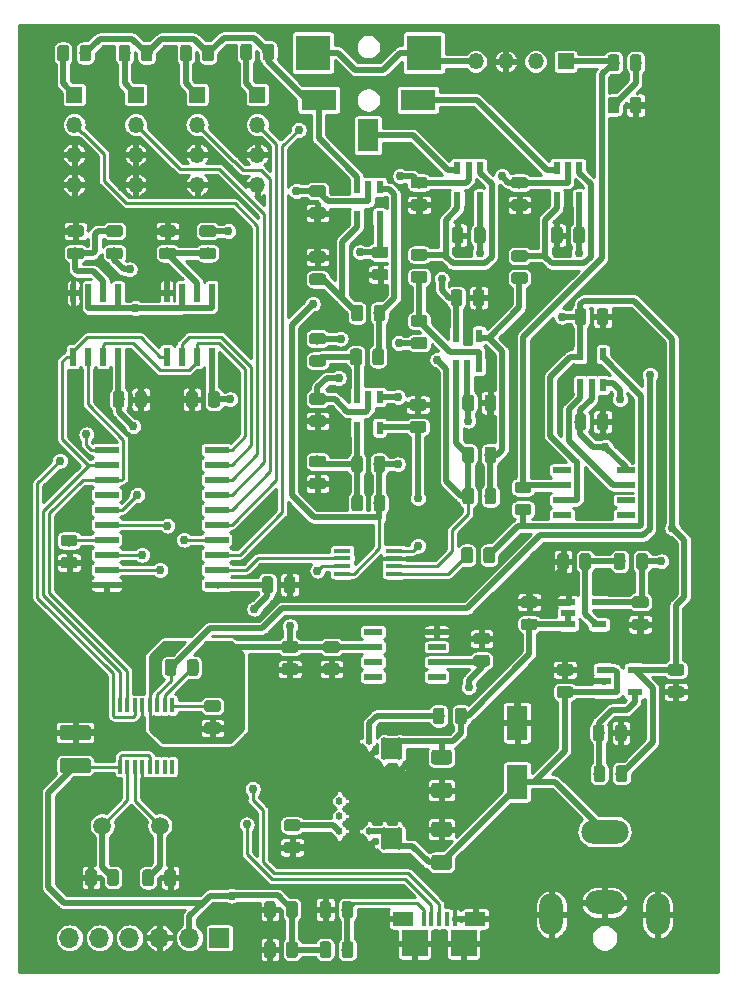
<source format=gtl>
G04 #@! TF.GenerationSoftware,KiCad,Pcbnew,5.1.4+dfsg1-1*
G04 #@! TF.CreationDate,2019-09-30T15:39:43-04:00*
G04 #@! TF.ProjectId,mystatV7,6d797374-6174-4563-972e-6b696361645f,rev?*
G04 #@! TF.SameCoordinates,Original*
G04 #@! TF.FileFunction,Copper,L1,Top*
G04 #@! TF.FilePolarity,Positive*
%FSLAX46Y46*%
G04 Gerber Fmt 4.6, Leading zero omitted, Abs format (unit mm)*
G04 Created by KiCad (PCBNEW 5.1.4+dfsg1-1) date 2019-09-30 15:39:43*
%MOMM*%
%LPD*%
G04 APERTURE LIST*
%ADD10R,1.550000X0.550000*%
%ADD11R,1.550000X0.500000*%
%ADD12R,2.050000X0.550000*%
%ADD13R,0.300000X1.200000*%
%ADD14C,0.100000*%
%ADD15C,0.975000*%
%ADD16R,0.350000X1.200000*%
%ADD17R,1.750000X1.200000*%
%ADD18R,2.200000X2.200000*%
%ADD19R,1.450000X0.380000*%
%ADD20R,1.480000X0.350000*%
%ADD21R,0.550000X1.550000*%
%ADD22R,0.500000X1.550000*%
%ADD23O,2.000000X3.500000*%
%ADD24O,3.300000X2.000000*%
%ADD25O,4.000000X2.000000*%
%ADD26R,1.800000X2.800000*%
%ADD27R,3.000000X1.800000*%
%ADD28R,3.000000X3.000000*%
%ADD29R,1.778000X2.921000*%
%ADD30R,1.350000X1.350000*%
%ADD31O,1.350000X1.350000*%
%ADD32C,1.250000*%
%ADD33O,1.700000X1.700000*%
%ADD34R,1.700000X1.700000*%
%ADD35C,0.625000*%
%ADD36C,1.500000*%
%ADD37R,0.600000X1.100000*%
%ADD38R,1.220000X0.620000*%
%ADD39C,0.508000*%
%ADD40C,0.762000*%
%ADD41C,0.508000*%
%ADD42C,0.254000*%
G04 APERTURE END LIST*
D10*
X80400000Y-105605000D03*
X80400000Y-104335000D03*
X80400000Y-103065000D03*
X80400000Y-101795000D03*
D11*
X85800000Y-101795000D03*
X85800000Y-103065000D03*
X85800000Y-104335000D03*
D10*
X85800000Y-105605000D03*
X96400000Y-91905000D03*
X96400000Y-90635000D03*
X96400000Y-89365000D03*
X96400000Y-88095000D03*
D11*
X101800000Y-88095000D03*
X101800000Y-89365000D03*
X101800000Y-90635000D03*
D10*
X101800000Y-91905000D03*
D12*
X57850000Y-97815000D03*
X57850000Y-96545000D03*
X57850000Y-95275000D03*
X57850000Y-94005000D03*
X57850000Y-92735000D03*
X57850000Y-91465000D03*
X57850000Y-90195000D03*
X57850000Y-88925000D03*
X57850000Y-87655000D03*
X57850000Y-86385000D03*
X67150000Y-86385000D03*
X67150000Y-87655000D03*
X67150000Y-88925000D03*
X67150000Y-90195000D03*
X67150000Y-91465000D03*
X67150000Y-92735000D03*
X67150000Y-94005000D03*
X67150000Y-95275000D03*
X67150000Y-96545000D03*
X67150000Y-97815000D03*
D13*
X58969208Y-113209399D03*
X59604208Y-113209399D03*
X60239208Y-113209399D03*
X60874208Y-113209399D03*
X61509208Y-113209399D03*
X62144208Y-113209399D03*
X62779208Y-113209399D03*
X63414208Y-113209399D03*
X63414208Y-108009399D03*
X62779208Y-108009399D03*
X62144208Y-108009399D03*
X61509208Y-108009399D03*
X60874208Y-108009399D03*
X60239208Y-108009399D03*
X59604208Y-108009399D03*
X58969208Y-108009399D03*
D14*
G36*
X76180142Y-83451174D02*
G01*
X76203803Y-83454684D01*
X76227007Y-83460496D01*
X76249529Y-83468554D01*
X76271153Y-83478782D01*
X76291670Y-83491079D01*
X76310883Y-83505329D01*
X76328607Y-83521393D01*
X76344671Y-83539117D01*
X76358921Y-83558330D01*
X76371218Y-83578847D01*
X76381446Y-83600471D01*
X76389504Y-83622993D01*
X76395316Y-83646197D01*
X76398826Y-83669858D01*
X76400000Y-83693750D01*
X76400000Y-84181250D01*
X76398826Y-84205142D01*
X76395316Y-84228803D01*
X76389504Y-84252007D01*
X76381446Y-84274529D01*
X76371218Y-84296153D01*
X76358921Y-84316670D01*
X76344671Y-84335883D01*
X76328607Y-84353607D01*
X76310883Y-84369671D01*
X76291670Y-84383921D01*
X76271153Y-84396218D01*
X76249529Y-84406446D01*
X76227007Y-84414504D01*
X76203803Y-84420316D01*
X76180142Y-84423826D01*
X76156250Y-84425000D01*
X75243750Y-84425000D01*
X75219858Y-84423826D01*
X75196197Y-84420316D01*
X75172993Y-84414504D01*
X75150471Y-84406446D01*
X75128847Y-84396218D01*
X75108330Y-84383921D01*
X75089117Y-84369671D01*
X75071393Y-84353607D01*
X75055329Y-84335883D01*
X75041079Y-84316670D01*
X75028782Y-84296153D01*
X75018554Y-84274529D01*
X75010496Y-84252007D01*
X75004684Y-84228803D01*
X75001174Y-84205142D01*
X75000000Y-84181250D01*
X75000000Y-83693750D01*
X75001174Y-83669858D01*
X75004684Y-83646197D01*
X75010496Y-83622993D01*
X75018554Y-83600471D01*
X75028782Y-83578847D01*
X75041079Y-83558330D01*
X75055329Y-83539117D01*
X75071393Y-83521393D01*
X75089117Y-83505329D01*
X75108330Y-83491079D01*
X75128847Y-83478782D01*
X75150471Y-83468554D01*
X75172993Y-83460496D01*
X75196197Y-83454684D01*
X75219858Y-83451174D01*
X75243750Y-83450000D01*
X76156250Y-83450000D01*
X76180142Y-83451174D01*
X76180142Y-83451174D01*
G37*
D15*
X75700000Y-83937500D03*
D14*
G36*
X76180142Y-81576174D02*
G01*
X76203803Y-81579684D01*
X76227007Y-81585496D01*
X76249529Y-81593554D01*
X76271153Y-81603782D01*
X76291670Y-81616079D01*
X76310883Y-81630329D01*
X76328607Y-81646393D01*
X76344671Y-81664117D01*
X76358921Y-81683330D01*
X76371218Y-81703847D01*
X76381446Y-81725471D01*
X76389504Y-81747993D01*
X76395316Y-81771197D01*
X76398826Y-81794858D01*
X76400000Y-81818750D01*
X76400000Y-82306250D01*
X76398826Y-82330142D01*
X76395316Y-82353803D01*
X76389504Y-82377007D01*
X76381446Y-82399529D01*
X76371218Y-82421153D01*
X76358921Y-82441670D01*
X76344671Y-82460883D01*
X76328607Y-82478607D01*
X76310883Y-82494671D01*
X76291670Y-82508921D01*
X76271153Y-82521218D01*
X76249529Y-82531446D01*
X76227007Y-82539504D01*
X76203803Y-82545316D01*
X76180142Y-82548826D01*
X76156250Y-82550000D01*
X75243750Y-82550000D01*
X75219858Y-82548826D01*
X75196197Y-82545316D01*
X75172993Y-82539504D01*
X75150471Y-82531446D01*
X75128847Y-82521218D01*
X75108330Y-82508921D01*
X75089117Y-82494671D01*
X75071393Y-82478607D01*
X75055329Y-82460883D01*
X75041079Y-82441670D01*
X75028782Y-82421153D01*
X75018554Y-82399529D01*
X75010496Y-82377007D01*
X75004684Y-82353803D01*
X75001174Y-82330142D01*
X75000000Y-82306250D01*
X75000000Y-81818750D01*
X75001174Y-81794858D01*
X75004684Y-81771197D01*
X75010496Y-81747993D01*
X75018554Y-81725471D01*
X75028782Y-81703847D01*
X75041079Y-81683330D01*
X75055329Y-81664117D01*
X75071393Y-81646393D01*
X75089117Y-81630329D01*
X75108330Y-81616079D01*
X75128847Y-81603782D01*
X75150471Y-81593554D01*
X75172993Y-81585496D01*
X75196197Y-81579684D01*
X75219858Y-81576174D01*
X75243750Y-81575000D01*
X76156250Y-81575000D01*
X76180142Y-81576174D01*
X76180142Y-81576174D01*
G37*
D15*
X75700000Y-82062500D03*
D16*
X84700000Y-126100000D03*
X85350000Y-126100000D03*
X86000000Y-126100000D03*
X86650000Y-126100000D03*
X87300000Y-126100000D03*
D17*
X82925000Y-126100000D03*
X89075000Y-126100000D03*
D18*
X83925000Y-128150000D03*
X88075000Y-128150000D03*
D19*
X82200000Y-96875000D03*
X82200000Y-96225000D03*
X82200000Y-95575000D03*
X82200000Y-94925000D03*
X77800000Y-94925000D03*
D20*
X77800000Y-95575000D03*
D19*
X77800000Y-96225000D03*
X77800000Y-96875000D03*
D21*
X58812733Y-78500440D03*
X57542733Y-78500440D03*
X56272733Y-78500440D03*
X55002733Y-78500440D03*
D22*
X55002733Y-73100440D03*
X56272733Y-73100440D03*
X57542733Y-73100440D03*
D21*
X58812733Y-73100440D03*
X66744605Y-78480739D03*
X65474605Y-78480739D03*
X64204605Y-78480739D03*
X62934605Y-78480739D03*
D22*
X62934605Y-73080739D03*
X64204605Y-73080739D03*
X65474605Y-73080739D03*
D21*
X66744605Y-73080739D03*
D14*
G36*
X78505142Y-124601174D02*
G01*
X78528803Y-124604684D01*
X78552007Y-124610496D01*
X78574529Y-124618554D01*
X78596153Y-124628782D01*
X78616670Y-124641079D01*
X78635883Y-124655329D01*
X78653607Y-124671393D01*
X78669671Y-124689117D01*
X78683921Y-124708330D01*
X78696218Y-124728847D01*
X78706446Y-124750471D01*
X78714504Y-124772993D01*
X78720316Y-124796197D01*
X78723826Y-124819858D01*
X78725000Y-124843750D01*
X78725000Y-125756250D01*
X78723826Y-125780142D01*
X78720316Y-125803803D01*
X78714504Y-125827007D01*
X78706446Y-125849529D01*
X78696218Y-125871153D01*
X78683921Y-125891670D01*
X78669671Y-125910883D01*
X78653607Y-125928607D01*
X78635883Y-125944671D01*
X78616670Y-125958921D01*
X78596153Y-125971218D01*
X78574529Y-125981446D01*
X78552007Y-125989504D01*
X78528803Y-125995316D01*
X78505142Y-125998826D01*
X78481250Y-126000000D01*
X77993750Y-126000000D01*
X77969858Y-125998826D01*
X77946197Y-125995316D01*
X77922993Y-125989504D01*
X77900471Y-125981446D01*
X77878847Y-125971218D01*
X77858330Y-125958921D01*
X77839117Y-125944671D01*
X77821393Y-125928607D01*
X77805329Y-125910883D01*
X77791079Y-125891670D01*
X77778782Y-125871153D01*
X77768554Y-125849529D01*
X77760496Y-125827007D01*
X77754684Y-125803803D01*
X77751174Y-125780142D01*
X77750000Y-125756250D01*
X77750000Y-124843750D01*
X77751174Y-124819858D01*
X77754684Y-124796197D01*
X77760496Y-124772993D01*
X77768554Y-124750471D01*
X77778782Y-124728847D01*
X77791079Y-124708330D01*
X77805329Y-124689117D01*
X77821393Y-124671393D01*
X77839117Y-124655329D01*
X77858330Y-124641079D01*
X77878847Y-124628782D01*
X77900471Y-124618554D01*
X77922993Y-124610496D01*
X77946197Y-124604684D01*
X77969858Y-124601174D01*
X77993750Y-124600000D01*
X78481250Y-124600000D01*
X78505142Y-124601174D01*
X78505142Y-124601174D01*
G37*
D15*
X78237500Y-125300000D03*
D14*
G36*
X76630142Y-124601174D02*
G01*
X76653803Y-124604684D01*
X76677007Y-124610496D01*
X76699529Y-124618554D01*
X76721153Y-124628782D01*
X76741670Y-124641079D01*
X76760883Y-124655329D01*
X76778607Y-124671393D01*
X76794671Y-124689117D01*
X76808921Y-124708330D01*
X76821218Y-124728847D01*
X76831446Y-124750471D01*
X76839504Y-124772993D01*
X76845316Y-124796197D01*
X76848826Y-124819858D01*
X76850000Y-124843750D01*
X76850000Y-125756250D01*
X76848826Y-125780142D01*
X76845316Y-125803803D01*
X76839504Y-125827007D01*
X76831446Y-125849529D01*
X76821218Y-125871153D01*
X76808921Y-125891670D01*
X76794671Y-125910883D01*
X76778607Y-125928607D01*
X76760883Y-125944671D01*
X76741670Y-125958921D01*
X76721153Y-125971218D01*
X76699529Y-125981446D01*
X76677007Y-125989504D01*
X76653803Y-125995316D01*
X76630142Y-125998826D01*
X76606250Y-126000000D01*
X76118750Y-126000000D01*
X76094858Y-125998826D01*
X76071197Y-125995316D01*
X76047993Y-125989504D01*
X76025471Y-125981446D01*
X76003847Y-125971218D01*
X75983330Y-125958921D01*
X75964117Y-125944671D01*
X75946393Y-125928607D01*
X75930329Y-125910883D01*
X75916079Y-125891670D01*
X75903782Y-125871153D01*
X75893554Y-125849529D01*
X75885496Y-125827007D01*
X75879684Y-125803803D01*
X75876174Y-125780142D01*
X75875000Y-125756250D01*
X75875000Y-124843750D01*
X75876174Y-124819858D01*
X75879684Y-124796197D01*
X75885496Y-124772993D01*
X75893554Y-124750471D01*
X75903782Y-124728847D01*
X75916079Y-124708330D01*
X75930329Y-124689117D01*
X75946393Y-124671393D01*
X75964117Y-124655329D01*
X75983330Y-124641079D01*
X76003847Y-124628782D01*
X76025471Y-124618554D01*
X76047993Y-124610496D01*
X76071197Y-124604684D01*
X76094858Y-124601174D01*
X76118750Y-124600000D01*
X76606250Y-124600000D01*
X76630142Y-124601174D01*
X76630142Y-124601174D01*
G37*
D15*
X76362500Y-125300000D03*
D14*
G36*
X73805142Y-128001174D02*
G01*
X73828803Y-128004684D01*
X73852007Y-128010496D01*
X73874529Y-128018554D01*
X73896153Y-128028782D01*
X73916670Y-128041079D01*
X73935883Y-128055329D01*
X73953607Y-128071393D01*
X73969671Y-128089117D01*
X73983921Y-128108330D01*
X73996218Y-128128847D01*
X74006446Y-128150471D01*
X74014504Y-128172993D01*
X74020316Y-128196197D01*
X74023826Y-128219858D01*
X74025000Y-128243750D01*
X74025000Y-129156250D01*
X74023826Y-129180142D01*
X74020316Y-129203803D01*
X74014504Y-129227007D01*
X74006446Y-129249529D01*
X73996218Y-129271153D01*
X73983921Y-129291670D01*
X73969671Y-129310883D01*
X73953607Y-129328607D01*
X73935883Y-129344671D01*
X73916670Y-129358921D01*
X73896153Y-129371218D01*
X73874529Y-129381446D01*
X73852007Y-129389504D01*
X73828803Y-129395316D01*
X73805142Y-129398826D01*
X73781250Y-129400000D01*
X73293750Y-129400000D01*
X73269858Y-129398826D01*
X73246197Y-129395316D01*
X73222993Y-129389504D01*
X73200471Y-129381446D01*
X73178847Y-129371218D01*
X73158330Y-129358921D01*
X73139117Y-129344671D01*
X73121393Y-129328607D01*
X73105329Y-129310883D01*
X73091079Y-129291670D01*
X73078782Y-129271153D01*
X73068554Y-129249529D01*
X73060496Y-129227007D01*
X73054684Y-129203803D01*
X73051174Y-129180142D01*
X73050000Y-129156250D01*
X73050000Y-128243750D01*
X73051174Y-128219858D01*
X73054684Y-128196197D01*
X73060496Y-128172993D01*
X73068554Y-128150471D01*
X73078782Y-128128847D01*
X73091079Y-128108330D01*
X73105329Y-128089117D01*
X73121393Y-128071393D01*
X73139117Y-128055329D01*
X73158330Y-128041079D01*
X73178847Y-128028782D01*
X73200471Y-128018554D01*
X73222993Y-128010496D01*
X73246197Y-128004684D01*
X73269858Y-128001174D01*
X73293750Y-128000000D01*
X73781250Y-128000000D01*
X73805142Y-128001174D01*
X73805142Y-128001174D01*
G37*
D15*
X73537500Y-128700000D03*
D14*
G36*
X71930142Y-128001174D02*
G01*
X71953803Y-128004684D01*
X71977007Y-128010496D01*
X71999529Y-128018554D01*
X72021153Y-128028782D01*
X72041670Y-128041079D01*
X72060883Y-128055329D01*
X72078607Y-128071393D01*
X72094671Y-128089117D01*
X72108921Y-128108330D01*
X72121218Y-128128847D01*
X72131446Y-128150471D01*
X72139504Y-128172993D01*
X72145316Y-128196197D01*
X72148826Y-128219858D01*
X72150000Y-128243750D01*
X72150000Y-129156250D01*
X72148826Y-129180142D01*
X72145316Y-129203803D01*
X72139504Y-129227007D01*
X72131446Y-129249529D01*
X72121218Y-129271153D01*
X72108921Y-129291670D01*
X72094671Y-129310883D01*
X72078607Y-129328607D01*
X72060883Y-129344671D01*
X72041670Y-129358921D01*
X72021153Y-129371218D01*
X71999529Y-129381446D01*
X71977007Y-129389504D01*
X71953803Y-129395316D01*
X71930142Y-129398826D01*
X71906250Y-129400000D01*
X71418750Y-129400000D01*
X71394858Y-129398826D01*
X71371197Y-129395316D01*
X71347993Y-129389504D01*
X71325471Y-129381446D01*
X71303847Y-129371218D01*
X71283330Y-129358921D01*
X71264117Y-129344671D01*
X71246393Y-129328607D01*
X71230329Y-129310883D01*
X71216079Y-129291670D01*
X71203782Y-129271153D01*
X71193554Y-129249529D01*
X71185496Y-129227007D01*
X71179684Y-129203803D01*
X71176174Y-129180142D01*
X71175000Y-129156250D01*
X71175000Y-128243750D01*
X71176174Y-128219858D01*
X71179684Y-128196197D01*
X71185496Y-128172993D01*
X71193554Y-128150471D01*
X71203782Y-128128847D01*
X71216079Y-128108330D01*
X71230329Y-128089117D01*
X71246393Y-128071393D01*
X71264117Y-128055329D01*
X71283330Y-128041079D01*
X71303847Y-128028782D01*
X71325471Y-128018554D01*
X71347993Y-128010496D01*
X71371197Y-128004684D01*
X71394858Y-128001174D01*
X71418750Y-128000000D01*
X71906250Y-128000000D01*
X71930142Y-128001174D01*
X71930142Y-128001174D01*
G37*
D15*
X71662500Y-128700000D03*
D14*
G36*
X73805142Y-124601174D02*
G01*
X73828803Y-124604684D01*
X73852007Y-124610496D01*
X73874529Y-124618554D01*
X73896153Y-124628782D01*
X73916670Y-124641079D01*
X73935883Y-124655329D01*
X73953607Y-124671393D01*
X73969671Y-124689117D01*
X73983921Y-124708330D01*
X73996218Y-124728847D01*
X74006446Y-124750471D01*
X74014504Y-124772993D01*
X74020316Y-124796197D01*
X74023826Y-124819858D01*
X74025000Y-124843750D01*
X74025000Y-125756250D01*
X74023826Y-125780142D01*
X74020316Y-125803803D01*
X74014504Y-125827007D01*
X74006446Y-125849529D01*
X73996218Y-125871153D01*
X73983921Y-125891670D01*
X73969671Y-125910883D01*
X73953607Y-125928607D01*
X73935883Y-125944671D01*
X73916670Y-125958921D01*
X73896153Y-125971218D01*
X73874529Y-125981446D01*
X73852007Y-125989504D01*
X73828803Y-125995316D01*
X73805142Y-125998826D01*
X73781250Y-126000000D01*
X73293750Y-126000000D01*
X73269858Y-125998826D01*
X73246197Y-125995316D01*
X73222993Y-125989504D01*
X73200471Y-125981446D01*
X73178847Y-125971218D01*
X73158330Y-125958921D01*
X73139117Y-125944671D01*
X73121393Y-125928607D01*
X73105329Y-125910883D01*
X73091079Y-125891670D01*
X73078782Y-125871153D01*
X73068554Y-125849529D01*
X73060496Y-125827007D01*
X73054684Y-125803803D01*
X73051174Y-125780142D01*
X73050000Y-125756250D01*
X73050000Y-124843750D01*
X73051174Y-124819858D01*
X73054684Y-124796197D01*
X73060496Y-124772993D01*
X73068554Y-124750471D01*
X73078782Y-124728847D01*
X73091079Y-124708330D01*
X73105329Y-124689117D01*
X73121393Y-124671393D01*
X73139117Y-124655329D01*
X73158330Y-124641079D01*
X73178847Y-124628782D01*
X73200471Y-124618554D01*
X73222993Y-124610496D01*
X73246197Y-124604684D01*
X73269858Y-124601174D01*
X73293750Y-124600000D01*
X73781250Y-124600000D01*
X73805142Y-124601174D01*
X73805142Y-124601174D01*
G37*
D15*
X73537500Y-125300000D03*
D14*
G36*
X71930142Y-124601174D02*
G01*
X71953803Y-124604684D01*
X71977007Y-124610496D01*
X71999529Y-124618554D01*
X72021153Y-124628782D01*
X72041670Y-124641079D01*
X72060883Y-124655329D01*
X72078607Y-124671393D01*
X72094671Y-124689117D01*
X72108921Y-124708330D01*
X72121218Y-124728847D01*
X72131446Y-124750471D01*
X72139504Y-124772993D01*
X72145316Y-124796197D01*
X72148826Y-124819858D01*
X72150000Y-124843750D01*
X72150000Y-125756250D01*
X72148826Y-125780142D01*
X72145316Y-125803803D01*
X72139504Y-125827007D01*
X72131446Y-125849529D01*
X72121218Y-125871153D01*
X72108921Y-125891670D01*
X72094671Y-125910883D01*
X72078607Y-125928607D01*
X72060883Y-125944671D01*
X72041670Y-125958921D01*
X72021153Y-125971218D01*
X71999529Y-125981446D01*
X71977007Y-125989504D01*
X71953803Y-125995316D01*
X71930142Y-125998826D01*
X71906250Y-126000000D01*
X71418750Y-126000000D01*
X71394858Y-125998826D01*
X71371197Y-125995316D01*
X71347993Y-125989504D01*
X71325471Y-125981446D01*
X71303847Y-125971218D01*
X71283330Y-125958921D01*
X71264117Y-125944671D01*
X71246393Y-125928607D01*
X71230329Y-125910883D01*
X71216079Y-125891670D01*
X71203782Y-125871153D01*
X71193554Y-125849529D01*
X71185496Y-125827007D01*
X71179684Y-125803803D01*
X71176174Y-125780142D01*
X71175000Y-125756250D01*
X71175000Y-124843750D01*
X71176174Y-124819858D01*
X71179684Y-124796197D01*
X71185496Y-124772993D01*
X71193554Y-124750471D01*
X71203782Y-124728847D01*
X71216079Y-124708330D01*
X71230329Y-124689117D01*
X71246393Y-124671393D01*
X71264117Y-124655329D01*
X71283330Y-124641079D01*
X71303847Y-124628782D01*
X71325471Y-124618554D01*
X71347993Y-124610496D01*
X71371197Y-124604684D01*
X71394858Y-124601174D01*
X71418750Y-124600000D01*
X71906250Y-124600000D01*
X71930142Y-124601174D01*
X71930142Y-124601174D01*
G37*
D15*
X71662500Y-125300000D03*
D14*
G36*
X76630142Y-128001174D02*
G01*
X76653803Y-128004684D01*
X76677007Y-128010496D01*
X76699529Y-128018554D01*
X76721153Y-128028782D01*
X76741670Y-128041079D01*
X76760883Y-128055329D01*
X76778607Y-128071393D01*
X76794671Y-128089117D01*
X76808921Y-128108330D01*
X76821218Y-128128847D01*
X76831446Y-128150471D01*
X76839504Y-128172993D01*
X76845316Y-128196197D01*
X76848826Y-128219858D01*
X76850000Y-128243750D01*
X76850000Y-129156250D01*
X76848826Y-129180142D01*
X76845316Y-129203803D01*
X76839504Y-129227007D01*
X76831446Y-129249529D01*
X76821218Y-129271153D01*
X76808921Y-129291670D01*
X76794671Y-129310883D01*
X76778607Y-129328607D01*
X76760883Y-129344671D01*
X76741670Y-129358921D01*
X76721153Y-129371218D01*
X76699529Y-129381446D01*
X76677007Y-129389504D01*
X76653803Y-129395316D01*
X76630142Y-129398826D01*
X76606250Y-129400000D01*
X76118750Y-129400000D01*
X76094858Y-129398826D01*
X76071197Y-129395316D01*
X76047993Y-129389504D01*
X76025471Y-129381446D01*
X76003847Y-129371218D01*
X75983330Y-129358921D01*
X75964117Y-129344671D01*
X75946393Y-129328607D01*
X75930329Y-129310883D01*
X75916079Y-129291670D01*
X75903782Y-129271153D01*
X75893554Y-129249529D01*
X75885496Y-129227007D01*
X75879684Y-129203803D01*
X75876174Y-129180142D01*
X75875000Y-129156250D01*
X75875000Y-128243750D01*
X75876174Y-128219858D01*
X75879684Y-128196197D01*
X75885496Y-128172993D01*
X75893554Y-128150471D01*
X75903782Y-128128847D01*
X75916079Y-128108330D01*
X75930329Y-128089117D01*
X75946393Y-128071393D01*
X75964117Y-128055329D01*
X75983330Y-128041079D01*
X76003847Y-128028782D01*
X76025471Y-128018554D01*
X76047993Y-128010496D01*
X76071197Y-128004684D01*
X76094858Y-128001174D01*
X76118750Y-128000000D01*
X76606250Y-128000000D01*
X76630142Y-128001174D01*
X76630142Y-128001174D01*
G37*
D15*
X76362500Y-128700000D03*
D14*
G36*
X78505142Y-128001174D02*
G01*
X78528803Y-128004684D01*
X78552007Y-128010496D01*
X78574529Y-128018554D01*
X78596153Y-128028782D01*
X78616670Y-128041079D01*
X78635883Y-128055329D01*
X78653607Y-128071393D01*
X78669671Y-128089117D01*
X78683921Y-128108330D01*
X78696218Y-128128847D01*
X78706446Y-128150471D01*
X78714504Y-128172993D01*
X78720316Y-128196197D01*
X78723826Y-128219858D01*
X78725000Y-128243750D01*
X78725000Y-129156250D01*
X78723826Y-129180142D01*
X78720316Y-129203803D01*
X78714504Y-129227007D01*
X78706446Y-129249529D01*
X78696218Y-129271153D01*
X78683921Y-129291670D01*
X78669671Y-129310883D01*
X78653607Y-129328607D01*
X78635883Y-129344671D01*
X78616670Y-129358921D01*
X78596153Y-129371218D01*
X78574529Y-129381446D01*
X78552007Y-129389504D01*
X78528803Y-129395316D01*
X78505142Y-129398826D01*
X78481250Y-129400000D01*
X77993750Y-129400000D01*
X77969858Y-129398826D01*
X77946197Y-129395316D01*
X77922993Y-129389504D01*
X77900471Y-129381446D01*
X77878847Y-129371218D01*
X77858330Y-129358921D01*
X77839117Y-129344671D01*
X77821393Y-129328607D01*
X77805329Y-129310883D01*
X77791079Y-129291670D01*
X77778782Y-129271153D01*
X77768554Y-129249529D01*
X77760496Y-129227007D01*
X77754684Y-129203803D01*
X77751174Y-129180142D01*
X77750000Y-129156250D01*
X77750000Y-128243750D01*
X77751174Y-128219858D01*
X77754684Y-128196197D01*
X77760496Y-128172993D01*
X77768554Y-128150471D01*
X77778782Y-128128847D01*
X77791079Y-128108330D01*
X77805329Y-128089117D01*
X77821393Y-128071393D01*
X77839117Y-128055329D01*
X77858330Y-128041079D01*
X77878847Y-128028782D01*
X77900471Y-128018554D01*
X77922993Y-128010496D01*
X77946197Y-128004684D01*
X77969858Y-128001174D01*
X77993750Y-128000000D01*
X78481250Y-128000000D01*
X78505142Y-128001174D01*
X78505142Y-128001174D01*
G37*
D15*
X78237500Y-128700000D03*
D23*
X95500000Y-125700000D03*
X104500000Y-125700000D03*
D24*
X100000000Y-124700000D03*
D25*
X100000000Y-118700000D03*
D14*
G36*
X56780142Y-121891174D02*
G01*
X56803803Y-121894684D01*
X56827007Y-121900496D01*
X56849529Y-121908554D01*
X56871153Y-121918782D01*
X56891670Y-121931079D01*
X56910883Y-121945329D01*
X56928607Y-121961393D01*
X56944671Y-121979117D01*
X56958921Y-121998330D01*
X56971218Y-122018847D01*
X56981446Y-122040471D01*
X56989504Y-122062993D01*
X56995316Y-122086197D01*
X56998826Y-122109858D01*
X57000000Y-122133750D01*
X57000000Y-123046250D01*
X56998826Y-123070142D01*
X56995316Y-123093803D01*
X56989504Y-123117007D01*
X56981446Y-123139529D01*
X56971218Y-123161153D01*
X56958921Y-123181670D01*
X56944671Y-123200883D01*
X56928607Y-123218607D01*
X56910883Y-123234671D01*
X56891670Y-123248921D01*
X56871153Y-123261218D01*
X56849529Y-123271446D01*
X56827007Y-123279504D01*
X56803803Y-123285316D01*
X56780142Y-123288826D01*
X56756250Y-123290000D01*
X56268750Y-123290000D01*
X56244858Y-123288826D01*
X56221197Y-123285316D01*
X56197993Y-123279504D01*
X56175471Y-123271446D01*
X56153847Y-123261218D01*
X56133330Y-123248921D01*
X56114117Y-123234671D01*
X56096393Y-123218607D01*
X56080329Y-123200883D01*
X56066079Y-123181670D01*
X56053782Y-123161153D01*
X56043554Y-123139529D01*
X56035496Y-123117007D01*
X56029684Y-123093803D01*
X56026174Y-123070142D01*
X56025000Y-123046250D01*
X56025000Y-122133750D01*
X56026174Y-122109858D01*
X56029684Y-122086197D01*
X56035496Y-122062993D01*
X56043554Y-122040471D01*
X56053782Y-122018847D01*
X56066079Y-121998330D01*
X56080329Y-121979117D01*
X56096393Y-121961393D01*
X56114117Y-121945329D01*
X56133330Y-121931079D01*
X56153847Y-121918782D01*
X56175471Y-121908554D01*
X56197993Y-121900496D01*
X56221197Y-121894684D01*
X56244858Y-121891174D01*
X56268750Y-121890000D01*
X56756250Y-121890000D01*
X56780142Y-121891174D01*
X56780142Y-121891174D01*
G37*
D15*
X56512500Y-122590000D03*
D14*
G36*
X58655142Y-121891174D02*
G01*
X58678803Y-121894684D01*
X58702007Y-121900496D01*
X58724529Y-121908554D01*
X58746153Y-121918782D01*
X58766670Y-121931079D01*
X58785883Y-121945329D01*
X58803607Y-121961393D01*
X58819671Y-121979117D01*
X58833921Y-121998330D01*
X58846218Y-122018847D01*
X58856446Y-122040471D01*
X58864504Y-122062993D01*
X58870316Y-122086197D01*
X58873826Y-122109858D01*
X58875000Y-122133750D01*
X58875000Y-123046250D01*
X58873826Y-123070142D01*
X58870316Y-123093803D01*
X58864504Y-123117007D01*
X58856446Y-123139529D01*
X58846218Y-123161153D01*
X58833921Y-123181670D01*
X58819671Y-123200883D01*
X58803607Y-123218607D01*
X58785883Y-123234671D01*
X58766670Y-123248921D01*
X58746153Y-123261218D01*
X58724529Y-123271446D01*
X58702007Y-123279504D01*
X58678803Y-123285316D01*
X58655142Y-123288826D01*
X58631250Y-123290000D01*
X58143750Y-123290000D01*
X58119858Y-123288826D01*
X58096197Y-123285316D01*
X58072993Y-123279504D01*
X58050471Y-123271446D01*
X58028847Y-123261218D01*
X58008330Y-123248921D01*
X57989117Y-123234671D01*
X57971393Y-123218607D01*
X57955329Y-123200883D01*
X57941079Y-123181670D01*
X57928782Y-123161153D01*
X57918554Y-123139529D01*
X57910496Y-123117007D01*
X57904684Y-123093803D01*
X57901174Y-123070142D01*
X57900000Y-123046250D01*
X57900000Y-122133750D01*
X57901174Y-122109858D01*
X57904684Y-122086197D01*
X57910496Y-122062993D01*
X57918554Y-122040471D01*
X57928782Y-122018847D01*
X57941079Y-121998330D01*
X57955329Y-121979117D01*
X57971393Y-121961393D01*
X57989117Y-121945329D01*
X58008330Y-121931079D01*
X58028847Y-121918782D01*
X58050471Y-121908554D01*
X58072993Y-121900496D01*
X58096197Y-121894684D01*
X58119858Y-121891174D01*
X58143750Y-121890000D01*
X58631250Y-121890000D01*
X58655142Y-121891174D01*
X58655142Y-121891174D01*
G37*
D15*
X58387500Y-122590000D03*
D26*
X80000000Y-59750000D03*
D27*
X84200000Y-56750000D03*
X75800000Y-56750000D03*
D28*
X84700000Y-52750000D03*
X75300000Y-52750000D03*
D29*
X92600000Y-114501900D03*
X92600000Y-109498100D03*
D30*
X65500000Y-56300000D03*
D31*
X65500000Y-58840000D03*
X65500000Y-61380000D03*
X65500000Y-63920000D03*
D30*
X70600000Y-56300000D03*
D31*
X70600000Y-58840000D03*
X70600000Y-61380000D03*
X70600000Y-63920000D03*
D30*
X60300000Y-56300000D03*
D31*
X60300000Y-58840000D03*
X60300000Y-61380000D03*
X60300000Y-63920000D03*
D30*
X96700000Y-53500000D03*
D31*
X94160000Y-53500000D03*
X91620000Y-53500000D03*
X89080000Y-53500000D03*
D30*
X55100000Y-56300000D03*
D31*
X55100000Y-58840000D03*
X55100000Y-61380000D03*
X55100000Y-63920000D03*
D14*
G36*
X86849504Y-117876204D02*
G01*
X86873773Y-117879804D01*
X86897571Y-117885765D01*
X86920671Y-117894030D01*
X86942849Y-117904520D01*
X86963893Y-117917133D01*
X86983598Y-117931747D01*
X87001777Y-117948223D01*
X87018253Y-117966402D01*
X87032867Y-117986107D01*
X87045480Y-118007151D01*
X87055970Y-118029329D01*
X87064235Y-118052429D01*
X87070196Y-118076227D01*
X87073796Y-118100496D01*
X87075000Y-118125000D01*
X87075000Y-118875000D01*
X87073796Y-118899504D01*
X87070196Y-118923773D01*
X87064235Y-118947571D01*
X87055970Y-118970671D01*
X87045480Y-118992849D01*
X87032867Y-119013893D01*
X87018253Y-119033598D01*
X87001777Y-119051777D01*
X86983598Y-119068253D01*
X86963893Y-119082867D01*
X86942849Y-119095480D01*
X86920671Y-119105970D01*
X86897571Y-119114235D01*
X86873773Y-119120196D01*
X86849504Y-119123796D01*
X86825000Y-119125000D01*
X85575000Y-119125000D01*
X85550496Y-119123796D01*
X85526227Y-119120196D01*
X85502429Y-119114235D01*
X85479329Y-119105970D01*
X85457151Y-119095480D01*
X85436107Y-119082867D01*
X85416402Y-119068253D01*
X85398223Y-119051777D01*
X85381747Y-119033598D01*
X85367133Y-119013893D01*
X85354520Y-118992849D01*
X85344030Y-118970671D01*
X85335765Y-118947571D01*
X85329804Y-118923773D01*
X85326204Y-118899504D01*
X85325000Y-118875000D01*
X85325000Y-118125000D01*
X85326204Y-118100496D01*
X85329804Y-118076227D01*
X85335765Y-118052429D01*
X85344030Y-118029329D01*
X85354520Y-118007151D01*
X85367133Y-117986107D01*
X85381747Y-117966402D01*
X85398223Y-117948223D01*
X85416402Y-117931747D01*
X85436107Y-117917133D01*
X85457151Y-117904520D01*
X85479329Y-117894030D01*
X85502429Y-117885765D01*
X85526227Y-117879804D01*
X85550496Y-117876204D01*
X85575000Y-117875000D01*
X86825000Y-117875000D01*
X86849504Y-117876204D01*
X86849504Y-117876204D01*
G37*
D32*
X86200000Y-118500000D03*
D14*
G36*
X86849504Y-120676204D02*
G01*
X86873773Y-120679804D01*
X86897571Y-120685765D01*
X86920671Y-120694030D01*
X86942849Y-120704520D01*
X86963893Y-120717133D01*
X86983598Y-120731747D01*
X87001777Y-120748223D01*
X87018253Y-120766402D01*
X87032867Y-120786107D01*
X87045480Y-120807151D01*
X87055970Y-120829329D01*
X87064235Y-120852429D01*
X87070196Y-120876227D01*
X87073796Y-120900496D01*
X87075000Y-120925000D01*
X87075000Y-121675000D01*
X87073796Y-121699504D01*
X87070196Y-121723773D01*
X87064235Y-121747571D01*
X87055970Y-121770671D01*
X87045480Y-121792849D01*
X87032867Y-121813893D01*
X87018253Y-121833598D01*
X87001777Y-121851777D01*
X86983598Y-121868253D01*
X86963893Y-121882867D01*
X86942849Y-121895480D01*
X86920671Y-121905970D01*
X86897571Y-121914235D01*
X86873773Y-121920196D01*
X86849504Y-121923796D01*
X86825000Y-121925000D01*
X85575000Y-121925000D01*
X85550496Y-121923796D01*
X85526227Y-121920196D01*
X85502429Y-121914235D01*
X85479329Y-121905970D01*
X85457151Y-121895480D01*
X85436107Y-121882867D01*
X85416402Y-121868253D01*
X85398223Y-121851777D01*
X85381747Y-121833598D01*
X85367133Y-121813893D01*
X85354520Y-121792849D01*
X85344030Y-121770671D01*
X85335765Y-121747571D01*
X85329804Y-121723773D01*
X85326204Y-121699504D01*
X85325000Y-121675000D01*
X85325000Y-120925000D01*
X85326204Y-120900496D01*
X85329804Y-120876227D01*
X85335765Y-120852429D01*
X85344030Y-120829329D01*
X85354520Y-120807151D01*
X85367133Y-120786107D01*
X85381747Y-120766402D01*
X85398223Y-120748223D01*
X85416402Y-120731747D01*
X85436107Y-120717133D01*
X85457151Y-120704520D01*
X85479329Y-120694030D01*
X85502429Y-120685765D01*
X85526227Y-120679804D01*
X85550496Y-120676204D01*
X85575000Y-120675000D01*
X86825000Y-120675000D01*
X86849504Y-120676204D01*
X86849504Y-120676204D01*
G37*
D32*
X86200000Y-121300000D03*
D14*
G36*
X94106639Y-100667935D02*
G01*
X94130300Y-100671445D01*
X94153504Y-100677257D01*
X94176026Y-100685315D01*
X94197650Y-100695543D01*
X94218167Y-100707840D01*
X94237380Y-100722090D01*
X94255104Y-100738154D01*
X94271168Y-100755878D01*
X94285418Y-100775091D01*
X94297715Y-100795608D01*
X94307943Y-100817232D01*
X94316001Y-100839754D01*
X94321813Y-100862958D01*
X94325323Y-100886619D01*
X94326497Y-100910511D01*
X94326497Y-101398011D01*
X94325323Y-101421903D01*
X94321813Y-101445564D01*
X94316001Y-101468768D01*
X94307943Y-101491290D01*
X94297715Y-101512914D01*
X94285418Y-101533431D01*
X94271168Y-101552644D01*
X94255104Y-101570368D01*
X94237380Y-101586432D01*
X94218167Y-101600682D01*
X94197650Y-101612979D01*
X94176026Y-101623207D01*
X94153504Y-101631265D01*
X94130300Y-101637077D01*
X94106639Y-101640587D01*
X94082747Y-101641761D01*
X93170247Y-101641761D01*
X93146355Y-101640587D01*
X93122694Y-101637077D01*
X93099490Y-101631265D01*
X93076968Y-101623207D01*
X93055344Y-101612979D01*
X93034827Y-101600682D01*
X93015614Y-101586432D01*
X92997890Y-101570368D01*
X92981826Y-101552644D01*
X92967576Y-101533431D01*
X92955279Y-101512914D01*
X92945051Y-101491290D01*
X92936993Y-101468768D01*
X92931181Y-101445564D01*
X92927671Y-101421903D01*
X92926497Y-101398011D01*
X92926497Y-100910511D01*
X92927671Y-100886619D01*
X92931181Y-100862958D01*
X92936993Y-100839754D01*
X92945051Y-100817232D01*
X92955279Y-100795608D01*
X92967576Y-100775091D01*
X92981826Y-100755878D01*
X92997890Y-100738154D01*
X93015614Y-100722090D01*
X93034827Y-100707840D01*
X93055344Y-100695543D01*
X93076968Y-100685315D01*
X93099490Y-100677257D01*
X93122694Y-100671445D01*
X93146355Y-100667935D01*
X93170247Y-100666761D01*
X94082747Y-100666761D01*
X94106639Y-100667935D01*
X94106639Y-100667935D01*
G37*
D15*
X93626497Y-101154261D03*
D14*
G36*
X94106639Y-98792935D02*
G01*
X94130300Y-98796445D01*
X94153504Y-98802257D01*
X94176026Y-98810315D01*
X94197650Y-98820543D01*
X94218167Y-98832840D01*
X94237380Y-98847090D01*
X94255104Y-98863154D01*
X94271168Y-98880878D01*
X94285418Y-98900091D01*
X94297715Y-98920608D01*
X94307943Y-98942232D01*
X94316001Y-98964754D01*
X94321813Y-98987958D01*
X94325323Y-99011619D01*
X94326497Y-99035511D01*
X94326497Y-99523011D01*
X94325323Y-99546903D01*
X94321813Y-99570564D01*
X94316001Y-99593768D01*
X94307943Y-99616290D01*
X94297715Y-99637914D01*
X94285418Y-99658431D01*
X94271168Y-99677644D01*
X94255104Y-99695368D01*
X94237380Y-99711432D01*
X94218167Y-99725682D01*
X94197650Y-99737979D01*
X94176026Y-99748207D01*
X94153504Y-99756265D01*
X94130300Y-99762077D01*
X94106639Y-99765587D01*
X94082747Y-99766761D01*
X93170247Y-99766761D01*
X93146355Y-99765587D01*
X93122694Y-99762077D01*
X93099490Y-99756265D01*
X93076968Y-99748207D01*
X93055344Y-99737979D01*
X93034827Y-99725682D01*
X93015614Y-99711432D01*
X92997890Y-99695368D01*
X92981826Y-99677644D01*
X92967576Y-99658431D01*
X92955279Y-99637914D01*
X92945051Y-99616290D01*
X92936993Y-99593768D01*
X92931181Y-99570564D01*
X92927671Y-99546903D01*
X92926497Y-99523011D01*
X92926497Y-99035511D01*
X92927671Y-99011619D01*
X92931181Y-98987958D01*
X92936993Y-98964754D01*
X92945051Y-98942232D01*
X92955279Y-98920608D01*
X92967576Y-98900091D01*
X92981826Y-98880878D01*
X92997890Y-98863154D01*
X93015614Y-98847090D01*
X93034827Y-98832840D01*
X93055344Y-98820543D01*
X93076968Y-98810315D01*
X93099490Y-98802257D01*
X93122694Y-98796445D01*
X93146355Y-98792935D01*
X93170247Y-98791761D01*
X94082747Y-98791761D01*
X94106639Y-98792935D01*
X94106639Y-98792935D01*
G37*
D15*
X93626497Y-99279261D03*
D14*
G36*
X103506639Y-98792935D02*
G01*
X103530300Y-98796445D01*
X103553504Y-98802257D01*
X103576026Y-98810315D01*
X103597650Y-98820543D01*
X103618167Y-98832840D01*
X103637380Y-98847090D01*
X103655104Y-98863154D01*
X103671168Y-98880878D01*
X103685418Y-98900091D01*
X103697715Y-98920608D01*
X103707943Y-98942232D01*
X103716001Y-98964754D01*
X103721813Y-98987958D01*
X103725323Y-99011619D01*
X103726497Y-99035511D01*
X103726497Y-99523011D01*
X103725323Y-99546903D01*
X103721813Y-99570564D01*
X103716001Y-99593768D01*
X103707943Y-99616290D01*
X103697715Y-99637914D01*
X103685418Y-99658431D01*
X103671168Y-99677644D01*
X103655104Y-99695368D01*
X103637380Y-99711432D01*
X103618167Y-99725682D01*
X103597650Y-99737979D01*
X103576026Y-99748207D01*
X103553504Y-99756265D01*
X103530300Y-99762077D01*
X103506639Y-99765587D01*
X103482747Y-99766761D01*
X102570247Y-99766761D01*
X102546355Y-99765587D01*
X102522694Y-99762077D01*
X102499490Y-99756265D01*
X102476968Y-99748207D01*
X102455344Y-99737979D01*
X102434827Y-99725682D01*
X102415614Y-99711432D01*
X102397890Y-99695368D01*
X102381826Y-99677644D01*
X102367576Y-99658431D01*
X102355279Y-99637914D01*
X102345051Y-99616290D01*
X102336993Y-99593768D01*
X102331181Y-99570564D01*
X102327671Y-99546903D01*
X102326497Y-99523011D01*
X102326497Y-99035511D01*
X102327671Y-99011619D01*
X102331181Y-98987958D01*
X102336993Y-98964754D01*
X102345051Y-98942232D01*
X102355279Y-98920608D01*
X102367576Y-98900091D01*
X102381826Y-98880878D01*
X102397890Y-98863154D01*
X102415614Y-98847090D01*
X102434827Y-98832840D01*
X102455344Y-98820543D01*
X102476968Y-98810315D01*
X102499490Y-98802257D01*
X102522694Y-98796445D01*
X102546355Y-98792935D01*
X102570247Y-98791761D01*
X103482747Y-98791761D01*
X103506639Y-98792935D01*
X103506639Y-98792935D01*
G37*
D15*
X103026497Y-99279261D03*
D14*
G36*
X103506639Y-100667935D02*
G01*
X103530300Y-100671445D01*
X103553504Y-100677257D01*
X103576026Y-100685315D01*
X103597650Y-100695543D01*
X103618167Y-100707840D01*
X103637380Y-100722090D01*
X103655104Y-100738154D01*
X103671168Y-100755878D01*
X103685418Y-100775091D01*
X103697715Y-100795608D01*
X103707943Y-100817232D01*
X103716001Y-100839754D01*
X103721813Y-100862958D01*
X103725323Y-100886619D01*
X103726497Y-100910511D01*
X103726497Y-101398011D01*
X103725323Y-101421903D01*
X103721813Y-101445564D01*
X103716001Y-101468768D01*
X103707943Y-101491290D01*
X103697715Y-101512914D01*
X103685418Y-101533431D01*
X103671168Y-101552644D01*
X103655104Y-101570368D01*
X103637380Y-101586432D01*
X103618167Y-101600682D01*
X103597650Y-101612979D01*
X103576026Y-101623207D01*
X103553504Y-101631265D01*
X103530300Y-101637077D01*
X103506639Y-101640587D01*
X103482747Y-101641761D01*
X102570247Y-101641761D01*
X102546355Y-101640587D01*
X102522694Y-101637077D01*
X102499490Y-101631265D01*
X102476968Y-101623207D01*
X102455344Y-101612979D01*
X102434827Y-101600682D01*
X102415614Y-101586432D01*
X102397890Y-101570368D01*
X102381826Y-101552644D01*
X102367576Y-101533431D01*
X102355279Y-101512914D01*
X102345051Y-101491290D01*
X102336993Y-101468768D01*
X102331181Y-101445564D01*
X102327671Y-101421903D01*
X102326497Y-101398011D01*
X102326497Y-100910511D01*
X102327671Y-100886619D01*
X102331181Y-100862958D01*
X102336993Y-100839754D01*
X102345051Y-100817232D01*
X102355279Y-100795608D01*
X102367576Y-100775091D01*
X102381826Y-100755878D01*
X102397890Y-100738154D01*
X102415614Y-100722090D01*
X102434827Y-100707840D01*
X102455344Y-100695543D01*
X102476968Y-100685315D01*
X102499490Y-100677257D01*
X102522694Y-100671445D01*
X102546355Y-100667935D01*
X102570247Y-100666761D01*
X103482747Y-100666761D01*
X103506639Y-100667935D01*
X103506639Y-100667935D01*
G37*
D15*
X103026497Y-101154261D03*
D14*
G36*
X86849504Y-114576204D02*
G01*
X86873773Y-114579804D01*
X86897571Y-114585765D01*
X86920671Y-114594030D01*
X86942849Y-114604520D01*
X86963893Y-114617133D01*
X86983598Y-114631747D01*
X87001777Y-114648223D01*
X87018253Y-114666402D01*
X87032867Y-114686107D01*
X87045480Y-114707151D01*
X87055970Y-114729329D01*
X87064235Y-114752429D01*
X87070196Y-114776227D01*
X87073796Y-114800496D01*
X87075000Y-114825000D01*
X87075000Y-115575000D01*
X87073796Y-115599504D01*
X87070196Y-115623773D01*
X87064235Y-115647571D01*
X87055970Y-115670671D01*
X87045480Y-115692849D01*
X87032867Y-115713893D01*
X87018253Y-115733598D01*
X87001777Y-115751777D01*
X86983598Y-115768253D01*
X86963893Y-115782867D01*
X86942849Y-115795480D01*
X86920671Y-115805970D01*
X86897571Y-115814235D01*
X86873773Y-115820196D01*
X86849504Y-115823796D01*
X86825000Y-115825000D01*
X85575000Y-115825000D01*
X85550496Y-115823796D01*
X85526227Y-115820196D01*
X85502429Y-115814235D01*
X85479329Y-115805970D01*
X85457151Y-115795480D01*
X85436107Y-115782867D01*
X85416402Y-115768253D01*
X85398223Y-115751777D01*
X85381747Y-115733598D01*
X85367133Y-115713893D01*
X85354520Y-115692849D01*
X85344030Y-115670671D01*
X85335765Y-115647571D01*
X85329804Y-115623773D01*
X85326204Y-115599504D01*
X85325000Y-115575000D01*
X85325000Y-114825000D01*
X85326204Y-114800496D01*
X85329804Y-114776227D01*
X85335765Y-114752429D01*
X85344030Y-114729329D01*
X85354520Y-114707151D01*
X85367133Y-114686107D01*
X85381747Y-114666402D01*
X85398223Y-114648223D01*
X85416402Y-114631747D01*
X85436107Y-114617133D01*
X85457151Y-114604520D01*
X85479329Y-114594030D01*
X85502429Y-114585765D01*
X85526227Y-114579804D01*
X85550496Y-114576204D01*
X85575000Y-114575000D01*
X86825000Y-114575000D01*
X86849504Y-114576204D01*
X86849504Y-114576204D01*
G37*
D32*
X86200000Y-115200000D03*
D14*
G36*
X86849504Y-111776204D02*
G01*
X86873773Y-111779804D01*
X86897571Y-111785765D01*
X86920671Y-111794030D01*
X86942849Y-111804520D01*
X86963893Y-111817133D01*
X86983598Y-111831747D01*
X87001777Y-111848223D01*
X87018253Y-111866402D01*
X87032867Y-111886107D01*
X87045480Y-111907151D01*
X87055970Y-111929329D01*
X87064235Y-111952429D01*
X87070196Y-111976227D01*
X87073796Y-112000496D01*
X87075000Y-112025000D01*
X87075000Y-112775000D01*
X87073796Y-112799504D01*
X87070196Y-112823773D01*
X87064235Y-112847571D01*
X87055970Y-112870671D01*
X87045480Y-112892849D01*
X87032867Y-112913893D01*
X87018253Y-112933598D01*
X87001777Y-112951777D01*
X86983598Y-112968253D01*
X86963893Y-112982867D01*
X86942849Y-112995480D01*
X86920671Y-113005970D01*
X86897571Y-113014235D01*
X86873773Y-113020196D01*
X86849504Y-113023796D01*
X86825000Y-113025000D01*
X85575000Y-113025000D01*
X85550496Y-113023796D01*
X85526227Y-113020196D01*
X85502429Y-113014235D01*
X85479329Y-113005970D01*
X85457151Y-112995480D01*
X85436107Y-112982867D01*
X85416402Y-112968253D01*
X85398223Y-112951777D01*
X85381747Y-112933598D01*
X85367133Y-112913893D01*
X85354520Y-112892849D01*
X85344030Y-112870671D01*
X85335765Y-112847571D01*
X85329804Y-112823773D01*
X85326204Y-112799504D01*
X85325000Y-112775000D01*
X85325000Y-112025000D01*
X85326204Y-112000496D01*
X85329804Y-111976227D01*
X85335765Y-111952429D01*
X85344030Y-111929329D01*
X85354520Y-111907151D01*
X85367133Y-111886107D01*
X85381747Y-111866402D01*
X85398223Y-111848223D01*
X85416402Y-111831747D01*
X85436107Y-111817133D01*
X85457151Y-111804520D01*
X85479329Y-111794030D01*
X85502429Y-111785765D01*
X85526227Y-111779804D01*
X85550496Y-111776204D01*
X85575000Y-111775000D01*
X86825000Y-111775000D01*
X86849504Y-111776204D01*
X86849504Y-111776204D01*
G37*
D32*
X86200000Y-112400000D03*
D14*
G36*
X97127735Y-106391542D02*
G01*
X97151396Y-106395052D01*
X97174600Y-106400864D01*
X97197122Y-106408922D01*
X97218746Y-106419150D01*
X97239263Y-106431447D01*
X97258476Y-106445697D01*
X97276200Y-106461761D01*
X97292264Y-106479485D01*
X97306514Y-106498698D01*
X97318811Y-106519215D01*
X97329039Y-106540839D01*
X97337097Y-106563361D01*
X97342909Y-106586565D01*
X97346419Y-106610226D01*
X97347593Y-106634118D01*
X97347593Y-107121618D01*
X97346419Y-107145510D01*
X97342909Y-107169171D01*
X97337097Y-107192375D01*
X97329039Y-107214897D01*
X97318811Y-107236521D01*
X97306514Y-107257038D01*
X97292264Y-107276251D01*
X97276200Y-107293975D01*
X97258476Y-107310039D01*
X97239263Y-107324289D01*
X97218746Y-107336586D01*
X97197122Y-107346814D01*
X97174600Y-107354872D01*
X97151396Y-107360684D01*
X97127735Y-107364194D01*
X97103843Y-107365368D01*
X96191343Y-107365368D01*
X96167451Y-107364194D01*
X96143790Y-107360684D01*
X96120586Y-107354872D01*
X96098064Y-107346814D01*
X96076440Y-107336586D01*
X96055923Y-107324289D01*
X96036710Y-107310039D01*
X96018986Y-107293975D01*
X96002922Y-107276251D01*
X95988672Y-107257038D01*
X95976375Y-107236521D01*
X95966147Y-107214897D01*
X95958089Y-107192375D01*
X95952277Y-107169171D01*
X95948767Y-107145510D01*
X95947593Y-107121618D01*
X95947593Y-106634118D01*
X95948767Y-106610226D01*
X95952277Y-106586565D01*
X95958089Y-106563361D01*
X95966147Y-106540839D01*
X95976375Y-106519215D01*
X95988672Y-106498698D01*
X96002922Y-106479485D01*
X96018986Y-106461761D01*
X96036710Y-106445697D01*
X96055923Y-106431447D01*
X96076440Y-106419150D01*
X96098064Y-106408922D01*
X96120586Y-106400864D01*
X96143790Y-106395052D01*
X96167451Y-106391542D01*
X96191343Y-106390368D01*
X97103843Y-106390368D01*
X97127735Y-106391542D01*
X97127735Y-106391542D01*
G37*
D15*
X96647593Y-106877868D03*
D14*
G36*
X97127735Y-104516542D02*
G01*
X97151396Y-104520052D01*
X97174600Y-104525864D01*
X97197122Y-104533922D01*
X97218746Y-104544150D01*
X97239263Y-104556447D01*
X97258476Y-104570697D01*
X97276200Y-104586761D01*
X97292264Y-104604485D01*
X97306514Y-104623698D01*
X97318811Y-104644215D01*
X97329039Y-104665839D01*
X97337097Y-104688361D01*
X97342909Y-104711565D01*
X97346419Y-104735226D01*
X97347593Y-104759118D01*
X97347593Y-105246618D01*
X97346419Y-105270510D01*
X97342909Y-105294171D01*
X97337097Y-105317375D01*
X97329039Y-105339897D01*
X97318811Y-105361521D01*
X97306514Y-105382038D01*
X97292264Y-105401251D01*
X97276200Y-105418975D01*
X97258476Y-105435039D01*
X97239263Y-105449289D01*
X97218746Y-105461586D01*
X97197122Y-105471814D01*
X97174600Y-105479872D01*
X97151396Y-105485684D01*
X97127735Y-105489194D01*
X97103843Y-105490368D01*
X96191343Y-105490368D01*
X96167451Y-105489194D01*
X96143790Y-105485684D01*
X96120586Y-105479872D01*
X96098064Y-105471814D01*
X96076440Y-105461586D01*
X96055923Y-105449289D01*
X96036710Y-105435039D01*
X96018986Y-105418975D01*
X96002922Y-105401251D01*
X95988672Y-105382038D01*
X95976375Y-105361521D01*
X95966147Y-105339897D01*
X95958089Y-105317375D01*
X95952277Y-105294171D01*
X95948767Y-105270510D01*
X95947593Y-105246618D01*
X95947593Y-104759118D01*
X95948767Y-104735226D01*
X95952277Y-104711565D01*
X95958089Y-104688361D01*
X95966147Y-104665839D01*
X95976375Y-104644215D01*
X95988672Y-104623698D01*
X96002922Y-104604485D01*
X96018986Y-104586761D01*
X96036710Y-104570697D01*
X96055923Y-104556447D01*
X96076440Y-104544150D01*
X96098064Y-104533922D01*
X96120586Y-104525864D01*
X96143790Y-104520052D01*
X96167451Y-104516542D01*
X96191343Y-104515368D01*
X97103843Y-104515368D01*
X97127735Y-104516542D01*
X97127735Y-104516542D01*
G37*
D15*
X96647593Y-105002868D03*
D14*
G36*
X106527735Y-104516542D02*
G01*
X106551396Y-104520052D01*
X106574600Y-104525864D01*
X106597122Y-104533922D01*
X106618746Y-104544150D01*
X106639263Y-104556447D01*
X106658476Y-104570697D01*
X106676200Y-104586761D01*
X106692264Y-104604485D01*
X106706514Y-104623698D01*
X106718811Y-104644215D01*
X106729039Y-104665839D01*
X106737097Y-104688361D01*
X106742909Y-104711565D01*
X106746419Y-104735226D01*
X106747593Y-104759118D01*
X106747593Y-105246618D01*
X106746419Y-105270510D01*
X106742909Y-105294171D01*
X106737097Y-105317375D01*
X106729039Y-105339897D01*
X106718811Y-105361521D01*
X106706514Y-105382038D01*
X106692264Y-105401251D01*
X106676200Y-105418975D01*
X106658476Y-105435039D01*
X106639263Y-105449289D01*
X106618746Y-105461586D01*
X106597122Y-105471814D01*
X106574600Y-105479872D01*
X106551396Y-105485684D01*
X106527735Y-105489194D01*
X106503843Y-105490368D01*
X105591343Y-105490368D01*
X105567451Y-105489194D01*
X105543790Y-105485684D01*
X105520586Y-105479872D01*
X105498064Y-105471814D01*
X105476440Y-105461586D01*
X105455923Y-105449289D01*
X105436710Y-105435039D01*
X105418986Y-105418975D01*
X105402922Y-105401251D01*
X105388672Y-105382038D01*
X105376375Y-105361521D01*
X105366147Y-105339897D01*
X105358089Y-105317375D01*
X105352277Y-105294171D01*
X105348767Y-105270510D01*
X105347593Y-105246618D01*
X105347593Y-104759118D01*
X105348767Y-104735226D01*
X105352277Y-104711565D01*
X105358089Y-104688361D01*
X105366147Y-104665839D01*
X105376375Y-104644215D01*
X105388672Y-104623698D01*
X105402922Y-104604485D01*
X105418986Y-104586761D01*
X105436710Y-104570697D01*
X105455923Y-104556447D01*
X105476440Y-104544150D01*
X105498064Y-104533922D01*
X105520586Y-104525864D01*
X105543790Y-104520052D01*
X105567451Y-104516542D01*
X105591343Y-104515368D01*
X106503843Y-104515368D01*
X106527735Y-104516542D01*
X106527735Y-104516542D01*
G37*
D15*
X106047593Y-105002868D03*
D14*
G36*
X106527735Y-106391542D02*
G01*
X106551396Y-106395052D01*
X106574600Y-106400864D01*
X106597122Y-106408922D01*
X106618746Y-106419150D01*
X106639263Y-106431447D01*
X106658476Y-106445697D01*
X106676200Y-106461761D01*
X106692264Y-106479485D01*
X106706514Y-106498698D01*
X106718811Y-106519215D01*
X106729039Y-106540839D01*
X106737097Y-106563361D01*
X106742909Y-106586565D01*
X106746419Y-106610226D01*
X106747593Y-106634118D01*
X106747593Y-107121618D01*
X106746419Y-107145510D01*
X106742909Y-107169171D01*
X106737097Y-107192375D01*
X106729039Y-107214897D01*
X106718811Y-107236521D01*
X106706514Y-107257038D01*
X106692264Y-107276251D01*
X106676200Y-107293975D01*
X106658476Y-107310039D01*
X106639263Y-107324289D01*
X106618746Y-107336586D01*
X106597122Y-107346814D01*
X106574600Y-107354872D01*
X106551396Y-107360684D01*
X106527735Y-107364194D01*
X106503843Y-107365368D01*
X105591343Y-107365368D01*
X105567451Y-107364194D01*
X105543790Y-107360684D01*
X105520586Y-107354872D01*
X105498064Y-107346814D01*
X105476440Y-107336586D01*
X105455923Y-107324289D01*
X105436710Y-107310039D01*
X105418986Y-107293975D01*
X105402922Y-107276251D01*
X105388672Y-107257038D01*
X105376375Y-107236521D01*
X105366147Y-107214897D01*
X105358089Y-107192375D01*
X105352277Y-107169171D01*
X105348767Y-107145510D01*
X105347593Y-107121618D01*
X105347593Y-106634118D01*
X105348767Y-106610226D01*
X105352277Y-106586565D01*
X105358089Y-106563361D01*
X105366147Y-106540839D01*
X105376375Y-106519215D01*
X105388672Y-106498698D01*
X105402922Y-106479485D01*
X105418986Y-106461761D01*
X105436710Y-106445697D01*
X105455923Y-106431447D01*
X105476440Y-106419150D01*
X105498064Y-106408922D01*
X105520586Y-106400864D01*
X105543790Y-106395052D01*
X105567451Y-106391542D01*
X105591343Y-106390368D01*
X106503843Y-106390368D01*
X106527735Y-106391542D01*
X106527735Y-106391542D01*
G37*
D15*
X106047593Y-106877868D03*
D14*
G36*
X73605142Y-97101174D02*
G01*
X73628803Y-97104684D01*
X73652007Y-97110496D01*
X73674529Y-97118554D01*
X73696153Y-97128782D01*
X73716670Y-97141079D01*
X73735883Y-97155329D01*
X73753607Y-97171393D01*
X73769671Y-97189117D01*
X73783921Y-97208330D01*
X73796218Y-97228847D01*
X73806446Y-97250471D01*
X73814504Y-97272993D01*
X73820316Y-97296197D01*
X73823826Y-97319858D01*
X73825000Y-97343750D01*
X73825000Y-98256250D01*
X73823826Y-98280142D01*
X73820316Y-98303803D01*
X73814504Y-98327007D01*
X73806446Y-98349529D01*
X73796218Y-98371153D01*
X73783921Y-98391670D01*
X73769671Y-98410883D01*
X73753607Y-98428607D01*
X73735883Y-98444671D01*
X73716670Y-98458921D01*
X73696153Y-98471218D01*
X73674529Y-98481446D01*
X73652007Y-98489504D01*
X73628803Y-98495316D01*
X73605142Y-98498826D01*
X73581250Y-98500000D01*
X73093750Y-98500000D01*
X73069858Y-98498826D01*
X73046197Y-98495316D01*
X73022993Y-98489504D01*
X73000471Y-98481446D01*
X72978847Y-98471218D01*
X72958330Y-98458921D01*
X72939117Y-98444671D01*
X72921393Y-98428607D01*
X72905329Y-98410883D01*
X72891079Y-98391670D01*
X72878782Y-98371153D01*
X72868554Y-98349529D01*
X72860496Y-98327007D01*
X72854684Y-98303803D01*
X72851174Y-98280142D01*
X72850000Y-98256250D01*
X72850000Y-97343750D01*
X72851174Y-97319858D01*
X72854684Y-97296197D01*
X72860496Y-97272993D01*
X72868554Y-97250471D01*
X72878782Y-97228847D01*
X72891079Y-97208330D01*
X72905329Y-97189117D01*
X72921393Y-97171393D01*
X72939117Y-97155329D01*
X72958330Y-97141079D01*
X72978847Y-97128782D01*
X73000471Y-97118554D01*
X73022993Y-97110496D01*
X73046197Y-97104684D01*
X73069858Y-97101174D01*
X73093750Y-97100000D01*
X73581250Y-97100000D01*
X73605142Y-97101174D01*
X73605142Y-97101174D01*
G37*
D15*
X73337500Y-97800000D03*
D14*
G36*
X71730142Y-97101174D02*
G01*
X71753803Y-97104684D01*
X71777007Y-97110496D01*
X71799529Y-97118554D01*
X71821153Y-97128782D01*
X71841670Y-97141079D01*
X71860883Y-97155329D01*
X71878607Y-97171393D01*
X71894671Y-97189117D01*
X71908921Y-97208330D01*
X71921218Y-97228847D01*
X71931446Y-97250471D01*
X71939504Y-97272993D01*
X71945316Y-97296197D01*
X71948826Y-97319858D01*
X71950000Y-97343750D01*
X71950000Y-98256250D01*
X71948826Y-98280142D01*
X71945316Y-98303803D01*
X71939504Y-98327007D01*
X71931446Y-98349529D01*
X71921218Y-98371153D01*
X71908921Y-98391670D01*
X71894671Y-98410883D01*
X71878607Y-98428607D01*
X71860883Y-98444671D01*
X71841670Y-98458921D01*
X71821153Y-98471218D01*
X71799529Y-98481446D01*
X71777007Y-98489504D01*
X71753803Y-98495316D01*
X71730142Y-98498826D01*
X71706250Y-98500000D01*
X71218750Y-98500000D01*
X71194858Y-98498826D01*
X71171197Y-98495316D01*
X71147993Y-98489504D01*
X71125471Y-98481446D01*
X71103847Y-98471218D01*
X71083330Y-98458921D01*
X71064117Y-98444671D01*
X71046393Y-98428607D01*
X71030329Y-98410883D01*
X71016079Y-98391670D01*
X71003782Y-98371153D01*
X70993554Y-98349529D01*
X70985496Y-98327007D01*
X70979684Y-98303803D01*
X70976174Y-98280142D01*
X70975000Y-98256250D01*
X70975000Y-97343750D01*
X70976174Y-97319858D01*
X70979684Y-97296197D01*
X70985496Y-97272993D01*
X70993554Y-97250471D01*
X71003782Y-97228847D01*
X71016079Y-97208330D01*
X71030329Y-97189117D01*
X71046393Y-97171393D01*
X71064117Y-97155329D01*
X71083330Y-97141079D01*
X71103847Y-97128782D01*
X71125471Y-97118554D01*
X71147993Y-97110496D01*
X71171197Y-97104684D01*
X71194858Y-97101174D01*
X71218750Y-97100000D01*
X71706250Y-97100000D01*
X71730142Y-97101174D01*
X71730142Y-97101174D01*
G37*
D15*
X71462500Y-97800000D03*
D14*
G36*
X55140942Y-95447174D02*
G01*
X55164603Y-95450684D01*
X55187807Y-95456496D01*
X55210329Y-95464554D01*
X55231953Y-95474782D01*
X55252470Y-95487079D01*
X55271683Y-95501329D01*
X55289407Y-95517393D01*
X55305471Y-95535117D01*
X55319721Y-95554330D01*
X55332018Y-95574847D01*
X55342246Y-95596471D01*
X55350304Y-95618993D01*
X55356116Y-95642197D01*
X55359626Y-95665858D01*
X55360800Y-95689750D01*
X55360800Y-96177250D01*
X55359626Y-96201142D01*
X55356116Y-96224803D01*
X55350304Y-96248007D01*
X55342246Y-96270529D01*
X55332018Y-96292153D01*
X55319721Y-96312670D01*
X55305471Y-96331883D01*
X55289407Y-96349607D01*
X55271683Y-96365671D01*
X55252470Y-96379921D01*
X55231953Y-96392218D01*
X55210329Y-96402446D01*
X55187807Y-96410504D01*
X55164603Y-96416316D01*
X55140942Y-96419826D01*
X55117050Y-96421000D01*
X54204550Y-96421000D01*
X54180658Y-96419826D01*
X54156997Y-96416316D01*
X54133793Y-96410504D01*
X54111271Y-96402446D01*
X54089647Y-96392218D01*
X54069130Y-96379921D01*
X54049917Y-96365671D01*
X54032193Y-96349607D01*
X54016129Y-96331883D01*
X54001879Y-96312670D01*
X53989582Y-96292153D01*
X53979354Y-96270529D01*
X53971296Y-96248007D01*
X53965484Y-96224803D01*
X53961974Y-96201142D01*
X53960800Y-96177250D01*
X53960800Y-95689750D01*
X53961974Y-95665858D01*
X53965484Y-95642197D01*
X53971296Y-95618993D01*
X53979354Y-95596471D01*
X53989582Y-95574847D01*
X54001879Y-95554330D01*
X54016129Y-95535117D01*
X54032193Y-95517393D01*
X54049917Y-95501329D01*
X54069130Y-95487079D01*
X54089647Y-95474782D01*
X54111271Y-95464554D01*
X54133793Y-95456496D01*
X54156997Y-95450684D01*
X54180658Y-95447174D01*
X54204550Y-95446000D01*
X55117050Y-95446000D01*
X55140942Y-95447174D01*
X55140942Y-95447174D01*
G37*
D15*
X54660800Y-95933500D03*
D14*
G36*
X55140942Y-93572174D02*
G01*
X55164603Y-93575684D01*
X55187807Y-93581496D01*
X55210329Y-93589554D01*
X55231953Y-93599782D01*
X55252470Y-93612079D01*
X55271683Y-93626329D01*
X55289407Y-93642393D01*
X55305471Y-93660117D01*
X55319721Y-93679330D01*
X55332018Y-93699847D01*
X55342246Y-93721471D01*
X55350304Y-93743993D01*
X55356116Y-93767197D01*
X55359626Y-93790858D01*
X55360800Y-93814750D01*
X55360800Y-94302250D01*
X55359626Y-94326142D01*
X55356116Y-94349803D01*
X55350304Y-94373007D01*
X55342246Y-94395529D01*
X55332018Y-94417153D01*
X55319721Y-94437670D01*
X55305471Y-94456883D01*
X55289407Y-94474607D01*
X55271683Y-94490671D01*
X55252470Y-94504921D01*
X55231953Y-94517218D01*
X55210329Y-94527446D01*
X55187807Y-94535504D01*
X55164603Y-94541316D01*
X55140942Y-94544826D01*
X55117050Y-94546000D01*
X54204550Y-94546000D01*
X54180658Y-94544826D01*
X54156997Y-94541316D01*
X54133793Y-94535504D01*
X54111271Y-94527446D01*
X54089647Y-94517218D01*
X54069130Y-94504921D01*
X54049917Y-94490671D01*
X54032193Y-94474607D01*
X54016129Y-94456883D01*
X54001879Y-94437670D01*
X53989582Y-94417153D01*
X53979354Y-94395529D01*
X53971296Y-94373007D01*
X53965484Y-94349803D01*
X53961974Y-94326142D01*
X53960800Y-94302250D01*
X53960800Y-93814750D01*
X53961974Y-93790858D01*
X53965484Y-93767197D01*
X53971296Y-93743993D01*
X53979354Y-93721471D01*
X53989582Y-93699847D01*
X54001879Y-93679330D01*
X54016129Y-93660117D01*
X54032193Y-93642393D01*
X54049917Y-93626329D01*
X54069130Y-93612079D01*
X54089647Y-93599782D01*
X54111271Y-93589554D01*
X54133793Y-93581496D01*
X54156997Y-93575684D01*
X54180658Y-93572174D01*
X54204550Y-93571000D01*
X55117050Y-93571000D01*
X55140942Y-93572174D01*
X55140942Y-93572174D01*
G37*
D15*
X54660800Y-94058500D03*
D14*
G36*
X55687875Y-67376614D02*
G01*
X55711536Y-67380124D01*
X55734740Y-67385936D01*
X55757262Y-67393994D01*
X55778886Y-67404222D01*
X55799403Y-67416519D01*
X55818616Y-67430769D01*
X55836340Y-67446833D01*
X55852404Y-67464557D01*
X55866654Y-67483770D01*
X55878951Y-67504287D01*
X55889179Y-67525911D01*
X55897237Y-67548433D01*
X55903049Y-67571637D01*
X55906559Y-67595298D01*
X55907733Y-67619190D01*
X55907733Y-68106690D01*
X55906559Y-68130582D01*
X55903049Y-68154243D01*
X55897237Y-68177447D01*
X55889179Y-68199969D01*
X55878951Y-68221593D01*
X55866654Y-68242110D01*
X55852404Y-68261323D01*
X55836340Y-68279047D01*
X55818616Y-68295111D01*
X55799403Y-68309361D01*
X55778886Y-68321658D01*
X55757262Y-68331886D01*
X55734740Y-68339944D01*
X55711536Y-68345756D01*
X55687875Y-68349266D01*
X55663983Y-68350440D01*
X54751483Y-68350440D01*
X54727591Y-68349266D01*
X54703930Y-68345756D01*
X54680726Y-68339944D01*
X54658204Y-68331886D01*
X54636580Y-68321658D01*
X54616063Y-68309361D01*
X54596850Y-68295111D01*
X54579126Y-68279047D01*
X54563062Y-68261323D01*
X54548812Y-68242110D01*
X54536515Y-68221593D01*
X54526287Y-68199969D01*
X54518229Y-68177447D01*
X54512417Y-68154243D01*
X54508907Y-68130582D01*
X54507733Y-68106690D01*
X54507733Y-67619190D01*
X54508907Y-67595298D01*
X54512417Y-67571637D01*
X54518229Y-67548433D01*
X54526287Y-67525911D01*
X54536515Y-67504287D01*
X54548812Y-67483770D01*
X54563062Y-67464557D01*
X54579126Y-67446833D01*
X54596850Y-67430769D01*
X54616063Y-67416519D01*
X54636580Y-67404222D01*
X54658204Y-67393994D01*
X54680726Y-67385936D01*
X54703930Y-67380124D01*
X54727591Y-67376614D01*
X54751483Y-67375440D01*
X55663983Y-67375440D01*
X55687875Y-67376614D01*
X55687875Y-67376614D01*
G37*
D15*
X55207733Y-67862940D03*
D14*
G36*
X55687875Y-69251614D02*
G01*
X55711536Y-69255124D01*
X55734740Y-69260936D01*
X55757262Y-69268994D01*
X55778886Y-69279222D01*
X55799403Y-69291519D01*
X55818616Y-69305769D01*
X55836340Y-69321833D01*
X55852404Y-69339557D01*
X55866654Y-69358770D01*
X55878951Y-69379287D01*
X55889179Y-69400911D01*
X55897237Y-69423433D01*
X55903049Y-69446637D01*
X55906559Y-69470298D01*
X55907733Y-69494190D01*
X55907733Y-69981690D01*
X55906559Y-70005582D01*
X55903049Y-70029243D01*
X55897237Y-70052447D01*
X55889179Y-70074969D01*
X55878951Y-70096593D01*
X55866654Y-70117110D01*
X55852404Y-70136323D01*
X55836340Y-70154047D01*
X55818616Y-70170111D01*
X55799403Y-70184361D01*
X55778886Y-70196658D01*
X55757262Y-70206886D01*
X55734740Y-70214944D01*
X55711536Y-70220756D01*
X55687875Y-70224266D01*
X55663983Y-70225440D01*
X54751483Y-70225440D01*
X54727591Y-70224266D01*
X54703930Y-70220756D01*
X54680726Y-70214944D01*
X54658204Y-70206886D01*
X54636580Y-70196658D01*
X54616063Y-70184361D01*
X54596850Y-70170111D01*
X54579126Y-70154047D01*
X54563062Y-70136323D01*
X54548812Y-70117110D01*
X54536515Y-70096593D01*
X54526287Y-70074969D01*
X54518229Y-70052447D01*
X54512417Y-70029243D01*
X54508907Y-70005582D01*
X54507733Y-69981690D01*
X54507733Y-69494190D01*
X54508907Y-69470298D01*
X54512417Y-69446637D01*
X54518229Y-69423433D01*
X54526287Y-69400911D01*
X54536515Y-69379287D01*
X54548812Y-69358770D01*
X54563062Y-69339557D01*
X54579126Y-69321833D01*
X54596850Y-69305769D01*
X54616063Y-69291519D01*
X54636580Y-69279222D01*
X54658204Y-69268994D01*
X54680726Y-69260936D01*
X54703930Y-69255124D01*
X54727591Y-69251614D01*
X54751483Y-69250440D01*
X55663983Y-69250440D01*
X55687875Y-69251614D01*
X55687875Y-69251614D01*
G37*
D15*
X55207733Y-69737940D03*
D14*
G36*
X61005142Y-81401174D02*
G01*
X61028803Y-81404684D01*
X61052007Y-81410496D01*
X61074529Y-81418554D01*
X61096153Y-81428782D01*
X61116670Y-81441079D01*
X61135883Y-81455329D01*
X61153607Y-81471393D01*
X61169671Y-81489117D01*
X61183921Y-81508330D01*
X61196218Y-81528847D01*
X61206446Y-81550471D01*
X61214504Y-81572993D01*
X61220316Y-81596197D01*
X61223826Y-81619858D01*
X61225000Y-81643750D01*
X61225000Y-82556250D01*
X61223826Y-82580142D01*
X61220316Y-82603803D01*
X61214504Y-82627007D01*
X61206446Y-82649529D01*
X61196218Y-82671153D01*
X61183921Y-82691670D01*
X61169671Y-82710883D01*
X61153607Y-82728607D01*
X61135883Y-82744671D01*
X61116670Y-82758921D01*
X61096153Y-82771218D01*
X61074529Y-82781446D01*
X61052007Y-82789504D01*
X61028803Y-82795316D01*
X61005142Y-82798826D01*
X60981250Y-82800000D01*
X60493750Y-82800000D01*
X60469858Y-82798826D01*
X60446197Y-82795316D01*
X60422993Y-82789504D01*
X60400471Y-82781446D01*
X60378847Y-82771218D01*
X60358330Y-82758921D01*
X60339117Y-82744671D01*
X60321393Y-82728607D01*
X60305329Y-82710883D01*
X60291079Y-82691670D01*
X60278782Y-82671153D01*
X60268554Y-82649529D01*
X60260496Y-82627007D01*
X60254684Y-82603803D01*
X60251174Y-82580142D01*
X60250000Y-82556250D01*
X60250000Y-81643750D01*
X60251174Y-81619858D01*
X60254684Y-81596197D01*
X60260496Y-81572993D01*
X60268554Y-81550471D01*
X60278782Y-81528847D01*
X60291079Y-81508330D01*
X60305329Y-81489117D01*
X60321393Y-81471393D01*
X60339117Y-81455329D01*
X60358330Y-81441079D01*
X60378847Y-81428782D01*
X60400471Y-81418554D01*
X60422993Y-81410496D01*
X60446197Y-81404684D01*
X60469858Y-81401174D01*
X60493750Y-81400000D01*
X60981250Y-81400000D01*
X61005142Y-81401174D01*
X61005142Y-81401174D01*
G37*
D15*
X60737500Y-82100000D03*
D14*
G36*
X59130142Y-81401174D02*
G01*
X59153803Y-81404684D01*
X59177007Y-81410496D01*
X59199529Y-81418554D01*
X59221153Y-81428782D01*
X59241670Y-81441079D01*
X59260883Y-81455329D01*
X59278607Y-81471393D01*
X59294671Y-81489117D01*
X59308921Y-81508330D01*
X59321218Y-81528847D01*
X59331446Y-81550471D01*
X59339504Y-81572993D01*
X59345316Y-81596197D01*
X59348826Y-81619858D01*
X59350000Y-81643750D01*
X59350000Y-82556250D01*
X59348826Y-82580142D01*
X59345316Y-82603803D01*
X59339504Y-82627007D01*
X59331446Y-82649529D01*
X59321218Y-82671153D01*
X59308921Y-82691670D01*
X59294671Y-82710883D01*
X59278607Y-82728607D01*
X59260883Y-82744671D01*
X59241670Y-82758921D01*
X59221153Y-82771218D01*
X59199529Y-82781446D01*
X59177007Y-82789504D01*
X59153803Y-82795316D01*
X59130142Y-82798826D01*
X59106250Y-82800000D01*
X58618750Y-82800000D01*
X58594858Y-82798826D01*
X58571197Y-82795316D01*
X58547993Y-82789504D01*
X58525471Y-82781446D01*
X58503847Y-82771218D01*
X58483330Y-82758921D01*
X58464117Y-82744671D01*
X58446393Y-82728607D01*
X58430329Y-82710883D01*
X58416079Y-82691670D01*
X58403782Y-82671153D01*
X58393554Y-82649529D01*
X58385496Y-82627007D01*
X58379684Y-82603803D01*
X58376174Y-82580142D01*
X58375000Y-82556250D01*
X58375000Y-81643750D01*
X58376174Y-81619858D01*
X58379684Y-81596197D01*
X58385496Y-81572993D01*
X58393554Y-81550471D01*
X58403782Y-81528847D01*
X58416079Y-81508330D01*
X58430329Y-81489117D01*
X58446393Y-81471393D01*
X58464117Y-81455329D01*
X58483330Y-81441079D01*
X58503847Y-81428782D01*
X58525471Y-81418554D01*
X58547993Y-81410496D01*
X58571197Y-81404684D01*
X58594858Y-81401174D01*
X58618750Y-81400000D01*
X59106250Y-81400000D01*
X59130142Y-81401174D01*
X59130142Y-81401174D01*
G37*
D15*
X58862500Y-82100000D03*
D14*
G36*
X90080142Y-101876174D02*
G01*
X90103803Y-101879684D01*
X90127007Y-101885496D01*
X90149529Y-101893554D01*
X90171153Y-101903782D01*
X90191670Y-101916079D01*
X90210883Y-101930329D01*
X90228607Y-101946393D01*
X90244671Y-101964117D01*
X90258921Y-101983330D01*
X90271218Y-102003847D01*
X90281446Y-102025471D01*
X90289504Y-102047993D01*
X90295316Y-102071197D01*
X90298826Y-102094858D01*
X90300000Y-102118750D01*
X90300000Y-102606250D01*
X90298826Y-102630142D01*
X90295316Y-102653803D01*
X90289504Y-102677007D01*
X90281446Y-102699529D01*
X90271218Y-102721153D01*
X90258921Y-102741670D01*
X90244671Y-102760883D01*
X90228607Y-102778607D01*
X90210883Y-102794671D01*
X90191670Y-102808921D01*
X90171153Y-102821218D01*
X90149529Y-102831446D01*
X90127007Y-102839504D01*
X90103803Y-102845316D01*
X90080142Y-102848826D01*
X90056250Y-102850000D01*
X89143750Y-102850000D01*
X89119858Y-102848826D01*
X89096197Y-102845316D01*
X89072993Y-102839504D01*
X89050471Y-102831446D01*
X89028847Y-102821218D01*
X89008330Y-102808921D01*
X88989117Y-102794671D01*
X88971393Y-102778607D01*
X88955329Y-102760883D01*
X88941079Y-102741670D01*
X88928782Y-102721153D01*
X88918554Y-102699529D01*
X88910496Y-102677007D01*
X88904684Y-102653803D01*
X88901174Y-102630142D01*
X88900000Y-102606250D01*
X88900000Y-102118750D01*
X88901174Y-102094858D01*
X88904684Y-102071197D01*
X88910496Y-102047993D01*
X88918554Y-102025471D01*
X88928782Y-102003847D01*
X88941079Y-101983330D01*
X88955329Y-101964117D01*
X88971393Y-101946393D01*
X88989117Y-101930329D01*
X89008330Y-101916079D01*
X89028847Y-101903782D01*
X89050471Y-101893554D01*
X89072993Y-101885496D01*
X89096197Y-101879684D01*
X89119858Y-101876174D01*
X89143750Y-101875000D01*
X90056250Y-101875000D01*
X90080142Y-101876174D01*
X90080142Y-101876174D01*
G37*
D15*
X89600000Y-102362500D03*
D14*
G36*
X90080142Y-103751174D02*
G01*
X90103803Y-103754684D01*
X90127007Y-103760496D01*
X90149529Y-103768554D01*
X90171153Y-103778782D01*
X90191670Y-103791079D01*
X90210883Y-103805329D01*
X90228607Y-103821393D01*
X90244671Y-103839117D01*
X90258921Y-103858330D01*
X90271218Y-103878847D01*
X90281446Y-103900471D01*
X90289504Y-103922993D01*
X90295316Y-103946197D01*
X90298826Y-103969858D01*
X90300000Y-103993750D01*
X90300000Y-104481250D01*
X90298826Y-104505142D01*
X90295316Y-104528803D01*
X90289504Y-104552007D01*
X90281446Y-104574529D01*
X90271218Y-104596153D01*
X90258921Y-104616670D01*
X90244671Y-104635883D01*
X90228607Y-104653607D01*
X90210883Y-104669671D01*
X90191670Y-104683921D01*
X90171153Y-104696218D01*
X90149529Y-104706446D01*
X90127007Y-104714504D01*
X90103803Y-104720316D01*
X90080142Y-104723826D01*
X90056250Y-104725000D01*
X89143750Y-104725000D01*
X89119858Y-104723826D01*
X89096197Y-104720316D01*
X89072993Y-104714504D01*
X89050471Y-104706446D01*
X89028847Y-104696218D01*
X89008330Y-104683921D01*
X88989117Y-104669671D01*
X88971393Y-104653607D01*
X88955329Y-104635883D01*
X88941079Y-104616670D01*
X88928782Y-104596153D01*
X88918554Y-104574529D01*
X88910496Y-104552007D01*
X88904684Y-104528803D01*
X88901174Y-104505142D01*
X88900000Y-104481250D01*
X88900000Y-103993750D01*
X88901174Y-103969858D01*
X88904684Y-103946197D01*
X88910496Y-103922993D01*
X88918554Y-103900471D01*
X88928782Y-103878847D01*
X88941079Y-103858330D01*
X88955329Y-103839117D01*
X88971393Y-103821393D01*
X88989117Y-103805329D01*
X89008330Y-103791079D01*
X89028847Y-103778782D01*
X89050471Y-103768554D01*
X89072993Y-103760496D01*
X89096197Y-103754684D01*
X89119858Y-103751174D01*
X89143750Y-103750000D01*
X90056250Y-103750000D01*
X90080142Y-103751174D01*
X90080142Y-103751174D01*
G37*
D15*
X89600000Y-104237500D03*
D14*
G36*
X77348114Y-104451174D02*
G01*
X77371775Y-104454684D01*
X77394979Y-104460496D01*
X77417501Y-104468554D01*
X77439125Y-104478782D01*
X77459642Y-104491079D01*
X77478855Y-104505329D01*
X77496579Y-104521393D01*
X77512643Y-104539117D01*
X77526893Y-104558330D01*
X77539190Y-104578847D01*
X77549418Y-104600471D01*
X77557476Y-104622993D01*
X77563288Y-104646197D01*
X77566798Y-104669858D01*
X77567972Y-104693750D01*
X77567972Y-105181250D01*
X77566798Y-105205142D01*
X77563288Y-105228803D01*
X77557476Y-105252007D01*
X77549418Y-105274529D01*
X77539190Y-105296153D01*
X77526893Y-105316670D01*
X77512643Y-105335883D01*
X77496579Y-105353607D01*
X77478855Y-105369671D01*
X77459642Y-105383921D01*
X77439125Y-105396218D01*
X77417501Y-105406446D01*
X77394979Y-105414504D01*
X77371775Y-105420316D01*
X77348114Y-105423826D01*
X77324222Y-105425000D01*
X76411722Y-105425000D01*
X76387830Y-105423826D01*
X76364169Y-105420316D01*
X76340965Y-105414504D01*
X76318443Y-105406446D01*
X76296819Y-105396218D01*
X76276302Y-105383921D01*
X76257089Y-105369671D01*
X76239365Y-105353607D01*
X76223301Y-105335883D01*
X76209051Y-105316670D01*
X76196754Y-105296153D01*
X76186526Y-105274529D01*
X76178468Y-105252007D01*
X76172656Y-105228803D01*
X76169146Y-105205142D01*
X76167972Y-105181250D01*
X76167972Y-104693750D01*
X76169146Y-104669858D01*
X76172656Y-104646197D01*
X76178468Y-104622993D01*
X76186526Y-104600471D01*
X76196754Y-104578847D01*
X76209051Y-104558330D01*
X76223301Y-104539117D01*
X76239365Y-104521393D01*
X76257089Y-104505329D01*
X76276302Y-104491079D01*
X76296819Y-104478782D01*
X76318443Y-104468554D01*
X76340965Y-104460496D01*
X76364169Y-104454684D01*
X76387830Y-104451174D01*
X76411722Y-104450000D01*
X77324222Y-104450000D01*
X77348114Y-104451174D01*
X77348114Y-104451174D01*
G37*
D15*
X76867972Y-104937500D03*
D14*
G36*
X77348114Y-102576174D02*
G01*
X77371775Y-102579684D01*
X77394979Y-102585496D01*
X77417501Y-102593554D01*
X77439125Y-102603782D01*
X77459642Y-102616079D01*
X77478855Y-102630329D01*
X77496579Y-102646393D01*
X77512643Y-102664117D01*
X77526893Y-102683330D01*
X77539190Y-102703847D01*
X77549418Y-102725471D01*
X77557476Y-102747993D01*
X77563288Y-102771197D01*
X77566798Y-102794858D01*
X77567972Y-102818750D01*
X77567972Y-103306250D01*
X77566798Y-103330142D01*
X77563288Y-103353803D01*
X77557476Y-103377007D01*
X77549418Y-103399529D01*
X77539190Y-103421153D01*
X77526893Y-103441670D01*
X77512643Y-103460883D01*
X77496579Y-103478607D01*
X77478855Y-103494671D01*
X77459642Y-103508921D01*
X77439125Y-103521218D01*
X77417501Y-103531446D01*
X77394979Y-103539504D01*
X77371775Y-103545316D01*
X77348114Y-103548826D01*
X77324222Y-103550000D01*
X76411722Y-103550000D01*
X76387830Y-103548826D01*
X76364169Y-103545316D01*
X76340965Y-103539504D01*
X76318443Y-103531446D01*
X76296819Y-103521218D01*
X76276302Y-103508921D01*
X76257089Y-103494671D01*
X76239365Y-103478607D01*
X76223301Y-103460883D01*
X76209051Y-103441670D01*
X76196754Y-103421153D01*
X76186526Y-103399529D01*
X76178468Y-103377007D01*
X76172656Y-103353803D01*
X76169146Y-103330142D01*
X76167972Y-103306250D01*
X76167972Y-102818750D01*
X76169146Y-102794858D01*
X76172656Y-102771197D01*
X76178468Y-102747993D01*
X76186526Y-102725471D01*
X76196754Y-102703847D01*
X76209051Y-102683330D01*
X76223301Y-102664117D01*
X76239365Y-102646393D01*
X76257089Y-102630329D01*
X76276302Y-102616079D01*
X76296819Y-102603782D01*
X76318443Y-102593554D01*
X76340965Y-102585496D01*
X76364169Y-102579684D01*
X76387830Y-102576174D01*
X76411722Y-102575000D01*
X77324222Y-102575000D01*
X77348114Y-102576174D01*
X77348114Y-102576174D01*
G37*
D15*
X76867972Y-103062500D03*
D14*
G36*
X56291212Y-109685603D02*
G01*
X56315481Y-109689203D01*
X56339279Y-109695164D01*
X56362379Y-109703429D01*
X56384557Y-109713919D01*
X56405601Y-109726532D01*
X56425306Y-109741146D01*
X56443485Y-109757622D01*
X56459961Y-109775801D01*
X56474575Y-109795506D01*
X56487188Y-109816550D01*
X56497678Y-109838728D01*
X56505943Y-109861828D01*
X56511904Y-109885626D01*
X56515504Y-109909895D01*
X56516708Y-109934399D01*
X56516708Y-110684399D01*
X56515504Y-110708903D01*
X56511904Y-110733172D01*
X56505943Y-110756970D01*
X56497678Y-110780070D01*
X56487188Y-110802248D01*
X56474575Y-110823292D01*
X56459961Y-110842997D01*
X56443485Y-110861176D01*
X56425306Y-110877652D01*
X56405601Y-110892266D01*
X56384557Y-110904879D01*
X56362379Y-110915369D01*
X56339279Y-110923634D01*
X56315481Y-110929595D01*
X56291212Y-110933195D01*
X56266708Y-110934399D01*
X54116708Y-110934399D01*
X54092204Y-110933195D01*
X54067935Y-110929595D01*
X54044137Y-110923634D01*
X54021037Y-110915369D01*
X53998859Y-110904879D01*
X53977815Y-110892266D01*
X53958110Y-110877652D01*
X53939931Y-110861176D01*
X53923455Y-110842997D01*
X53908841Y-110823292D01*
X53896228Y-110802248D01*
X53885738Y-110780070D01*
X53877473Y-110756970D01*
X53871512Y-110733172D01*
X53867912Y-110708903D01*
X53866708Y-110684399D01*
X53866708Y-109934399D01*
X53867912Y-109909895D01*
X53871512Y-109885626D01*
X53877473Y-109861828D01*
X53885738Y-109838728D01*
X53896228Y-109816550D01*
X53908841Y-109795506D01*
X53923455Y-109775801D01*
X53939931Y-109757622D01*
X53958110Y-109741146D01*
X53977815Y-109726532D01*
X53998859Y-109713919D01*
X54021037Y-109703429D01*
X54044137Y-109695164D01*
X54067935Y-109689203D01*
X54092204Y-109685603D01*
X54116708Y-109684399D01*
X56266708Y-109684399D01*
X56291212Y-109685603D01*
X56291212Y-109685603D01*
G37*
D32*
X55191708Y-110309399D03*
D14*
G36*
X56291212Y-112485603D02*
G01*
X56315481Y-112489203D01*
X56339279Y-112495164D01*
X56362379Y-112503429D01*
X56384557Y-112513919D01*
X56405601Y-112526532D01*
X56425306Y-112541146D01*
X56443485Y-112557622D01*
X56459961Y-112575801D01*
X56474575Y-112595506D01*
X56487188Y-112616550D01*
X56497678Y-112638728D01*
X56505943Y-112661828D01*
X56511904Y-112685626D01*
X56515504Y-112709895D01*
X56516708Y-112734399D01*
X56516708Y-113484399D01*
X56515504Y-113508903D01*
X56511904Y-113533172D01*
X56505943Y-113556970D01*
X56497678Y-113580070D01*
X56487188Y-113602248D01*
X56474575Y-113623292D01*
X56459961Y-113642997D01*
X56443485Y-113661176D01*
X56425306Y-113677652D01*
X56405601Y-113692266D01*
X56384557Y-113704879D01*
X56362379Y-113715369D01*
X56339279Y-113723634D01*
X56315481Y-113729595D01*
X56291212Y-113733195D01*
X56266708Y-113734399D01*
X54116708Y-113734399D01*
X54092204Y-113733195D01*
X54067935Y-113729595D01*
X54044137Y-113723634D01*
X54021037Y-113715369D01*
X53998859Y-113704879D01*
X53977815Y-113692266D01*
X53958110Y-113677652D01*
X53939931Y-113661176D01*
X53923455Y-113642997D01*
X53908841Y-113623292D01*
X53896228Y-113602248D01*
X53885738Y-113580070D01*
X53877473Y-113556970D01*
X53871512Y-113533172D01*
X53867912Y-113508903D01*
X53866708Y-113484399D01*
X53866708Y-112734399D01*
X53867912Y-112709895D01*
X53871512Y-112685626D01*
X53877473Y-112661828D01*
X53885738Y-112638728D01*
X53896228Y-112616550D01*
X53908841Y-112595506D01*
X53923455Y-112575801D01*
X53939931Y-112557622D01*
X53958110Y-112541146D01*
X53977815Y-112526532D01*
X53998859Y-112513919D01*
X54021037Y-112503429D01*
X54044137Y-112495164D01*
X54067935Y-112489203D01*
X54092204Y-112485603D01*
X54116708Y-112484399D01*
X56266708Y-112484399D01*
X56291212Y-112485603D01*
X56291212Y-112485603D01*
G37*
D32*
X55191708Y-113109399D03*
D14*
G36*
X65330142Y-81401174D02*
G01*
X65353803Y-81404684D01*
X65377007Y-81410496D01*
X65399529Y-81418554D01*
X65421153Y-81428782D01*
X65441670Y-81441079D01*
X65460883Y-81455329D01*
X65478607Y-81471393D01*
X65494671Y-81489117D01*
X65508921Y-81508330D01*
X65521218Y-81528847D01*
X65531446Y-81550471D01*
X65539504Y-81572993D01*
X65545316Y-81596197D01*
X65548826Y-81619858D01*
X65550000Y-81643750D01*
X65550000Y-82556250D01*
X65548826Y-82580142D01*
X65545316Y-82603803D01*
X65539504Y-82627007D01*
X65531446Y-82649529D01*
X65521218Y-82671153D01*
X65508921Y-82691670D01*
X65494671Y-82710883D01*
X65478607Y-82728607D01*
X65460883Y-82744671D01*
X65441670Y-82758921D01*
X65421153Y-82771218D01*
X65399529Y-82781446D01*
X65377007Y-82789504D01*
X65353803Y-82795316D01*
X65330142Y-82798826D01*
X65306250Y-82800000D01*
X64818750Y-82800000D01*
X64794858Y-82798826D01*
X64771197Y-82795316D01*
X64747993Y-82789504D01*
X64725471Y-82781446D01*
X64703847Y-82771218D01*
X64683330Y-82758921D01*
X64664117Y-82744671D01*
X64646393Y-82728607D01*
X64630329Y-82710883D01*
X64616079Y-82691670D01*
X64603782Y-82671153D01*
X64593554Y-82649529D01*
X64585496Y-82627007D01*
X64579684Y-82603803D01*
X64576174Y-82580142D01*
X64575000Y-82556250D01*
X64575000Y-81643750D01*
X64576174Y-81619858D01*
X64579684Y-81596197D01*
X64585496Y-81572993D01*
X64593554Y-81550471D01*
X64603782Y-81528847D01*
X64616079Y-81508330D01*
X64630329Y-81489117D01*
X64646393Y-81471393D01*
X64664117Y-81455329D01*
X64683330Y-81441079D01*
X64703847Y-81428782D01*
X64725471Y-81418554D01*
X64747993Y-81410496D01*
X64771197Y-81404684D01*
X64794858Y-81401174D01*
X64818750Y-81400000D01*
X65306250Y-81400000D01*
X65330142Y-81401174D01*
X65330142Y-81401174D01*
G37*
D15*
X65062500Y-82100000D03*
D14*
G36*
X67205142Y-81401174D02*
G01*
X67228803Y-81404684D01*
X67252007Y-81410496D01*
X67274529Y-81418554D01*
X67296153Y-81428782D01*
X67316670Y-81441079D01*
X67335883Y-81455329D01*
X67353607Y-81471393D01*
X67369671Y-81489117D01*
X67383921Y-81508330D01*
X67396218Y-81528847D01*
X67406446Y-81550471D01*
X67414504Y-81572993D01*
X67420316Y-81596197D01*
X67423826Y-81619858D01*
X67425000Y-81643750D01*
X67425000Y-82556250D01*
X67423826Y-82580142D01*
X67420316Y-82603803D01*
X67414504Y-82627007D01*
X67406446Y-82649529D01*
X67396218Y-82671153D01*
X67383921Y-82691670D01*
X67369671Y-82710883D01*
X67353607Y-82728607D01*
X67335883Y-82744671D01*
X67316670Y-82758921D01*
X67296153Y-82771218D01*
X67274529Y-82781446D01*
X67252007Y-82789504D01*
X67228803Y-82795316D01*
X67205142Y-82798826D01*
X67181250Y-82800000D01*
X66693750Y-82800000D01*
X66669858Y-82798826D01*
X66646197Y-82795316D01*
X66622993Y-82789504D01*
X66600471Y-82781446D01*
X66578847Y-82771218D01*
X66558330Y-82758921D01*
X66539117Y-82744671D01*
X66521393Y-82728607D01*
X66505329Y-82710883D01*
X66491079Y-82691670D01*
X66478782Y-82671153D01*
X66468554Y-82649529D01*
X66460496Y-82627007D01*
X66454684Y-82603803D01*
X66451174Y-82580142D01*
X66450000Y-82556250D01*
X66450000Y-81643750D01*
X66451174Y-81619858D01*
X66454684Y-81596197D01*
X66460496Y-81572993D01*
X66468554Y-81550471D01*
X66478782Y-81528847D01*
X66491079Y-81508330D01*
X66505329Y-81489117D01*
X66521393Y-81471393D01*
X66539117Y-81455329D01*
X66558330Y-81441079D01*
X66578847Y-81428782D01*
X66600471Y-81418554D01*
X66622993Y-81410496D01*
X66646197Y-81404684D01*
X66669858Y-81401174D01*
X66693750Y-81400000D01*
X67181250Y-81400000D01*
X67205142Y-81401174D01*
X67205142Y-81401174D01*
G37*
D15*
X66937500Y-82100000D03*
D14*
G36*
X63480142Y-67376174D02*
G01*
X63503803Y-67379684D01*
X63527007Y-67385496D01*
X63549529Y-67393554D01*
X63571153Y-67403782D01*
X63591670Y-67416079D01*
X63610883Y-67430329D01*
X63628607Y-67446393D01*
X63644671Y-67464117D01*
X63658921Y-67483330D01*
X63671218Y-67503847D01*
X63681446Y-67525471D01*
X63689504Y-67547993D01*
X63695316Y-67571197D01*
X63698826Y-67594858D01*
X63700000Y-67618750D01*
X63700000Y-68106250D01*
X63698826Y-68130142D01*
X63695316Y-68153803D01*
X63689504Y-68177007D01*
X63681446Y-68199529D01*
X63671218Y-68221153D01*
X63658921Y-68241670D01*
X63644671Y-68260883D01*
X63628607Y-68278607D01*
X63610883Y-68294671D01*
X63591670Y-68308921D01*
X63571153Y-68321218D01*
X63549529Y-68331446D01*
X63527007Y-68339504D01*
X63503803Y-68345316D01*
X63480142Y-68348826D01*
X63456250Y-68350000D01*
X62543750Y-68350000D01*
X62519858Y-68348826D01*
X62496197Y-68345316D01*
X62472993Y-68339504D01*
X62450471Y-68331446D01*
X62428847Y-68321218D01*
X62408330Y-68308921D01*
X62389117Y-68294671D01*
X62371393Y-68278607D01*
X62355329Y-68260883D01*
X62341079Y-68241670D01*
X62328782Y-68221153D01*
X62318554Y-68199529D01*
X62310496Y-68177007D01*
X62304684Y-68153803D01*
X62301174Y-68130142D01*
X62300000Y-68106250D01*
X62300000Y-67618750D01*
X62301174Y-67594858D01*
X62304684Y-67571197D01*
X62310496Y-67547993D01*
X62318554Y-67525471D01*
X62328782Y-67503847D01*
X62341079Y-67483330D01*
X62355329Y-67464117D01*
X62371393Y-67446393D01*
X62389117Y-67430329D01*
X62408330Y-67416079D01*
X62428847Y-67403782D01*
X62450471Y-67393554D01*
X62472993Y-67385496D01*
X62496197Y-67379684D01*
X62519858Y-67376174D01*
X62543750Y-67375000D01*
X63456250Y-67375000D01*
X63480142Y-67376174D01*
X63480142Y-67376174D01*
G37*
D15*
X63000000Y-67862500D03*
D14*
G36*
X63480142Y-69251174D02*
G01*
X63503803Y-69254684D01*
X63527007Y-69260496D01*
X63549529Y-69268554D01*
X63571153Y-69278782D01*
X63591670Y-69291079D01*
X63610883Y-69305329D01*
X63628607Y-69321393D01*
X63644671Y-69339117D01*
X63658921Y-69358330D01*
X63671218Y-69378847D01*
X63681446Y-69400471D01*
X63689504Y-69422993D01*
X63695316Y-69446197D01*
X63698826Y-69469858D01*
X63700000Y-69493750D01*
X63700000Y-69981250D01*
X63698826Y-70005142D01*
X63695316Y-70028803D01*
X63689504Y-70052007D01*
X63681446Y-70074529D01*
X63671218Y-70096153D01*
X63658921Y-70116670D01*
X63644671Y-70135883D01*
X63628607Y-70153607D01*
X63610883Y-70169671D01*
X63591670Y-70183921D01*
X63571153Y-70196218D01*
X63549529Y-70206446D01*
X63527007Y-70214504D01*
X63503803Y-70220316D01*
X63480142Y-70223826D01*
X63456250Y-70225000D01*
X62543750Y-70225000D01*
X62519858Y-70223826D01*
X62496197Y-70220316D01*
X62472993Y-70214504D01*
X62450471Y-70206446D01*
X62428847Y-70196218D01*
X62408330Y-70183921D01*
X62389117Y-70169671D01*
X62371393Y-70153607D01*
X62355329Y-70135883D01*
X62341079Y-70116670D01*
X62328782Y-70096153D01*
X62318554Y-70074529D01*
X62310496Y-70052007D01*
X62304684Y-70028803D01*
X62301174Y-70005142D01*
X62300000Y-69981250D01*
X62300000Y-69493750D01*
X62301174Y-69469858D01*
X62304684Y-69446197D01*
X62310496Y-69422993D01*
X62318554Y-69400471D01*
X62328782Y-69378847D01*
X62341079Y-69358330D01*
X62355329Y-69339117D01*
X62371393Y-69321393D01*
X62389117Y-69305329D01*
X62408330Y-69291079D01*
X62428847Y-69278782D01*
X62450471Y-69268554D01*
X62472993Y-69260496D01*
X62496197Y-69254684D01*
X62519858Y-69251174D01*
X62543750Y-69250000D01*
X63456250Y-69250000D01*
X63480142Y-69251174D01*
X63480142Y-69251174D01*
G37*
D15*
X63000000Y-69737500D03*
D14*
G36*
X63496850Y-121910573D02*
G01*
X63520511Y-121914083D01*
X63543715Y-121919895D01*
X63566237Y-121927953D01*
X63587861Y-121938181D01*
X63608378Y-121950478D01*
X63627591Y-121964728D01*
X63645315Y-121980792D01*
X63661379Y-121998516D01*
X63675629Y-122017729D01*
X63687926Y-122038246D01*
X63698154Y-122059870D01*
X63706212Y-122082392D01*
X63712024Y-122105596D01*
X63715534Y-122129257D01*
X63716708Y-122153149D01*
X63716708Y-123065649D01*
X63715534Y-123089541D01*
X63712024Y-123113202D01*
X63706212Y-123136406D01*
X63698154Y-123158928D01*
X63687926Y-123180552D01*
X63675629Y-123201069D01*
X63661379Y-123220282D01*
X63645315Y-123238006D01*
X63627591Y-123254070D01*
X63608378Y-123268320D01*
X63587861Y-123280617D01*
X63566237Y-123290845D01*
X63543715Y-123298903D01*
X63520511Y-123304715D01*
X63496850Y-123308225D01*
X63472958Y-123309399D01*
X62985458Y-123309399D01*
X62961566Y-123308225D01*
X62937905Y-123304715D01*
X62914701Y-123298903D01*
X62892179Y-123290845D01*
X62870555Y-123280617D01*
X62850038Y-123268320D01*
X62830825Y-123254070D01*
X62813101Y-123238006D01*
X62797037Y-123220282D01*
X62782787Y-123201069D01*
X62770490Y-123180552D01*
X62760262Y-123158928D01*
X62752204Y-123136406D01*
X62746392Y-123113202D01*
X62742882Y-123089541D01*
X62741708Y-123065649D01*
X62741708Y-122153149D01*
X62742882Y-122129257D01*
X62746392Y-122105596D01*
X62752204Y-122082392D01*
X62760262Y-122059870D01*
X62770490Y-122038246D01*
X62782787Y-122017729D01*
X62797037Y-121998516D01*
X62813101Y-121980792D01*
X62830825Y-121964728D01*
X62850038Y-121950478D01*
X62870555Y-121938181D01*
X62892179Y-121927953D01*
X62914701Y-121919895D01*
X62937905Y-121914083D01*
X62961566Y-121910573D01*
X62985458Y-121909399D01*
X63472958Y-121909399D01*
X63496850Y-121910573D01*
X63496850Y-121910573D01*
G37*
D15*
X63229208Y-122609399D03*
D14*
G36*
X61621850Y-121910573D02*
G01*
X61645511Y-121914083D01*
X61668715Y-121919895D01*
X61691237Y-121927953D01*
X61712861Y-121938181D01*
X61733378Y-121950478D01*
X61752591Y-121964728D01*
X61770315Y-121980792D01*
X61786379Y-121998516D01*
X61800629Y-122017729D01*
X61812926Y-122038246D01*
X61823154Y-122059870D01*
X61831212Y-122082392D01*
X61837024Y-122105596D01*
X61840534Y-122129257D01*
X61841708Y-122153149D01*
X61841708Y-123065649D01*
X61840534Y-123089541D01*
X61837024Y-123113202D01*
X61831212Y-123136406D01*
X61823154Y-123158928D01*
X61812926Y-123180552D01*
X61800629Y-123201069D01*
X61786379Y-123220282D01*
X61770315Y-123238006D01*
X61752591Y-123254070D01*
X61733378Y-123268320D01*
X61712861Y-123280617D01*
X61691237Y-123290845D01*
X61668715Y-123298903D01*
X61645511Y-123304715D01*
X61621850Y-123308225D01*
X61597958Y-123309399D01*
X61110458Y-123309399D01*
X61086566Y-123308225D01*
X61062905Y-123304715D01*
X61039701Y-123298903D01*
X61017179Y-123290845D01*
X60995555Y-123280617D01*
X60975038Y-123268320D01*
X60955825Y-123254070D01*
X60938101Y-123238006D01*
X60922037Y-123220282D01*
X60907787Y-123201069D01*
X60895490Y-123180552D01*
X60885262Y-123158928D01*
X60877204Y-123136406D01*
X60871392Y-123113202D01*
X60867882Y-123089541D01*
X60866708Y-123065649D01*
X60866708Y-122153149D01*
X60867882Y-122129257D01*
X60871392Y-122105596D01*
X60877204Y-122082392D01*
X60885262Y-122059870D01*
X60895490Y-122038246D01*
X60907787Y-122017729D01*
X60922037Y-121998516D01*
X60938101Y-121980792D01*
X60955825Y-121964728D01*
X60975038Y-121950478D01*
X60995555Y-121938181D01*
X61017179Y-121927953D01*
X61039701Y-121919895D01*
X61062905Y-121914083D01*
X61086566Y-121910573D01*
X61110458Y-121909399D01*
X61597958Y-121909399D01*
X61621850Y-121910573D01*
X61621850Y-121910573D01*
G37*
D15*
X61354208Y-122609399D03*
D14*
G36*
X63530142Y-104101174D02*
G01*
X63553803Y-104104684D01*
X63577007Y-104110496D01*
X63599529Y-104118554D01*
X63621153Y-104128782D01*
X63641670Y-104141079D01*
X63660883Y-104155329D01*
X63678607Y-104171393D01*
X63694671Y-104189117D01*
X63708921Y-104208330D01*
X63721218Y-104228847D01*
X63731446Y-104250471D01*
X63739504Y-104272993D01*
X63745316Y-104296197D01*
X63748826Y-104319858D01*
X63750000Y-104343750D01*
X63750000Y-105256250D01*
X63748826Y-105280142D01*
X63745316Y-105303803D01*
X63739504Y-105327007D01*
X63731446Y-105349529D01*
X63721218Y-105371153D01*
X63708921Y-105391670D01*
X63694671Y-105410883D01*
X63678607Y-105428607D01*
X63660883Y-105444671D01*
X63641670Y-105458921D01*
X63621153Y-105471218D01*
X63599529Y-105481446D01*
X63577007Y-105489504D01*
X63553803Y-105495316D01*
X63530142Y-105498826D01*
X63506250Y-105500000D01*
X63018750Y-105500000D01*
X62994858Y-105498826D01*
X62971197Y-105495316D01*
X62947993Y-105489504D01*
X62925471Y-105481446D01*
X62903847Y-105471218D01*
X62883330Y-105458921D01*
X62864117Y-105444671D01*
X62846393Y-105428607D01*
X62830329Y-105410883D01*
X62816079Y-105391670D01*
X62803782Y-105371153D01*
X62793554Y-105349529D01*
X62785496Y-105327007D01*
X62779684Y-105303803D01*
X62776174Y-105280142D01*
X62775000Y-105256250D01*
X62775000Y-104343750D01*
X62776174Y-104319858D01*
X62779684Y-104296197D01*
X62785496Y-104272993D01*
X62793554Y-104250471D01*
X62803782Y-104228847D01*
X62816079Y-104208330D01*
X62830329Y-104189117D01*
X62846393Y-104171393D01*
X62864117Y-104155329D01*
X62883330Y-104141079D01*
X62903847Y-104128782D01*
X62925471Y-104118554D01*
X62947993Y-104110496D01*
X62971197Y-104104684D01*
X62994858Y-104101174D01*
X63018750Y-104100000D01*
X63506250Y-104100000D01*
X63530142Y-104101174D01*
X63530142Y-104101174D01*
G37*
D15*
X63262500Y-104800000D03*
D14*
G36*
X65405142Y-104101174D02*
G01*
X65428803Y-104104684D01*
X65452007Y-104110496D01*
X65474529Y-104118554D01*
X65496153Y-104128782D01*
X65516670Y-104141079D01*
X65535883Y-104155329D01*
X65553607Y-104171393D01*
X65569671Y-104189117D01*
X65583921Y-104208330D01*
X65596218Y-104228847D01*
X65606446Y-104250471D01*
X65614504Y-104272993D01*
X65620316Y-104296197D01*
X65623826Y-104319858D01*
X65625000Y-104343750D01*
X65625000Y-105256250D01*
X65623826Y-105280142D01*
X65620316Y-105303803D01*
X65614504Y-105327007D01*
X65606446Y-105349529D01*
X65596218Y-105371153D01*
X65583921Y-105391670D01*
X65569671Y-105410883D01*
X65553607Y-105428607D01*
X65535883Y-105444671D01*
X65516670Y-105458921D01*
X65496153Y-105471218D01*
X65474529Y-105481446D01*
X65452007Y-105489504D01*
X65428803Y-105495316D01*
X65405142Y-105498826D01*
X65381250Y-105500000D01*
X64893750Y-105500000D01*
X64869858Y-105498826D01*
X64846197Y-105495316D01*
X64822993Y-105489504D01*
X64800471Y-105481446D01*
X64778847Y-105471218D01*
X64758330Y-105458921D01*
X64739117Y-105444671D01*
X64721393Y-105428607D01*
X64705329Y-105410883D01*
X64691079Y-105391670D01*
X64678782Y-105371153D01*
X64668554Y-105349529D01*
X64660496Y-105327007D01*
X64654684Y-105303803D01*
X64651174Y-105280142D01*
X64650000Y-105256250D01*
X64650000Y-104343750D01*
X64651174Y-104319858D01*
X64654684Y-104296197D01*
X64660496Y-104272993D01*
X64668554Y-104250471D01*
X64678782Y-104228847D01*
X64691079Y-104208330D01*
X64705329Y-104189117D01*
X64721393Y-104171393D01*
X64739117Y-104155329D01*
X64758330Y-104141079D01*
X64778847Y-104128782D01*
X64800471Y-104118554D01*
X64822993Y-104110496D01*
X64846197Y-104104684D01*
X64869858Y-104101174D01*
X64893750Y-104100000D01*
X65381250Y-104100000D01*
X65405142Y-104101174D01*
X65405142Y-104101174D01*
G37*
D15*
X65137500Y-104800000D03*
D14*
G36*
X67280142Y-109451174D02*
G01*
X67303803Y-109454684D01*
X67327007Y-109460496D01*
X67349529Y-109468554D01*
X67371153Y-109478782D01*
X67391670Y-109491079D01*
X67410883Y-109505329D01*
X67428607Y-109521393D01*
X67444671Y-109539117D01*
X67458921Y-109558330D01*
X67471218Y-109578847D01*
X67481446Y-109600471D01*
X67489504Y-109622993D01*
X67495316Y-109646197D01*
X67498826Y-109669858D01*
X67500000Y-109693750D01*
X67500000Y-110181250D01*
X67498826Y-110205142D01*
X67495316Y-110228803D01*
X67489504Y-110252007D01*
X67481446Y-110274529D01*
X67471218Y-110296153D01*
X67458921Y-110316670D01*
X67444671Y-110335883D01*
X67428607Y-110353607D01*
X67410883Y-110369671D01*
X67391670Y-110383921D01*
X67371153Y-110396218D01*
X67349529Y-110406446D01*
X67327007Y-110414504D01*
X67303803Y-110420316D01*
X67280142Y-110423826D01*
X67256250Y-110425000D01*
X66343750Y-110425000D01*
X66319858Y-110423826D01*
X66296197Y-110420316D01*
X66272993Y-110414504D01*
X66250471Y-110406446D01*
X66228847Y-110396218D01*
X66208330Y-110383921D01*
X66189117Y-110369671D01*
X66171393Y-110353607D01*
X66155329Y-110335883D01*
X66141079Y-110316670D01*
X66128782Y-110296153D01*
X66118554Y-110274529D01*
X66110496Y-110252007D01*
X66104684Y-110228803D01*
X66101174Y-110205142D01*
X66100000Y-110181250D01*
X66100000Y-109693750D01*
X66101174Y-109669858D01*
X66104684Y-109646197D01*
X66110496Y-109622993D01*
X66118554Y-109600471D01*
X66128782Y-109578847D01*
X66141079Y-109558330D01*
X66155329Y-109539117D01*
X66171393Y-109521393D01*
X66189117Y-109505329D01*
X66208330Y-109491079D01*
X66228847Y-109478782D01*
X66250471Y-109468554D01*
X66272993Y-109460496D01*
X66296197Y-109454684D01*
X66319858Y-109451174D01*
X66343750Y-109450000D01*
X67256250Y-109450000D01*
X67280142Y-109451174D01*
X67280142Y-109451174D01*
G37*
D15*
X66800000Y-109937500D03*
D14*
G36*
X67280142Y-107576174D02*
G01*
X67303803Y-107579684D01*
X67327007Y-107585496D01*
X67349529Y-107593554D01*
X67371153Y-107603782D01*
X67391670Y-107616079D01*
X67410883Y-107630329D01*
X67428607Y-107646393D01*
X67444671Y-107664117D01*
X67458921Y-107683330D01*
X67471218Y-107703847D01*
X67481446Y-107725471D01*
X67489504Y-107747993D01*
X67495316Y-107771197D01*
X67498826Y-107794858D01*
X67500000Y-107818750D01*
X67500000Y-108306250D01*
X67498826Y-108330142D01*
X67495316Y-108353803D01*
X67489504Y-108377007D01*
X67481446Y-108399529D01*
X67471218Y-108421153D01*
X67458921Y-108441670D01*
X67444671Y-108460883D01*
X67428607Y-108478607D01*
X67410883Y-108494671D01*
X67391670Y-108508921D01*
X67371153Y-108521218D01*
X67349529Y-108531446D01*
X67327007Y-108539504D01*
X67303803Y-108545316D01*
X67280142Y-108548826D01*
X67256250Y-108550000D01*
X66343750Y-108550000D01*
X66319858Y-108548826D01*
X66296197Y-108545316D01*
X66272993Y-108539504D01*
X66250471Y-108531446D01*
X66228847Y-108521218D01*
X66208330Y-108508921D01*
X66189117Y-108494671D01*
X66171393Y-108478607D01*
X66155329Y-108460883D01*
X66141079Y-108441670D01*
X66128782Y-108421153D01*
X66118554Y-108399529D01*
X66110496Y-108377007D01*
X66104684Y-108353803D01*
X66101174Y-108330142D01*
X66100000Y-108306250D01*
X66100000Y-107818750D01*
X66101174Y-107794858D01*
X66104684Y-107771197D01*
X66110496Y-107747993D01*
X66118554Y-107725471D01*
X66128782Y-107703847D01*
X66141079Y-107683330D01*
X66155329Y-107664117D01*
X66171393Y-107646393D01*
X66189117Y-107630329D01*
X66208330Y-107616079D01*
X66228847Y-107603782D01*
X66250471Y-107593554D01*
X66272993Y-107585496D01*
X66296197Y-107579684D01*
X66319858Y-107576174D01*
X66343750Y-107575000D01*
X67256250Y-107575000D01*
X67280142Y-107576174D01*
X67280142Y-107576174D01*
G37*
D15*
X66800000Y-108062500D03*
D14*
G36*
X98230142Y-74401174D02*
G01*
X98253803Y-74404684D01*
X98277007Y-74410496D01*
X98299529Y-74418554D01*
X98321153Y-74428782D01*
X98341670Y-74441079D01*
X98360883Y-74455329D01*
X98378607Y-74471393D01*
X98394671Y-74489117D01*
X98408921Y-74508330D01*
X98421218Y-74528847D01*
X98431446Y-74550471D01*
X98439504Y-74572993D01*
X98445316Y-74596197D01*
X98448826Y-74619858D01*
X98450000Y-74643750D01*
X98450000Y-75556250D01*
X98448826Y-75580142D01*
X98445316Y-75603803D01*
X98439504Y-75627007D01*
X98431446Y-75649529D01*
X98421218Y-75671153D01*
X98408921Y-75691670D01*
X98394671Y-75710883D01*
X98378607Y-75728607D01*
X98360883Y-75744671D01*
X98341670Y-75758921D01*
X98321153Y-75771218D01*
X98299529Y-75781446D01*
X98277007Y-75789504D01*
X98253803Y-75795316D01*
X98230142Y-75798826D01*
X98206250Y-75800000D01*
X97718750Y-75800000D01*
X97694858Y-75798826D01*
X97671197Y-75795316D01*
X97647993Y-75789504D01*
X97625471Y-75781446D01*
X97603847Y-75771218D01*
X97583330Y-75758921D01*
X97564117Y-75744671D01*
X97546393Y-75728607D01*
X97530329Y-75710883D01*
X97516079Y-75691670D01*
X97503782Y-75671153D01*
X97493554Y-75649529D01*
X97485496Y-75627007D01*
X97479684Y-75603803D01*
X97476174Y-75580142D01*
X97475000Y-75556250D01*
X97475000Y-74643750D01*
X97476174Y-74619858D01*
X97479684Y-74596197D01*
X97485496Y-74572993D01*
X97493554Y-74550471D01*
X97503782Y-74528847D01*
X97516079Y-74508330D01*
X97530329Y-74489117D01*
X97546393Y-74471393D01*
X97564117Y-74455329D01*
X97583330Y-74441079D01*
X97603847Y-74428782D01*
X97625471Y-74418554D01*
X97647993Y-74410496D01*
X97671197Y-74404684D01*
X97694858Y-74401174D01*
X97718750Y-74400000D01*
X98206250Y-74400000D01*
X98230142Y-74401174D01*
X98230142Y-74401174D01*
G37*
D15*
X97962500Y-75100000D03*
D14*
G36*
X100105142Y-74401174D02*
G01*
X100128803Y-74404684D01*
X100152007Y-74410496D01*
X100174529Y-74418554D01*
X100196153Y-74428782D01*
X100216670Y-74441079D01*
X100235883Y-74455329D01*
X100253607Y-74471393D01*
X100269671Y-74489117D01*
X100283921Y-74508330D01*
X100296218Y-74528847D01*
X100306446Y-74550471D01*
X100314504Y-74572993D01*
X100320316Y-74596197D01*
X100323826Y-74619858D01*
X100325000Y-74643750D01*
X100325000Y-75556250D01*
X100323826Y-75580142D01*
X100320316Y-75603803D01*
X100314504Y-75627007D01*
X100306446Y-75649529D01*
X100296218Y-75671153D01*
X100283921Y-75691670D01*
X100269671Y-75710883D01*
X100253607Y-75728607D01*
X100235883Y-75744671D01*
X100216670Y-75758921D01*
X100196153Y-75771218D01*
X100174529Y-75781446D01*
X100152007Y-75789504D01*
X100128803Y-75795316D01*
X100105142Y-75798826D01*
X100081250Y-75800000D01*
X99593750Y-75800000D01*
X99569858Y-75798826D01*
X99546197Y-75795316D01*
X99522993Y-75789504D01*
X99500471Y-75781446D01*
X99478847Y-75771218D01*
X99458330Y-75758921D01*
X99439117Y-75744671D01*
X99421393Y-75728607D01*
X99405329Y-75710883D01*
X99391079Y-75691670D01*
X99378782Y-75671153D01*
X99368554Y-75649529D01*
X99360496Y-75627007D01*
X99354684Y-75603803D01*
X99351174Y-75580142D01*
X99350000Y-75556250D01*
X99350000Y-74643750D01*
X99351174Y-74619858D01*
X99354684Y-74596197D01*
X99360496Y-74572993D01*
X99368554Y-74550471D01*
X99378782Y-74528847D01*
X99391079Y-74508330D01*
X99405329Y-74489117D01*
X99421393Y-74471393D01*
X99439117Y-74455329D01*
X99458330Y-74441079D01*
X99478847Y-74428782D01*
X99500471Y-74418554D01*
X99522993Y-74410496D01*
X99546197Y-74404684D01*
X99569858Y-74401174D01*
X99593750Y-74400000D01*
X100081250Y-74400000D01*
X100105142Y-74401174D01*
X100105142Y-74401174D01*
G37*
D15*
X99837500Y-75100000D03*
D14*
G36*
X93580142Y-90951174D02*
G01*
X93603803Y-90954684D01*
X93627007Y-90960496D01*
X93649529Y-90968554D01*
X93671153Y-90978782D01*
X93691670Y-90991079D01*
X93710883Y-91005329D01*
X93728607Y-91021393D01*
X93744671Y-91039117D01*
X93758921Y-91058330D01*
X93771218Y-91078847D01*
X93781446Y-91100471D01*
X93789504Y-91122993D01*
X93795316Y-91146197D01*
X93798826Y-91169858D01*
X93800000Y-91193750D01*
X93800000Y-91681250D01*
X93798826Y-91705142D01*
X93795316Y-91728803D01*
X93789504Y-91752007D01*
X93781446Y-91774529D01*
X93771218Y-91796153D01*
X93758921Y-91816670D01*
X93744671Y-91835883D01*
X93728607Y-91853607D01*
X93710883Y-91869671D01*
X93691670Y-91883921D01*
X93671153Y-91896218D01*
X93649529Y-91906446D01*
X93627007Y-91914504D01*
X93603803Y-91920316D01*
X93580142Y-91923826D01*
X93556250Y-91925000D01*
X92643750Y-91925000D01*
X92619858Y-91923826D01*
X92596197Y-91920316D01*
X92572993Y-91914504D01*
X92550471Y-91906446D01*
X92528847Y-91896218D01*
X92508330Y-91883921D01*
X92489117Y-91869671D01*
X92471393Y-91853607D01*
X92455329Y-91835883D01*
X92441079Y-91816670D01*
X92428782Y-91796153D01*
X92418554Y-91774529D01*
X92410496Y-91752007D01*
X92404684Y-91728803D01*
X92401174Y-91705142D01*
X92400000Y-91681250D01*
X92400000Y-91193750D01*
X92401174Y-91169858D01*
X92404684Y-91146197D01*
X92410496Y-91122993D01*
X92418554Y-91100471D01*
X92428782Y-91078847D01*
X92441079Y-91058330D01*
X92455329Y-91039117D01*
X92471393Y-91021393D01*
X92489117Y-91005329D01*
X92508330Y-90991079D01*
X92528847Y-90978782D01*
X92550471Y-90968554D01*
X92572993Y-90960496D01*
X92596197Y-90954684D01*
X92619858Y-90951174D01*
X92643750Y-90950000D01*
X93556250Y-90950000D01*
X93580142Y-90951174D01*
X93580142Y-90951174D01*
G37*
D15*
X93100000Y-91437500D03*
D14*
G36*
X93580142Y-89076174D02*
G01*
X93603803Y-89079684D01*
X93627007Y-89085496D01*
X93649529Y-89093554D01*
X93671153Y-89103782D01*
X93691670Y-89116079D01*
X93710883Y-89130329D01*
X93728607Y-89146393D01*
X93744671Y-89164117D01*
X93758921Y-89183330D01*
X93771218Y-89203847D01*
X93781446Y-89225471D01*
X93789504Y-89247993D01*
X93795316Y-89271197D01*
X93798826Y-89294858D01*
X93800000Y-89318750D01*
X93800000Y-89806250D01*
X93798826Y-89830142D01*
X93795316Y-89853803D01*
X93789504Y-89877007D01*
X93781446Y-89899529D01*
X93771218Y-89921153D01*
X93758921Y-89941670D01*
X93744671Y-89960883D01*
X93728607Y-89978607D01*
X93710883Y-89994671D01*
X93691670Y-90008921D01*
X93671153Y-90021218D01*
X93649529Y-90031446D01*
X93627007Y-90039504D01*
X93603803Y-90045316D01*
X93580142Y-90048826D01*
X93556250Y-90050000D01*
X92643750Y-90050000D01*
X92619858Y-90048826D01*
X92596197Y-90045316D01*
X92572993Y-90039504D01*
X92550471Y-90031446D01*
X92528847Y-90021218D01*
X92508330Y-90008921D01*
X92489117Y-89994671D01*
X92471393Y-89978607D01*
X92455329Y-89960883D01*
X92441079Y-89941670D01*
X92428782Y-89921153D01*
X92418554Y-89899529D01*
X92410496Y-89877007D01*
X92404684Y-89853803D01*
X92401174Y-89830142D01*
X92400000Y-89806250D01*
X92400000Y-89318750D01*
X92401174Y-89294858D01*
X92404684Y-89271197D01*
X92410496Y-89247993D01*
X92418554Y-89225471D01*
X92428782Y-89203847D01*
X92441079Y-89183330D01*
X92455329Y-89164117D01*
X92471393Y-89146393D01*
X92489117Y-89130329D01*
X92508330Y-89116079D01*
X92528847Y-89103782D01*
X92550471Y-89093554D01*
X92572993Y-89085496D01*
X92596197Y-89079684D01*
X92619858Y-89076174D01*
X92643750Y-89075000D01*
X93556250Y-89075000D01*
X93580142Y-89076174D01*
X93580142Y-89076174D01*
G37*
D15*
X93100000Y-89562500D03*
D14*
G36*
X102905142Y-56501174D02*
G01*
X102928803Y-56504684D01*
X102952007Y-56510496D01*
X102974529Y-56518554D01*
X102996153Y-56528782D01*
X103016670Y-56541079D01*
X103035883Y-56555329D01*
X103053607Y-56571393D01*
X103069671Y-56589117D01*
X103083921Y-56608330D01*
X103096218Y-56628847D01*
X103106446Y-56650471D01*
X103114504Y-56672993D01*
X103120316Y-56696197D01*
X103123826Y-56719858D01*
X103125000Y-56743750D01*
X103125000Y-57656250D01*
X103123826Y-57680142D01*
X103120316Y-57703803D01*
X103114504Y-57727007D01*
X103106446Y-57749529D01*
X103096218Y-57771153D01*
X103083921Y-57791670D01*
X103069671Y-57810883D01*
X103053607Y-57828607D01*
X103035883Y-57844671D01*
X103016670Y-57858921D01*
X102996153Y-57871218D01*
X102974529Y-57881446D01*
X102952007Y-57889504D01*
X102928803Y-57895316D01*
X102905142Y-57898826D01*
X102881250Y-57900000D01*
X102393750Y-57900000D01*
X102369858Y-57898826D01*
X102346197Y-57895316D01*
X102322993Y-57889504D01*
X102300471Y-57881446D01*
X102278847Y-57871218D01*
X102258330Y-57858921D01*
X102239117Y-57844671D01*
X102221393Y-57828607D01*
X102205329Y-57810883D01*
X102191079Y-57791670D01*
X102178782Y-57771153D01*
X102168554Y-57749529D01*
X102160496Y-57727007D01*
X102154684Y-57703803D01*
X102151174Y-57680142D01*
X102150000Y-57656250D01*
X102150000Y-56743750D01*
X102151174Y-56719858D01*
X102154684Y-56696197D01*
X102160496Y-56672993D01*
X102168554Y-56650471D01*
X102178782Y-56628847D01*
X102191079Y-56608330D01*
X102205329Y-56589117D01*
X102221393Y-56571393D01*
X102239117Y-56555329D01*
X102258330Y-56541079D01*
X102278847Y-56528782D01*
X102300471Y-56518554D01*
X102322993Y-56510496D01*
X102346197Y-56504684D01*
X102369858Y-56501174D01*
X102393750Y-56500000D01*
X102881250Y-56500000D01*
X102905142Y-56501174D01*
X102905142Y-56501174D01*
G37*
D15*
X102637500Y-57200000D03*
D14*
G36*
X101030142Y-56501174D02*
G01*
X101053803Y-56504684D01*
X101077007Y-56510496D01*
X101099529Y-56518554D01*
X101121153Y-56528782D01*
X101141670Y-56541079D01*
X101160883Y-56555329D01*
X101178607Y-56571393D01*
X101194671Y-56589117D01*
X101208921Y-56608330D01*
X101221218Y-56628847D01*
X101231446Y-56650471D01*
X101239504Y-56672993D01*
X101245316Y-56696197D01*
X101248826Y-56719858D01*
X101250000Y-56743750D01*
X101250000Y-57656250D01*
X101248826Y-57680142D01*
X101245316Y-57703803D01*
X101239504Y-57727007D01*
X101231446Y-57749529D01*
X101221218Y-57771153D01*
X101208921Y-57791670D01*
X101194671Y-57810883D01*
X101178607Y-57828607D01*
X101160883Y-57844671D01*
X101141670Y-57858921D01*
X101121153Y-57871218D01*
X101099529Y-57881446D01*
X101077007Y-57889504D01*
X101053803Y-57895316D01*
X101030142Y-57898826D01*
X101006250Y-57900000D01*
X100518750Y-57900000D01*
X100494858Y-57898826D01*
X100471197Y-57895316D01*
X100447993Y-57889504D01*
X100425471Y-57881446D01*
X100403847Y-57871218D01*
X100383330Y-57858921D01*
X100364117Y-57844671D01*
X100346393Y-57828607D01*
X100330329Y-57810883D01*
X100316079Y-57791670D01*
X100303782Y-57771153D01*
X100293554Y-57749529D01*
X100285496Y-57727007D01*
X100279684Y-57703803D01*
X100276174Y-57680142D01*
X100275000Y-57656250D01*
X100275000Y-56743750D01*
X100276174Y-56719858D01*
X100279684Y-56696197D01*
X100285496Y-56672993D01*
X100293554Y-56650471D01*
X100303782Y-56628847D01*
X100316079Y-56608330D01*
X100330329Y-56589117D01*
X100346393Y-56571393D01*
X100364117Y-56555329D01*
X100383330Y-56541079D01*
X100403847Y-56528782D01*
X100425471Y-56518554D01*
X100447993Y-56510496D01*
X100471197Y-56504684D01*
X100494858Y-56501174D01*
X100518750Y-56500000D01*
X101006250Y-56500000D01*
X101030142Y-56501174D01*
X101030142Y-56501174D01*
G37*
D15*
X100762500Y-57200000D03*
D14*
G36*
X100105142Y-83301174D02*
G01*
X100128803Y-83304684D01*
X100152007Y-83310496D01*
X100174529Y-83318554D01*
X100196153Y-83328782D01*
X100216670Y-83341079D01*
X100235883Y-83355329D01*
X100253607Y-83371393D01*
X100269671Y-83389117D01*
X100283921Y-83408330D01*
X100296218Y-83428847D01*
X100306446Y-83450471D01*
X100314504Y-83472993D01*
X100320316Y-83496197D01*
X100323826Y-83519858D01*
X100325000Y-83543750D01*
X100325000Y-84456250D01*
X100323826Y-84480142D01*
X100320316Y-84503803D01*
X100314504Y-84527007D01*
X100306446Y-84549529D01*
X100296218Y-84571153D01*
X100283921Y-84591670D01*
X100269671Y-84610883D01*
X100253607Y-84628607D01*
X100235883Y-84644671D01*
X100216670Y-84658921D01*
X100196153Y-84671218D01*
X100174529Y-84681446D01*
X100152007Y-84689504D01*
X100128803Y-84695316D01*
X100105142Y-84698826D01*
X100081250Y-84700000D01*
X99593750Y-84700000D01*
X99569858Y-84698826D01*
X99546197Y-84695316D01*
X99522993Y-84689504D01*
X99500471Y-84681446D01*
X99478847Y-84671218D01*
X99458330Y-84658921D01*
X99439117Y-84644671D01*
X99421393Y-84628607D01*
X99405329Y-84610883D01*
X99391079Y-84591670D01*
X99378782Y-84571153D01*
X99368554Y-84549529D01*
X99360496Y-84527007D01*
X99354684Y-84503803D01*
X99351174Y-84480142D01*
X99350000Y-84456250D01*
X99350000Y-83543750D01*
X99351174Y-83519858D01*
X99354684Y-83496197D01*
X99360496Y-83472993D01*
X99368554Y-83450471D01*
X99378782Y-83428847D01*
X99391079Y-83408330D01*
X99405329Y-83389117D01*
X99421393Y-83371393D01*
X99439117Y-83355329D01*
X99458330Y-83341079D01*
X99478847Y-83328782D01*
X99500471Y-83318554D01*
X99522993Y-83310496D01*
X99546197Y-83304684D01*
X99569858Y-83301174D01*
X99593750Y-83300000D01*
X100081250Y-83300000D01*
X100105142Y-83301174D01*
X100105142Y-83301174D01*
G37*
D15*
X99837500Y-84000000D03*
D14*
G36*
X98230142Y-83301174D02*
G01*
X98253803Y-83304684D01*
X98277007Y-83310496D01*
X98299529Y-83318554D01*
X98321153Y-83328782D01*
X98341670Y-83341079D01*
X98360883Y-83355329D01*
X98378607Y-83371393D01*
X98394671Y-83389117D01*
X98408921Y-83408330D01*
X98421218Y-83428847D01*
X98431446Y-83450471D01*
X98439504Y-83472993D01*
X98445316Y-83496197D01*
X98448826Y-83519858D01*
X98450000Y-83543750D01*
X98450000Y-84456250D01*
X98448826Y-84480142D01*
X98445316Y-84503803D01*
X98439504Y-84527007D01*
X98431446Y-84549529D01*
X98421218Y-84571153D01*
X98408921Y-84591670D01*
X98394671Y-84610883D01*
X98378607Y-84628607D01*
X98360883Y-84644671D01*
X98341670Y-84658921D01*
X98321153Y-84671218D01*
X98299529Y-84681446D01*
X98277007Y-84689504D01*
X98253803Y-84695316D01*
X98230142Y-84698826D01*
X98206250Y-84700000D01*
X97718750Y-84700000D01*
X97694858Y-84698826D01*
X97671197Y-84695316D01*
X97647993Y-84689504D01*
X97625471Y-84681446D01*
X97603847Y-84671218D01*
X97583330Y-84658921D01*
X97564117Y-84644671D01*
X97546393Y-84628607D01*
X97530329Y-84610883D01*
X97516079Y-84591670D01*
X97503782Y-84571153D01*
X97493554Y-84549529D01*
X97485496Y-84527007D01*
X97479684Y-84503803D01*
X97476174Y-84480142D01*
X97475000Y-84456250D01*
X97475000Y-83543750D01*
X97476174Y-83519858D01*
X97479684Y-83496197D01*
X97485496Y-83472993D01*
X97493554Y-83450471D01*
X97503782Y-83428847D01*
X97516079Y-83408330D01*
X97530329Y-83389117D01*
X97546393Y-83371393D01*
X97564117Y-83355329D01*
X97583330Y-83341079D01*
X97603847Y-83328782D01*
X97625471Y-83318554D01*
X97647993Y-83310496D01*
X97671197Y-83304684D01*
X97694858Y-83301174D01*
X97718750Y-83300000D01*
X98206250Y-83300000D01*
X98230142Y-83301174D01*
X98230142Y-83301174D01*
G37*
D15*
X97962500Y-84000000D03*
D14*
G36*
X89705142Y-67501174D02*
G01*
X89728803Y-67504684D01*
X89752007Y-67510496D01*
X89774529Y-67518554D01*
X89796153Y-67528782D01*
X89816670Y-67541079D01*
X89835883Y-67555329D01*
X89853607Y-67571393D01*
X89869671Y-67589117D01*
X89883921Y-67608330D01*
X89896218Y-67628847D01*
X89906446Y-67650471D01*
X89914504Y-67672993D01*
X89920316Y-67696197D01*
X89923826Y-67719858D01*
X89925000Y-67743750D01*
X89925000Y-68656250D01*
X89923826Y-68680142D01*
X89920316Y-68703803D01*
X89914504Y-68727007D01*
X89906446Y-68749529D01*
X89896218Y-68771153D01*
X89883921Y-68791670D01*
X89869671Y-68810883D01*
X89853607Y-68828607D01*
X89835883Y-68844671D01*
X89816670Y-68858921D01*
X89796153Y-68871218D01*
X89774529Y-68881446D01*
X89752007Y-68889504D01*
X89728803Y-68895316D01*
X89705142Y-68898826D01*
X89681250Y-68900000D01*
X89193750Y-68900000D01*
X89169858Y-68898826D01*
X89146197Y-68895316D01*
X89122993Y-68889504D01*
X89100471Y-68881446D01*
X89078847Y-68871218D01*
X89058330Y-68858921D01*
X89039117Y-68844671D01*
X89021393Y-68828607D01*
X89005329Y-68810883D01*
X88991079Y-68791670D01*
X88978782Y-68771153D01*
X88968554Y-68749529D01*
X88960496Y-68727007D01*
X88954684Y-68703803D01*
X88951174Y-68680142D01*
X88950000Y-68656250D01*
X88950000Y-67743750D01*
X88951174Y-67719858D01*
X88954684Y-67696197D01*
X88960496Y-67672993D01*
X88968554Y-67650471D01*
X88978782Y-67628847D01*
X88991079Y-67608330D01*
X89005329Y-67589117D01*
X89021393Y-67571393D01*
X89039117Y-67555329D01*
X89058330Y-67541079D01*
X89078847Y-67528782D01*
X89100471Y-67518554D01*
X89122993Y-67510496D01*
X89146197Y-67504684D01*
X89169858Y-67501174D01*
X89193750Y-67500000D01*
X89681250Y-67500000D01*
X89705142Y-67501174D01*
X89705142Y-67501174D01*
G37*
D15*
X89437500Y-68200000D03*
D14*
G36*
X87830142Y-67501174D02*
G01*
X87853803Y-67504684D01*
X87877007Y-67510496D01*
X87899529Y-67518554D01*
X87921153Y-67528782D01*
X87941670Y-67541079D01*
X87960883Y-67555329D01*
X87978607Y-67571393D01*
X87994671Y-67589117D01*
X88008921Y-67608330D01*
X88021218Y-67628847D01*
X88031446Y-67650471D01*
X88039504Y-67672993D01*
X88045316Y-67696197D01*
X88048826Y-67719858D01*
X88050000Y-67743750D01*
X88050000Y-68656250D01*
X88048826Y-68680142D01*
X88045316Y-68703803D01*
X88039504Y-68727007D01*
X88031446Y-68749529D01*
X88021218Y-68771153D01*
X88008921Y-68791670D01*
X87994671Y-68810883D01*
X87978607Y-68828607D01*
X87960883Y-68844671D01*
X87941670Y-68858921D01*
X87921153Y-68871218D01*
X87899529Y-68881446D01*
X87877007Y-68889504D01*
X87853803Y-68895316D01*
X87830142Y-68898826D01*
X87806250Y-68900000D01*
X87318750Y-68900000D01*
X87294858Y-68898826D01*
X87271197Y-68895316D01*
X87247993Y-68889504D01*
X87225471Y-68881446D01*
X87203847Y-68871218D01*
X87183330Y-68858921D01*
X87164117Y-68844671D01*
X87146393Y-68828607D01*
X87130329Y-68810883D01*
X87116079Y-68791670D01*
X87103782Y-68771153D01*
X87093554Y-68749529D01*
X87085496Y-68727007D01*
X87079684Y-68703803D01*
X87076174Y-68680142D01*
X87075000Y-68656250D01*
X87075000Y-67743750D01*
X87076174Y-67719858D01*
X87079684Y-67696197D01*
X87085496Y-67672993D01*
X87093554Y-67650471D01*
X87103782Y-67628847D01*
X87116079Y-67608330D01*
X87130329Y-67589117D01*
X87146393Y-67571393D01*
X87164117Y-67555329D01*
X87183330Y-67541079D01*
X87203847Y-67528782D01*
X87225471Y-67518554D01*
X87247993Y-67510496D01*
X87271197Y-67504684D01*
X87294858Y-67501174D01*
X87318750Y-67500000D01*
X87806250Y-67500000D01*
X87830142Y-67501174D01*
X87830142Y-67501174D01*
G37*
D15*
X87562500Y-68200000D03*
D14*
G36*
X89605142Y-72801174D02*
G01*
X89628803Y-72804684D01*
X89652007Y-72810496D01*
X89674529Y-72818554D01*
X89696153Y-72828782D01*
X89716670Y-72841079D01*
X89735883Y-72855329D01*
X89753607Y-72871393D01*
X89769671Y-72889117D01*
X89783921Y-72908330D01*
X89796218Y-72928847D01*
X89806446Y-72950471D01*
X89814504Y-72972993D01*
X89820316Y-72996197D01*
X89823826Y-73019858D01*
X89825000Y-73043750D01*
X89825000Y-73956250D01*
X89823826Y-73980142D01*
X89820316Y-74003803D01*
X89814504Y-74027007D01*
X89806446Y-74049529D01*
X89796218Y-74071153D01*
X89783921Y-74091670D01*
X89769671Y-74110883D01*
X89753607Y-74128607D01*
X89735883Y-74144671D01*
X89716670Y-74158921D01*
X89696153Y-74171218D01*
X89674529Y-74181446D01*
X89652007Y-74189504D01*
X89628803Y-74195316D01*
X89605142Y-74198826D01*
X89581250Y-74200000D01*
X89093750Y-74200000D01*
X89069858Y-74198826D01*
X89046197Y-74195316D01*
X89022993Y-74189504D01*
X89000471Y-74181446D01*
X88978847Y-74171218D01*
X88958330Y-74158921D01*
X88939117Y-74144671D01*
X88921393Y-74128607D01*
X88905329Y-74110883D01*
X88891079Y-74091670D01*
X88878782Y-74071153D01*
X88868554Y-74049529D01*
X88860496Y-74027007D01*
X88854684Y-74003803D01*
X88851174Y-73980142D01*
X88850000Y-73956250D01*
X88850000Y-73043750D01*
X88851174Y-73019858D01*
X88854684Y-72996197D01*
X88860496Y-72972993D01*
X88868554Y-72950471D01*
X88878782Y-72928847D01*
X88891079Y-72908330D01*
X88905329Y-72889117D01*
X88921393Y-72871393D01*
X88939117Y-72855329D01*
X88958330Y-72841079D01*
X88978847Y-72828782D01*
X89000471Y-72818554D01*
X89022993Y-72810496D01*
X89046197Y-72804684D01*
X89069858Y-72801174D01*
X89093750Y-72800000D01*
X89581250Y-72800000D01*
X89605142Y-72801174D01*
X89605142Y-72801174D01*
G37*
D15*
X89337500Y-73500000D03*
D14*
G36*
X87730142Y-72801174D02*
G01*
X87753803Y-72804684D01*
X87777007Y-72810496D01*
X87799529Y-72818554D01*
X87821153Y-72828782D01*
X87841670Y-72841079D01*
X87860883Y-72855329D01*
X87878607Y-72871393D01*
X87894671Y-72889117D01*
X87908921Y-72908330D01*
X87921218Y-72928847D01*
X87931446Y-72950471D01*
X87939504Y-72972993D01*
X87945316Y-72996197D01*
X87948826Y-73019858D01*
X87950000Y-73043750D01*
X87950000Y-73956250D01*
X87948826Y-73980142D01*
X87945316Y-74003803D01*
X87939504Y-74027007D01*
X87931446Y-74049529D01*
X87921218Y-74071153D01*
X87908921Y-74091670D01*
X87894671Y-74110883D01*
X87878607Y-74128607D01*
X87860883Y-74144671D01*
X87841670Y-74158921D01*
X87821153Y-74171218D01*
X87799529Y-74181446D01*
X87777007Y-74189504D01*
X87753803Y-74195316D01*
X87730142Y-74198826D01*
X87706250Y-74200000D01*
X87218750Y-74200000D01*
X87194858Y-74198826D01*
X87171197Y-74195316D01*
X87147993Y-74189504D01*
X87125471Y-74181446D01*
X87103847Y-74171218D01*
X87083330Y-74158921D01*
X87064117Y-74144671D01*
X87046393Y-74128607D01*
X87030329Y-74110883D01*
X87016079Y-74091670D01*
X87003782Y-74071153D01*
X86993554Y-74049529D01*
X86985496Y-74027007D01*
X86979684Y-74003803D01*
X86976174Y-73980142D01*
X86975000Y-73956250D01*
X86975000Y-73043750D01*
X86976174Y-73019858D01*
X86979684Y-72996197D01*
X86985496Y-72972993D01*
X86993554Y-72950471D01*
X87003782Y-72928847D01*
X87016079Y-72908330D01*
X87030329Y-72889117D01*
X87046393Y-72871393D01*
X87064117Y-72855329D01*
X87083330Y-72841079D01*
X87103847Y-72828782D01*
X87125471Y-72818554D01*
X87147993Y-72810496D01*
X87171197Y-72804684D01*
X87194858Y-72801174D01*
X87218750Y-72800000D01*
X87706250Y-72800000D01*
X87730142Y-72801174D01*
X87730142Y-72801174D01*
G37*
D15*
X87462500Y-73500000D03*
D14*
G36*
X84780142Y-63276174D02*
G01*
X84803803Y-63279684D01*
X84827007Y-63285496D01*
X84849529Y-63293554D01*
X84871153Y-63303782D01*
X84891670Y-63316079D01*
X84910883Y-63330329D01*
X84928607Y-63346393D01*
X84944671Y-63364117D01*
X84958921Y-63383330D01*
X84971218Y-63403847D01*
X84981446Y-63425471D01*
X84989504Y-63447993D01*
X84995316Y-63471197D01*
X84998826Y-63494858D01*
X85000000Y-63518750D01*
X85000000Y-64006250D01*
X84998826Y-64030142D01*
X84995316Y-64053803D01*
X84989504Y-64077007D01*
X84981446Y-64099529D01*
X84971218Y-64121153D01*
X84958921Y-64141670D01*
X84944671Y-64160883D01*
X84928607Y-64178607D01*
X84910883Y-64194671D01*
X84891670Y-64208921D01*
X84871153Y-64221218D01*
X84849529Y-64231446D01*
X84827007Y-64239504D01*
X84803803Y-64245316D01*
X84780142Y-64248826D01*
X84756250Y-64250000D01*
X83843750Y-64250000D01*
X83819858Y-64248826D01*
X83796197Y-64245316D01*
X83772993Y-64239504D01*
X83750471Y-64231446D01*
X83728847Y-64221218D01*
X83708330Y-64208921D01*
X83689117Y-64194671D01*
X83671393Y-64178607D01*
X83655329Y-64160883D01*
X83641079Y-64141670D01*
X83628782Y-64121153D01*
X83618554Y-64099529D01*
X83610496Y-64077007D01*
X83604684Y-64053803D01*
X83601174Y-64030142D01*
X83600000Y-64006250D01*
X83600000Y-63518750D01*
X83601174Y-63494858D01*
X83604684Y-63471197D01*
X83610496Y-63447993D01*
X83618554Y-63425471D01*
X83628782Y-63403847D01*
X83641079Y-63383330D01*
X83655329Y-63364117D01*
X83671393Y-63346393D01*
X83689117Y-63330329D01*
X83708330Y-63316079D01*
X83728847Y-63303782D01*
X83750471Y-63293554D01*
X83772993Y-63285496D01*
X83796197Y-63279684D01*
X83819858Y-63276174D01*
X83843750Y-63275000D01*
X84756250Y-63275000D01*
X84780142Y-63276174D01*
X84780142Y-63276174D01*
G37*
D15*
X84300000Y-63762500D03*
D14*
G36*
X84780142Y-65151174D02*
G01*
X84803803Y-65154684D01*
X84827007Y-65160496D01*
X84849529Y-65168554D01*
X84871153Y-65178782D01*
X84891670Y-65191079D01*
X84910883Y-65205329D01*
X84928607Y-65221393D01*
X84944671Y-65239117D01*
X84958921Y-65258330D01*
X84971218Y-65278847D01*
X84981446Y-65300471D01*
X84989504Y-65322993D01*
X84995316Y-65346197D01*
X84998826Y-65369858D01*
X85000000Y-65393750D01*
X85000000Y-65881250D01*
X84998826Y-65905142D01*
X84995316Y-65928803D01*
X84989504Y-65952007D01*
X84981446Y-65974529D01*
X84971218Y-65996153D01*
X84958921Y-66016670D01*
X84944671Y-66035883D01*
X84928607Y-66053607D01*
X84910883Y-66069671D01*
X84891670Y-66083921D01*
X84871153Y-66096218D01*
X84849529Y-66106446D01*
X84827007Y-66114504D01*
X84803803Y-66120316D01*
X84780142Y-66123826D01*
X84756250Y-66125000D01*
X83843750Y-66125000D01*
X83819858Y-66123826D01*
X83796197Y-66120316D01*
X83772993Y-66114504D01*
X83750471Y-66106446D01*
X83728847Y-66096218D01*
X83708330Y-66083921D01*
X83689117Y-66069671D01*
X83671393Y-66053607D01*
X83655329Y-66035883D01*
X83641079Y-66016670D01*
X83628782Y-65996153D01*
X83618554Y-65974529D01*
X83610496Y-65952007D01*
X83604684Y-65928803D01*
X83601174Y-65905142D01*
X83600000Y-65881250D01*
X83600000Y-65393750D01*
X83601174Y-65369858D01*
X83604684Y-65346197D01*
X83610496Y-65322993D01*
X83618554Y-65300471D01*
X83628782Y-65278847D01*
X83641079Y-65258330D01*
X83655329Y-65239117D01*
X83671393Y-65221393D01*
X83689117Y-65205329D01*
X83708330Y-65191079D01*
X83728847Y-65178782D01*
X83750471Y-65168554D01*
X83772993Y-65160496D01*
X83796197Y-65154684D01*
X83819858Y-65151174D01*
X83843750Y-65150000D01*
X84756250Y-65150000D01*
X84780142Y-65151174D01*
X84780142Y-65151174D01*
G37*
D15*
X84300000Y-65637500D03*
D14*
G36*
X98105142Y-67501174D02*
G01*
X98128803Y-67504684D01*
X98152007Y-67510496D01*
X98174529Y-67518554D01*
X98196153Y-67528782D01*
X98216670Y-67541079D01*
X98235883Y-67555329D01*
X98253607Y-67571393D01*
X98269671Y-67589117D01*
X98283921Y-67608330D01*
X98296218Y-67628847D01*
X98306446Y-67650471D01*
X98314504Y-67672993D01*
X98320316Y-67696197D01*
X98323826Y-67719858D01*
X98325000Y-67743750D01*
X98325000Y-68656250D01*
X98323826Y-68680142D01*
X98320316Y-68703803D01*
X98314504Y-68727007D01*
X98306446Y-68749529D01*
X98296218Y-68771153D01*
X98283921Y-68791670D01*
X98269671Y-68810883D01*
X98253607Y-68828607D01*
X98235883Y-68844671D01*
X98216670Y-68858921D01*
X98196153Y-68871218D01*
X98174529Y-68881446D01*
X98152007Y-68889504D01*
X98128803Y-68895316D01*
X98105142Y-68898826D01*
X98081250Y-68900000D01*
X97593750Y-68900000D01*
X97569858Y-68898826D01*
X97546197Y-68895316D01*
X97522993Y-68889504D01*
X97500471Y-68881446D01*
X97478847Y-68871218D01*
X97458330Y-68858921D01*
X97439117Y-68844671D01*
X97421393Y-68828607D01*
X97405329Y-68810883D01*
X97391079Y-68791670D01*
X97378782Y-68771153D01*
X97368554Y-68749529D01*
X97360496Y-68727007D01*
X97354684Y-68703803D01*
X97351174Y-68680142D01*
X97350000Y-68656250D01*
X97350000Y-67743750D01*
X97351174Y-67719858D01*
X97354684Y-67696197D01*
X97360496Y-67672993D01*
X97368554Y-67650471D01*
X97378782Y-67628847D01*
X97391079Y-67608330D01*
X97405329Y-67589117D01*
X97421393Y-67571393D01*
X97439117Y-67555329D01*
X97458330Y-67541079D01*
X97478847Y-67528782D01*
X97500471Y-67518554D01*
X97522993Y-67510496D01*
X97546197Y-67504684D01*
X97569858Y-67501174D01*
X97593750Y-67500000D01*
X98081250Y-67500000D01*
X98105142Y-67501174D01*
X98105142Y-67501174D01*
G37*
D15*
X97837500Y-68200000D03*
D14*
G36*
X96230142Y-67501174D02*
G01*
X96253803Y-67504684D01*
X96277007Y-67510496D01*
X96299529Y-67518554D01*
X96321153Y-67528782D01*
X96341670Y-67541079D01*
X96360883Y-67555329D01*
X96378607Y-67571393D01*
X96394671Y-67589117D01*
X96408921Y-67608330D01*
X96421218Y-67628847D01*
X96431446Y-67650471D01*
X96439504Y-67672993D01*
X96445316Y-67696197D01*
X96448826Y-67719858D01*
X96450000Y-67743750D01*
X96450000Y-68656250D01*
X96448826Y-68680142D01*
X96445316Y-68703803D01*
X96439504Y-68727007D01*
X96431446Y-68749529D01*
X96421218Y-68771153D01*
X96408921Y-68791670D01*
X96394671Y-68810883D01*
X96378607Y-68828607D01*
X96360883Y-68844671D01*
X96341670Y-68858921D01*
X96321153Y-68871218D01*
X96299529Y-68881446D01*
X96277007Y-68889504D01*
X96253803Y-68895316D01*
X96230142Y-68898826D01*
X96206250Y-68900000D01*
X95718750Y-68900000D01*
X95694858Y-68898826D01*
X95671197Y-68895316D01*
X95647993Y-68889504D01*
X95625471Y-68881446D01*
X95603847Y-68871218D01*
X95583330Y-68858921D01*
X95564117Y-68844671D01*
X95546393Y-68828607D01*
X95530329Y-68810883D01*
X95516079Y-68791670D01*
X95503782Y-68771153D01*
X95493554Y-68749529D01*
X95485496Y-68727007D01*
X95479684Y-68703803D01*
X95476174Y-68680142D01*
X95475000Y-68656250D01*
X95475000Y-67743750D01*
X95476174Y-67719858D01*
X95479684Y-67696197D01*
X95485496Y-67672993D01*
X95493554Y-67650471D01*
X95503782Y-67628847D01*
X95516079Y-67608330D01*
X95530329Y-67589117D01*
X95546393Y-67571393D01*
X95564117Y-67555329D01*
X95583330Y-67541079D01*
X95603847Y-67528782D01*
X95625471Y-67518554D01*
X95647993Y-67510496D01*
X95671197Y-67504684D01*
X95694858Y-67501174D01*
X95718750Y-67500000D01*
X96206250Y-67500000D01*
X96230142Y-67501174D01*
X96230142Y-67501174D01*
G37*
D15*
X95962500Y-68200000D03*
D14*
G36*
X90605142Y-81701174D02*
G01*
X90628803Y-81704684D01*
X90652007Y-81710496D01*
X90674529Y-81718554D01*
X90696153Y-81728782D01*
X90716670Y-81741079D01*
X90735883Y-81755329D01*
X90753607Y-81771393D01*
X90769671Y-81789117D01*
X90783921Y-81808330D01*
X90796218Y-81828847D01*
X90806446Y-81850471D01*
X90814504Y-81872993D01*
X90820316Y-81896197D01*
X90823826Y-81919858D01*
X90825000Y-81943750D01*
X90825000Y-82856250D01*
X90823826Y-82880142D01*
X90820316Y-82903803D01*
X90814504Y-82927007D01*
X90806446Y-82949529D01*
X90796218Y-82971153D01*
X90783921Y-82991670D01*
X90769671Y-83010883D01*
X90753607Y-83028607D01*
X90735883Y-83044671D01*
X90716670Y-83058921D01*
X90696153Y-83071218D01*
X90674529Y-83081446D01*
X90652007Y-83089504D01*
X90628803Y-83095316D01*
X90605142Y-83098826D01*
X90581250Y-83100000D01*
X90093750Y-83100000D01*
X90069858Y-83098826D01*
X90046197Y-83095316D01*
X90022993Y-83089504D01*
X90000471Y-83081446D01*
X89978847Y-83071218D01*
X89958330Y-83058921D01*
X89939117Y-83044671D01*
X89921393Y-83028607D01*
X89905329Y-83010883D01*
X89891079Y-82991670D01*
X89878782Y-82971153D01*
X89868554Y-82949529D01*
X89860496Y-82927007D01*
X89854684Y-82903803D01*
X89851174Y-82880142D01*
X89850000Y-82856250D01*
X89850000Y-81943750D01*
X89851174Y-81919858D01*
X89854684Y-81896197D01*
X89860496Y-81872993D01*
X89868554Y-81850471D01*
X89878782Y-81828847D01*
X89891079Y-81808330D01*
X89905329Y-81789117D01*
X89921393Y-81771393D01*
X89939117Y-81755329D01*
X89958330Y-81741079D01*
X89978847Y-81728782D01*
X90000471Y-81718554D01*
X90022993Y-81710496D01*
X90046197Y-81704684D01*
X90069858Y-81701174D01*
X90093750Y-81700000D01*
X90581250Y-81700000D01*
X90605142Y-81701174D01*
X90605142Y-81701174D01*
G37*
D15*
X90337500Y-82400000D03*
D14*
G36*
X88730142Y-81701174D02*
G01*
X88753803Y-81704684D01*
X88777007Y-81710496D01*
X88799529Y-81718554D01*
X88821153Y-81728782D01*
X88841670Y-81741079D01*
X88860883Y-81755329D01*
X88878607Y-81771393D01*
X88894671Y-81789117D01*
X88908921Y-81808330D01*
X88921218Y-81828847D01*
X88931446Y-81850471D01*
X88939504Y-81872993D01*
X88945316Y-81896197D01*
X88948826Y-81919858D01*
X88950000Y-81943750D01*
X88950000Y-82856250D01*
X88948826Y-82880142D01*
X88945316Y-82903803D01*
X88939504Y-82927007D01*
X88931446Y-82949529D01*
X88921218Y-82971153D01*
X88908921Y-82991670D01*
X88894671Y-83010883D01*
X88878607Y-83028607D01*
X88860883Y-83044671D01*
X88841670Y-83058921D01*
X88821153Y-83071218D01*
X88799529Y-83081446D01*
X88777007Y-83089504D01*
X88753803Y-83095316D01*
X88730142Y-83098826D01*
X88706250Y-83100000D01*
X88218750Y-83100000D01*
X88194858Y-83098826D01*
X88171197Y-83095316D01*
X88147993Y-83089504D01*
X88125471Y-83081446D01*
X88103847Y-83071218D01*
X88083330Y-83058921D01*
X88064117Y-83044671D01*
X88046393Y-83028607D01*
X88030329Y-83010883D01*
X88016079Y-82991670D01*
X88003782Y-82971153D01*
X87993554Y-82949529D01*
X87985496Y-82927007D01*
X87979684Y-82903803D01*
X87976174Y-82880142D01*
X87975000Y-82856250D01*
X87975000Y-81943750D01*
X87976174Y-81919858D01*
X87979684Y-81896197D01*
X87985496Y-81872993D01*
X87993554Y-81850471D01*
X88003782Y-81828847D01*
X88016079Y-81808330D01*
X88030329Y-81789117D01*
X88046393Y-81771393D01*
X88064117Y-81755329D01*
X88083330Y-81741079D01*
X88103847Y-81728782D01*
X88125471Y-81718554D01*
X88147993Y-81710496D01*
X88171197Y-81704684D01*
X88194858Y-81701174D01*
X88218750Y-81700000D01*
X88706250Y-81700000D01*
X88730142Y-81701174D01*
X88730142Y-81701174D01*
G37*
D15*
X88462500Y-82400000D03*
D14*
G36*
X93280142Y-63276174D02*
G01*
X93303803Y-63279684D01*
X93327007Y-63285496D01*
X93349529Y-63293554D01*
X93371153Y-63303782D01*
X93391670Y-63316079D01*
X93410883Y-63330329D01*
X93428607Y-63346393D01*
X93444671Y-63364117D01*
X93458921Y-63383330D01*
X93471218Y-63403847D01*
X93481446Y-63425471D01*
X93489504Y-63447993D01*
X93495316Y-63471197D01*
X93498826Y-63494858D01*
X93500000Y-63518750D01*
X93500000Y-64006250D01*
X93498826Y-64030142D01*
X93495316Y-64053803D01*
X93489504Y-64077007D01*
X93481446Y-64099529D01*
X93471218Y-64121153D01*
X93458921Y-64141670D01*
X93444671Y-64160883D01*
X93428607Y-64178607D01*
X93410883Y-64194671D01*
X93391670Y-64208921D01*
X93371153Y-64221218D01*
X93349529Y-64231446D01*
X93327007Y-64239504D01*
X93303803Y-64245316D01*
X93280142Y-64248826D01*
X93256250Y-64250000D01*
X92343750Y-64250000D01*
X92319858Y-64248826D01*
X92296197Y-64245316D01*
X92272993Y-64239504D01*
X92250471Y-64231446D01*
X92228847Y-64221218D01*
X92208330Y-64208921D01*
X92189117Y-64194671D01*
X92171393Y-64178607D01*
X92155329Y-64160883D01*
X92141079Y-64141670D01*
X92128782Y-64121153D01*
X92118554Y-64099529D01*
X92110496Y-64077007D01*
X92104684Y-64053803D01*
X92101174Y-64030142D01*
X92100000Y-64006250D01*
X92100000Y-63518750D01*
X92101174Y-63494858D01*
X92104684Y-63471197D01*
X92110496Y-63447993D01*
X92118554Y-63425471D01*
X92128782Y-63403847D01*
X92141079Y-63383330D01*
X92155329Y-63364117D01*
X92171393Y-63346393D01*
X92189117Y-63330329D01*
X92208330Y-63316079D01*
X92228847Y-63303782D01*
X92250471Y-63293554D01*
X92272993Y-63285496D01*
X92296197Y-63279684D01*
X92319858Y-63276174D01*
X92343750Y-63275000D01*
X93256250Y-63275000D01*
X93280142Y-63276174D01*
X93280142Y-63276174D01*
G37*
D15*
X92800000Y-63762500D03*
D14*
G36*
X93280142Y-65151174D02*
G01*
X93303803Y-65154684D01*
X93327007Y-65160496D01*
X93349529Y-65168554D01*
X93371153Y-65178782D01*
X93391670Y-65191079D01*
X93410883Y-65205329D01*
X93428607Y-65221393D01*
X93444671Y-65239117D01*
X93458921Y-65258330D01*
X93471218Y-65278847D01*
X93481446Y-65300471D01*
X93489504Y-65322993D01*
X93495316Y-65346197D01*
X93498826Y-65369858D01*
X93500000Y-65393750D01*
X93500000Y-65881250D01*
X93498826Y-65905142D01*
X93495316Y-65928803D01*
X93489504Y-65952007D01*
X93481446Y-65974529D01*
X93471218Y-65996153D01*
X93458921Y-66016670D01*
X93444671Y-66035883D01*
X93428607Y-66053607D01*
X93410883Y-66069671D01*
X93391670Y-66083921D01*
X93371153Y-66096218D01*
X93349529Y-66106446D01*
X93327007Y-66114504D01*
X93303803Y-66120316D01*
X93280142Y-66123826D01*
X93256250Y-66125000D01*
X92343750Y-66125000D01*
X92319858Y-66123826D01*
X92296197Y-66120316D01*
X92272993Y-66114504D01*
X92250471Y-66106446D01*
X92228847Y-66096218D01*
X92208330Y-66083921D01*
X92189117Y-66069671D01*
X92171393Y-66053607D01*
X92155329Y-66035883D01*
X92141079Y-66016670D01*
X92128782Y-65996153D01*
X92118554Y-65974529D01*
X92110496Y-65952007D01*
X92104684Y-65928803D01*
X92101174Y-65905142D01*
X92100000Y-65881250D01*
X92100000Y-65393750D01*
X92101174Y-65369858D01*
X92104684Y-65346197D01*
X92110496Y-65322993D01*
X92118554Y-65300471D01*
X92128782Y-65278847D01*
X92141079Y-65258330D01*
X92155329Y-65239117D01*
X92171393Y-65221393D01*
X92189117Y-65205329D01*
X92208330Y-65191079D01*
X92228847Y-65178782D01*
X92250471Y-65168554D01*
X92272993Y-65160496D01*
X92296197Y-65154684D01*
X92319858Y-65151174D01*
X92343750Y-65150000D01*
X93256250Y-65150000D01*
X93280142Y-65151174D01*
X93280142Y-65151174D01*
G37*
D15*
X92800000Y-65637500D03*
D14*
G36*
X88730142Y-86101174D02*
G01*
X88753803Y-86104684D01*
X88777007Y-86110496D01*
X88799529Y-86118554D01*
X88821153Y-86128782D01*
X88841670Y-86141079D01*
X88860883Y-86155329D01*
X88878607Y-86171393D01*
X88894671Y-86189117D01*
X88908921Y-86208330D01*
X88921218Y-86228847D01*
X88931446Y-86250471D01*
X88939504Y-86272993D01*
X88945316Y-86296197D01*
X88948826Y-86319858D01*
X88950000Y-86343750D01*
X88950000Y-87256250D01*
X88948826Y-87280142D01*
X88945316Y-87303803D01*
X88939504Y-87327007D01*
X88931446Y-87349529D01*
X88921218Y-87371153D01*
X88908921Y-87391670D01*
X88894671Y-87410883D01*
X88878607Y-87428607D01*
X88860883Y-87444671D01*
X88841670Y-87458921D01*
X88821153Y-87471218D01*
X88799529Y-87481446D01*
X88777007Y-87489504D01*
X88753803Y-87495316D01*
X88730142Y-87498826D01*
X88706250Y-87500000D01*
X88218750Y-87500000D01*
X88194858Y-87498826D01*
X88171197Y-87495316D01*
X88147993Y-87489504D01*
X88125471Y-87481446D01*
X88103847Y-87471218D01*
X88083330Y-87458921D01*
X88064117Y-87444671D01*
X88046393Y-87428607D01*
X88030329Y-87410883D01*
X88016079Y-87391670D01*
X88003782Y-87371153D01*
X87993554Y-87349529D01*
X87985496Y-87327007D01*
X87979684Y-87303803D01*
X87976174Y-87280142D01*
X87975000Y-87256250D01*
X87975000Y-86343750D01*
X87976174Y-86319858D01*
X87979684Y-86296197D01*
X87985496Y-86272993D01*
X87993554Y-86250471D01*
X88003782Y-86228847D01*
X88016079Y-86208330D01*
X88030329Y-86189117D01*
X88046393Y-86171393D01*
X88064117Y-86155329D01*
X88083330Y-86141079D01*
X88103847Y-86128782D01*
X88125471Y-86118554D01*
X88147993Y-86110496D01*
X88171197Y-86104684D01*
X88194858Y-86101174D01*
X88218750Y-86100000D01*
X88706250Y-86100000D01*
X88730142Y-86101174D01*
X88730142Y-86101174D01*
G37*
D15*
X88462500Y-86800000D03*
D14*
G36*
X90605142Y-86101174D02*
G01*
X90628803Y-86104684D01*
X90652007Y-86110496D01*
X90674529Y-86118554D01*
X90696153Y-86128782D01*
X90716670Y-86141079D01*
X90735883Y-86155329D01*
X90753607Y-86171393D01*
X90769671Y-86189117D01*
X90783921Y-86208330D01*
X90796218Y-86228847D01*
X90806446Y-86250471D01*
X90814504Y-86272993D01*
X90820316Y-86296197D01*
X90823826Y-86319858D01*
X90825000Y-86343750D01*
X90825000Y-87256250D01*
X90823826Y-87280142D01*
X90820316Y-87303803D01*
X90814504Y-87327007D01*
X90806446Y-87349529D01*
X90796218Y-87371153D01*
X90783921Y-87391670D01*
X90769671Y-87410883D01*
X90753607Y-87428607D01*
X90735883Y-87444671D01*
X90716670Y-87458921D01*
X90696153Y-87471218D01*
X90674529Y-87481446D01*
X90652007Y-87489504D01*
X90628803Y-87495316D01*
X90605142Y-87498826D01*
X90581250Y-87500000D01*
X90093750Y-87500000D01*
X90069858Y-87498826D01*
X90046197Y-87495316D01*
X90022993Y-87489504D01*
X90000471Y-87481446D01*
X89978847Y-87471218D01*
X89958330Y-87458921D01*
X89939117Y-87444671D01*
X89921393Y-87428607D01*
X89905329Y-87410883D01*
X89891079Y-87391670D01*
X89878782Y-87371153D01*
X89868554Y-87349529D01*
X89860496Y-87327007D01*
X89854684Y-87303803D01*
X89851174Y-87280142D01*
X89850000Y-87256250D01*
X89850000Y-86343750D01*
X89851174Y-86319858D01*
X89854684Y-86296197D01*
X89860496Y-86272993D01*
X89868554Y-86250471D01*
X89878782Y-86228847D01*
X89891079Y-86208330D01*
X89905329Y-86189117D01*
X89921393Y-86171393D01*
X89939117Y-86155329D01*
X89958330Y-86141079D01*
X89978847Y-86128782D01*
X90000471Y-86118554D01*
X90022993Y-86110496D01*
X90046197Y-86104684D01*
X90069858Y-86101174D01*
X90093750Y-86100000D01*
X90581250Y-86100000D01*
X90605142Y-86101174D01*
X90605142Y-86101174D01*
G37*
D15*
X90337500Y-86800000D03*
D14*
G36*
X84680142Y-82076174D02*
G01*
X84703803Y-82079684D01*
X84727007Y-82085496D01*
X84749529Y-82093554D01*
X84771153Y-82103782D01*
X84791670Y-82116079D01*
X84810883Y-82130329D01*
X84828607Y-82146393D01*
X84844671Y-82164117D01*
X84858921Y-82183330D01*
X84871218Y-82203847D01*
X84881446Y-82225471D01*
X84889504Y-82247993D01*
X84895316Y-82271197D01*
X84898826Y-82294858D01*
X84900000Y-82318750D01*
X84900000Y-82806250D01*
X84898826Y-82830142D01*
X84895316Y-82853803D01*
X84889504Y-82877007D01*
X84881446Y-82899529D01*
X84871218Y-82921153D01*
X84858921Y-82941670D01*
X84844671Y-82960883D01*
X84828607Y-82978607D01*
X84810883Y-82994671D01*
X84791670Y-83008921D01*
X84771153Y-83021218D01*
X84749529Y-83031446D01*
X84727007Y-83039504D01*
X84703803Y-83045316D01*
X84680142Y-83048826D01*
X84656250Y-83050000D01*
X83743750Y-83050000D01*
X83719858Y-83048826D01*
X83696197Y-83045316D01*
X83672993Y-83039504D01*
X83650471Y-83031446D01*
X83628847Y-83021218D01*
X83608330Y-83008921D01*
X83589117Y-82994671D01*
X83571393Y-82978607D01*
X83555329Y-82960883D01*
X83541079Y-82941670D01*
X83528782Y-82921153D01*
X83518554Y-82899529D01*
X83510496Y-82877007D01*
X83504684Y-82853803D01*
X83501174Y-82830142D01*
X83500000Y-82806250D01*
X83500000Y-82318750D01*
X83501174Y-82294858D01*
X83504684Y-82271197D01*
X83510496Y-82247993D01*
X83518554Y-82225471D01*
X83528782Y-82203847D01*
X83541079Y-82183330D01*
X83555329Y-82164117D01*
X83571393Y-82146393D01*
X83589117Y-82130329D01*
X83608330Y-82116079D01*
X83628847Y-82103782D01*
X83650471Y-82093554D01*
X83672993Y-82085496D01*
X83696197Y-82079684D01*
X83719858Y-82076174D01*
X83743750Y-82075000D01*
X84656250Y-82075000D01*
X84680142Y-82076174D01*
X84680142Y-82076174D01*
G37*
D15*
X84200000Y-82562500D03*
D14*
G36*
X84680142Y-83951174D02*
G01*
X84703803Y-83954684D01*
X84727007Y-83960496D01*
X84749529Y-83968554D01*
X84771153Y-83978782D01*
X84791670Y-83991079D01*
X84810883Y-84005329D01*
X84828607Y-84021393D01*
X84844671Y-84039117D01*
X84858921Y-84058330D01*
X84871218Y-84078847D01*
X84881446Y-84100471D01*
X84889504Y-84122993D01*
X84895316Y-84146197D01*
X84898826Y-84169858D01*
X84900000Y-84193750D01*
X84900000Y-84681250D01*
X84898826Y-84705142D01*
X84895316Y-84728803D01*
X84889504Y-84752007D01*
X84881446Y-84774529D01*
X84871218Y-84796153D01*
X84858921Y-84816670D01*
X84844671Y-84835883D01*
X84828607Y-84853607D01*
X84810883Y-84869671D01*
X84791670Y-84883921D01*
X84771153Y-84896218D01*
X84749529Y-84906446D01*
X84727007Y-84914504D01*
X84703803Y-84920316D01*
X84680142Y-84923826D01*
X84656250Y-84925000D01*
X83743750Y-84925000D01*
X83719858Y-84923826D01*
X83696197Y-84920316D01*
X83672993Y-84914504D01*
X83650471Y-84906446D01*
X83628847Y-84896218D01*
X83608330Y-84883921D01*
X83589117Y-84869671D01*
X83571393Y-84853607D01*
X83555329Y-84835883D01*
X83541079Y-84816670D01*
X83528782Y-84796153D01*
X83518554Y-84774529D01*
X83510496Y-84752007D01*
X83504684Y-84728803D01*
X83501174Y-84705142D01*
X83500000Y-84681250D01*
X83500000Y-84193750D01*
X83501174Y-84169858D01*
X83504684Y-84146197D01*
X83510496Y-84122993D01*
X83518554Y-84100471D01*
X83528782Y-84078847D01*
X83541079Y-84058330D01*
X83555329Y-84039117D01*
X83571393Y-84021393D01*
X83589117Y-84005329D01*
X83608330Y-83991079D01*
X83628847Y-83978782D01*
X83650471Y-83968554D01*
X83672993Y-83960496D01*
X83696197Y-83954684D01*
X83719858Y-83951174D01*
X83743750Y-83950000D01*
X84656250Y-83950000D01*
X84680142Y-83951174D01*
X84680142Y-83951174D01*
G37*
D15*
X84200000Y-84437500D03*
D14*
G36*
X81480142Y-69176174D02*
G01*
X81503803Y-69179684D01*
X81527007Y-69185496D01*
X81549529Y-69193554D01*
X81571153Y-69203782D01*
X81591670Y-69216079D01*
X81610883Y-69230329D01*
X81628607Y-69246393D01*
X81644671Y-69264117D01*
X81658921Y-69283330D01*
X81671218Y-69303847D01*
X81681446Y-69325471D01*
X81689504Y-69347993D01*
X81695316Y-69371197D01*
X81698826Y-69394858D01*
X81700000Y-69418750D01*
X81700000Y-69906250D01*
X81698826Y-69930142D01*
X81695316Y-69953803D01*
X81689504Y-69977007D01*
X81681446Y-69999529D01*
X81671218Y-70021153D01*
X81658921Y-70041670D01*
X81644671Y-70060883D01*
X81628607Y-70078607D01*
X81610883Y-70094671D01*
X81591670Y-70108921D01*
X81571153Y-70121218D01*
X81549529Y-70131446D01*
X81527007Y-70139504D01*
X81503803Y-70145316D01*
X81480142Y-70148826D01*
X81456250Y-70150000D01*
X80543750Y-70150000D01*
X80519858Y-70148826D01*
X80496197Y-70145316D01*
X80472993Y-70139504D01*
X80450471Y-70131446D01*
X80428847Y-70121218D01*
X80408330Y-70108921D01*
X80389117Y-70094671D01*
X80371393Y-70078607D01*
X80355329Y-70060883D01*
X80341079Y-70041670D01*
X80328782Y-70021153D01*
X80318554Y-69999529D01*
X80310496Y-69977007D01*
X80304684Y-69953803D01*
X80301174Y-69930142D01*
X80300000Y-69906250D01*
X80300000Y-69418750D01*
X80301174Y-69394858D01*
X80304684Y-69371197D01*
X80310496Y-69347993D01*
X80318554Y-69325471D01*
X80328782Y-69303847D01*
X80341079Y-69283330D01*
X80355329Y-69264117D01*
X80371393Y-69246393D01*
X80389117Y-69230329D01*
X80408330Y-69216079D01*
X80428847Y-69203782D01*
X80450471Y-69193554D01*
X80472993Y-69185496D01*
X80496197Y-69179684D01*
X80519858Y-69176174D01*
X80543750Y-69175000D01*
X81456250Y-69175000D01*
X81480142Y-69176174D01*
X81480142Y-69176174D01*
G37*
D15*
X81000000Y-69662500D03*
D14*
G36*
X81480142Y-71051174D02*
G01*
X81503803Y-71054684D01*
X81527007Y-71060496D01*
X81549529Y-71068554D01*
X81571153Y-71078782D01*
X81591670Y-71091079D01*
X81610883Y-71105329D01*
X81628607Y-71121393D01*
X81644671Y-71139117D01*
X81658921Y-71158330D01*
X81671218Y-71178847D01*
X81681446Y-71200471D01*
X81689504Y-71222993D01*
X81695316Y-71246197D01*
X81698826Y-71269858D01*
X81700000Y-71293750D01*
X81700000Y-71781250D01*
X81698826Y-71805142D01*
X81695316Y-71828803D01*
X81689504Y-71852007D01*
X81681446Y-71874529D01*
X81671218Y-71896153D01*
X81658921Y-71916670D01*
X81644671Y-71935883D01*
X81628607Y-71953607D01*
X81610883Y-71969671D01*
X81591670Y-71983921D01*
X81571153Y-71996218D01*
X81549529Y-72006446D01*
X81527007Y-72014504D01*
X81503803Y-72020316D01*
X81480142Y-72023826D01*
X81456250Y-72025000D01*
X80543750Y-72025000D01*
X80519858Y-72023826D01*
X80496197Y-72020316D01*
X80472993Y-72014504D01*
X80450471Y-72006446D01*
X80428847Y-71996218D01*
X80408330Y-71983921D01*
X80389117Y-71969671D01*
X80371393Y-71953607D01*
X80355329Y-71935883D01*
X80341079Y-71916670D01*
X80328782Y-71896153D01*
X80318554Y-71874529D01*
X80310496Y-71852007D01*
X80304684Y-71828803D01*
X80301174Y-71805142D01*
X80300000Y-71781250D01*
X80300000Y-71293750D01*
X80301174Y-71269858D01*
X80304684Y-71246197D01*
X80310496Y-71222993D01*
X80318554Y-71200471D01*
X80328782Y-71178847D01*
X80341079Y-71158330D01*
X80355329Y-71139117D01*
X80371393Y-71121393D01*
X80389117Y-71105329D01*
X80408330Y-71091079D01*
X80428847Y-71078782D01*
X80450471Y-71068554D01*
X80472993Y-71060496D01*
X80496197Y-71054684D01*
X80519858Y-71051174D01*
X80543750Y-71050000D01*
X81456250Y-71050000D01*
X81480142Y-71051174D01*
X81480142Y-71051174D01*
G37*
D15*
X81000000Y-71537500D03*
D14*
G36*
X76180142Y-65851174D02*
G01*
X76203803Y-65854684D01*
X76227007Y-65860496D01*
X76249529Y-65868554D01*
X76271153Y-65878782D01*
X76291670Y-65891079D01*
X76310883Y-65905329D01*
X76328607Y-65921393D01*
X76344671Y-65939117D01*
X76358921Y-65958330D01*
X76371218Y-65978847D01*
X76381446Y-66000471D01*
X76389504Y-66022993D01*
X76395316Y-66046197D01*
X76398826Y-66069858D01*
X76400000Y-66093750D01*
X76400000Y-66581250D01*
X76398826Y-66605142D01*
X76395316Y-66628803D01*
X76389504Y-66652007D01*
X76381446Y-66674529D01*
X76371218Y-66696153D01*
X76358921Y-66716670D01*
X76344671Y-66735883D01*
X76328607Y-66753607D01*
X76310883Y-66769671D01*
X76291670Y-66783921D01*
X76271153Y-66796218D01*
X76249529Y-66806446D01*
X76227007Y-66814504D01*
X76203803Y-66820316D01*
X76180142Y-66823826D01*
X76156250Y-66825000D01*
X75243750Y-66825000D01*
X75219858Y-66823826D01*
X75196197Y-66820316D01*
X75172993Y-66814504D01*
X75150471Y-66806446D01*
X75128847Y-66796218D01*
X75108330Y-66783921D01*
X75089117Y-66769671D01*
X75071393Y-66753607D01*
X75055329Y-66735883D01*
X75041079Y-66716670D01*
X75028782Y-66696153D01*
X75018554Y-66674529D01*
X75010496Y-66652007D01*
X75004684Y-66628803D01*
X75001174Y-66605142D01*
X75000000Y-66581250D01*
X75000000Y-66093750D01*
X75001174Y-66069858D01*
X75004684Y-66046197D01*
X75010496Y-66022993D01*
X75018554Y-66000471D01*
X75028782Y-65978847D01*
X75041079Y-65958330D01*
X75055329Y-65939117D01*
X75071393Y-65921393D01*
X75089117Y-65905329D01*
X75108330Y-65891079D01*
X75128847Y-65878782D01*
X75150471Y-65868554D01*
X75172993Y-65860496D01*
X75196197Y-65854684D01*
X75219858Y-65851174D01*
X75243750Y-65850000D01*
X76156250Y-65850000D01*
X76180142Y-65851174D01*
X76180142Y-65851174D01*
G37*
D15*
X75700000Y-66337500D03*
D14*
G36*
X76180142Y-63976174D02*
G01*
X76203803Y-63979684D01*
X76227007Y-63985496D01*
X76249529Y-63993554D01*
X76271153Y-64003782D01*
X76291670Y-64016079D01*
X76310883Y-64030329D01*
X76328607Y-64046393D01*
X76344671Y-64064117D01*
X76358921Y-64083330D01*
X76371218Y-64103847D01*
X76381446Y-64125471D01*
X76389504Y-64147993D01*
X76395316Y-64171197D01*
X76398826Y-64194858D01*
X76400000Y-64218750D01*
X76400000Y-64706250D01*
X76398826Y-64730142D01*
X76395316Y-64753803D01*
X76389504Y-64777007D01*
X76381446Y-64799529D01*
X76371218Y-64821153D01*
X76358921Y-64841670D01*
X76344671Y-64860883D01*
X76328607Y-64878607D01*
X76310883Y-64894671D01*
X76291670Y-64908921D01*
X76271153Y-64921218D01*
X76249529Y-64931446D01*
X76227007Y-64939504D01*
X76203803Y-64945316D01*
X76180142Y-64948826D01*
X76156250Y-64950000D01*
X75243750Y-64950000D01*
X75219858Y-64948826D01*
X75196197Y-64945316D01*
X75172993Y-64939504D01*
X75150471Y-64931446D01*
X75128847Y-64921218D01*
X75108330Y-64908921D01*
X75089117Y-64894671D01*
X75071393Y-64878607D01*
X75055329Y-64860883D01*
X75041079Y-64841670D01*
X75028782Y-64821153D01*
X75018554Y-64799529D01*
X75010496Y-64777007D01*
X75004684Y-64753803D01*
X75001174Y-64730142D01*
X75000000Y-64706250D01*
X75000000Y-64218750D01*
X75001174Y-64194858D01*
X75004684Y-64171197D01*
X75010496Y-64147993D01*
X75018554Y-64125471D01*
X75028782Y-64103847D01*
X75041079Y-64083330D01*
X75055329Y-64064117D01*
X75071393Y-64046393D01*
X75089117Y-64030329D01*
X75108330Y-64016079D01*
X75128847Y-64003782D01*
X75150471Y-63993554D01*
X75172993Y-63985496D01*
X75196197Y-63979684D01*
X75219858Y-63976174D01*
X75243750Y-63975000D01*
X76156250Y-63975000D01*
X76180142Y-63976174D01*
X76180142Y-63976174D01*
G37*
D15*
X75700000Y-64462500D03*
D14*
G36*
X81205142Y-90201174D02*
G01*
X81228803Y-90204684D01*
X81252007Y-90210496D01*
X81274529Y-90218554D01*
X81296153Y-90228782D01*
X81316670Y-90241079D01*
X81335883Y-90255329D01*
X81353607Y-90271393D01*
X81369671Y-90289117D01*
X81383921Y-90308330D01*
X81396218Y-90328847D01*
X81406446Y-90350471D01*
X81414504Y-90372993D01*
X81420316Y-90396197D01*
X81423826Y-90419858D01*
X81425000Y-90443750D01*
X81425000Y-91356250D01*
X81423826Y-91380142D01*
X81420316Y-91403803D01*
X81414504Y-91427007D01*
X81406446Y-91449529D01*
X81396218Y-91471153D01*
X81383921Y-91491670D01*
X81369671Y-91510883D01*
X81353607Y-91528607D01*
X81335883Y-91544671D01*
X81316670Y-91558921D01*
X81296153Y-91571218D01*
X81274529Y-91581446D01*
X81252007Y-91589504D01*
X81228803Y-91595316D01*
X81205142Y-91598826D01*
X81181250Y-91600000D01*
X80693750Y-91600000D01*
X80669858Y-91598826D01*
X80646197Y-91595316D01*
X80622993Y-91589504D01*
X80600471Y-91581446D01*
X80578847Y-91571218D01*
X80558330Y-91558921D01*
X80539117Y-91544671D01*
X80521393Y-91528607D01*
X80505329Y-91510883D01*
X80491079Y-91491670D01*
X80478782Y-91471153D01*
X80468554Y-91449529D01*
X80460496Y-91427007D01*
X80454684Y-91403803D01*
X80451174Y-91380142D01*
X80450000Y-91356250D01*
X80450000Y-90443750D01*
X80451174Y-90419858D01*
X80454684Y-90396197D01*
X80460496Y-90372993D01*
X80468554Y-90350471D01*
X80478782Y-90328847D01*
X80491079Y-90308330D01*
X80505329Y-90289117D01*
X80521393Y-90271393D01*
X80539117Y-90255329D01*
X80558330Y-90241079D01*
X80578847Y-90228782D01*
X80600471Y-90218554D01*
X80622993Y-90210496D01*
X80646197Y-90204684D01*
X80669858Y-90201174D01*
X80693750Y-90200000D01*
X81181250Y-90200000D01*
X81205142Y-90201174D01*
X81205142Y-90201174D01*
G37*
D15*
X80937500Y-90900000D03*
D14*
G36*
X79330142Y-90201174D02*
G01*
X79353803Y-90204684D01*
X79377007Y-90210496D01*
X79399529Y-90218554D01*
X79421153Y-90228782D01*
X79441670Y-90241079D01*
X79460883Y-90255329D01*
X79478607Y-90271393D01*
X79494671Y-90289117D01*
X79508921Y-90308330D01*
X79521218Y-90328847D01*
X79531446Y-90350471D01*
X79539504Y-90372993D01*
X79545316Y-90396197D01*
X79548826Y-90419858D01*
X79550000Y-90443750D01*
X79550000Y-91356250D01*
X79548826Y-91380142D01*
X79545316Y-91403803D01*
X79539504Y-91427007D01*
X79531446Y-91449529D01*
X79521218Y-91471153D01*
X79508921Y-91491670D01*
X79494671Y-91510883D01*
X79478607Y-91528607D01*
X79460883Y-91544671D01*
X79441670Y-91558921D01*
X79421153Y-91571218D01*
X79399529Y-91581446D01*
X79377007Y-91589504D01*
X79353803Y-91595316D01*
X79330142Y-91598826D01*
X79306250Y-91600000D01*
X78818750Y-91600000D01*
X78794858Y-91598826D01*
X78771197Y-91595316D01*
X78747993Y-91589504D01*
X78725471Y-91581446D01*
X78703847Y-91571218D01*
X78683330Y-91558921D01*
X78664117Y-91544671D01*
X78646393Y-91528607D01*
X78630329Y-91510883D01*
X78616079Y-91491670D01*
X78603782Y-91471153D01*
X78593554Y-91449529D01*
X78585496Y-91427007D01*
X78579684Y-91403803D01*
X78576174Y-91380142D01*
X78575000Y-91356250D01*
X78575000Y-90443750D01*
X78576174Y-90419858D01*
X78579684Y-90396197D01*
X78585496Y-90372993D01*
X78593554Y-90350471D01*
X78603782Y-90328847D01*
X78616079Y-90308330D01*
X78630329Y-90289117D01*
X78646393Y-90271393D01*
X78664117Y-90255329D01*
X78683330Y-90241079D01*
X78703847Y-90228782D01*
X78725471Y-90218554D01*
X78747993Y-90210496D01*
X78771197Y-90204684D01*
X78794858Y-90201174D01*
X78818750Y-90200000D01*
X79306250Y-90200000D01*
X79330142Y-90201174D01*
X79330142Y-90201174D01*
G37*
D15*
X79062500Y-90900000D03*
D33*
X54700000Y-127700000D03*
X57240000Y-127700000D03*
X59780000Y-127700000D03*
X62320000Y-127700000D03*
X64860000Y-127700000D03*
D34*
X67400000Y-127700000D03*
D14*
G36*
X74030142Y-119551174D02*
G01*
X74053803Y-119554684D01*
X74077007Y-119560496D01*
X74099529Y-119568554D01*
X74121153Y-119578782D01*
X74141670Y-119591079D01*
X74160883Y-119605329D01*
X74178607Y-119621393D01*
X74194671Y-119639117D01*
X74208921Y-119658330D01*
X74221218Y-119678847D01*
X74231446Y-119700471D01*
X74239504Y-119722993D01*
X74245316Y-119746197D01*
X74248826Y-119769858D01*
X74250000Y-119793750D01*
X74250000Y-120281250D01*
X74248826Y-120305142D01*
X74245316Y-120328803D01*
X74239504Y-120352007D01*
X74231446Y-120374529D01*
X74221218Y-120396153D01*
X74208921Y-120416670D01*
X74194671Y-120435883D01*
X74178607Y-120453607D01*
X74160883Y-120469671D01*
X74141670Y-120483921D01*
X74121153Y-120496218D01*
X74099529Y-120506446D01*
X74077007Y-120514504D01*
X74053803Y-120520316D01*
X74030142Y-120523826D01*
X74006250Y-120525000D01*
X73093750Y-120525000D01*
X73069858Y-120523826D01*
X73046197Y-120520316D01*
X73022993Y-120514504D01*
X73000471Y-120506446D01*
X72978847Y-120496218D01*
X72958330Y-120483921D01*
X72939117Y-120469671D01*
X72921393Y-120453607D01*
X72905329Y-120435883D01*
X72891079Y-120416670D01*
X72878782Y-120396153D01*
X72868554Y-120374529D01*
X72860496Y-120352007D01*
X72854684Y-120328803D01*
X72851174Y-120305142D01*
X72850000Y-120281250D01*
X72850000Y-119793750D01*
X72851174Y-119769858D01*
X72854684Y-119746197D01*
X72860496Y-119722993D01*
X72868554Y-119700471D01*
X72878782Y-119678847D01*
X72891079Y-119658330D01*
X72905329Y-119639117D01*
X72921393Y-119621393D01*
X72939117Y-119605329D01*
X72958330Y-119591079D01*
X72978847Y-119578782D01*
X73000471Y-119568554D01*
X73022993Y-119560496D01*
X73046197Y-119554684D01*
X73069858Y-119551174D01*
X73093750Y-119550000D01*
X74006250Y-119550000D01*
X74030142Y-119551174D01*
X74030142Y-119551174D01*
G37*
D15*
X73550000Y-120037500D03*
D14*
G36*
X74030142Y-117676174D02*
G01*
X74053803Y-117679684D01*
X74077007Y-117685496D01*
X74099529Y-117693554D01*
X74121153Y-117703782D01*
X74141670Y-117716079D01*
X74160883Y-117730329D01*
X74178607Y-117746393D01*
X74194671Y-117764117D01*
X74208921Y-117783330D01*
X74221218Y-117803847D01*
X74231446Y-117825471D01*
X74239504Y-117847993D01*
X74245316Y-117871197D01*
X74248826Y-117894858D01*
X74250000Y-117918750D01*
X74250000Y-118406250D01*
X74248826Y-118430142D01*
X74245316Y-118453803D01*
X74239504Y-118477007D01*
X74231446Y-118499529D01*
X74221218Y-118521153D01*
X74208921Y-118541670D01*
X74194671Y-118560883D01*
X74178607Y-118578607D01*
X74160883Y-118594671D01*
X74141670Y-118608921D01*
X74121153Y-118621218D01*
X74099529Y-118631446D01*
X74077007Y-118639504D01*
X74053803Y-118645316D01*
X74030142Y-118648826D01*
X74006250Y-118650000D01*
X73093750Y-118650000D01*
X73069858Y-118648826D01*
X73046197Y-118645316D01*
X73022993Y-118639504D01*
X73000471Y-118631446D01*
X72978847Y-118621218D01*
X72958330Y-118608921D01*
X72939117Y-118594671D01*
X72921393Y-118578607D01*
X72905329Y-118560883D01*
X72891079Y-118541670D01*
X72878782Y-118521153D01*
X72868554Y-118499529D01*
X72860496Y-118477007D01*
X72854684Y-118453803D01*
X72851174Y-118430142D01*
X72850000Y-118406250D01*
X72850000Y-117918750D01*
X72851174Y-117894858D01*
X72854684Y-117871197D01*
X72860496Y-117847993D01*
X72868554Y-117825471D01*
X72878782Y-117803847D01*
X72891079Y-117783330D01*
X72905329Y-117764117D01*
X72921393Y-117746393D01*
X72939117Y-117730329D01*
X72958330Y-117716079D01*
X72978847Y-117703782D01*
X73000471Y-117693554D01*
X73022993Y-117685496D01*
X73046197Y-117679684D01*
X73069858Y-117676174D01*
X73093750Y-117675000D01*
X74006250Y-117675000D01*
X74030142Y-117676174D01*
X74030142Y-117676174D01*
G37*
D15*
X73550000Y-118162500D03*
D14*
G36*
X98631639Y-95117935D02*
G01*
X98655300Y-95121445D01*
X98678504Y-95127257D01*
X98701026Y-95135315D01*
X98722650Y-95145543D01*
X98743167Y-95157840D01*
X98762380Y-95172090D01*
X98780104Y-95188154D01*
X98796168Y-95205878D01*
X98810418Y-95225091D01*
X98822715Y-95245608D01*
X98832943Y-95267232D01*
X98841001Y-95289754D01*
X98846813Y-95312958D01*
X98850323Y-95336619D01*
X98851497Y-95360511D01*
X98851497Y-96273011D01*
X98850323Y-96296903D01*
X98846813Y-96320564D01*
X98841001Y-96343768D01*
X98832943Y-96366290D01*
X98822715Y-96387914D01*
X98810418Y-96408431D01*
X98796168Y-96427644D01*
X98780104Y-96445368D01*
X98762380Y-96461432D01*
X98743167Y-96475682D01*
X98722650Y-96487979D01*
X98701026Y-96498207D01*
X98678504Y-96506265D01*
X98655300Y-96512077D01*
X98631639Y-96515587D01*
X98607747Y-96516761D01*
X98120247Y-96516761D01*
X98096355Y-96515587D01*
X98072694Y-96512077D01*
X98049490Y-96506265D01*
X98026968Y-96498207D01*
X98005344Y-96487979D01*
X97984827Y-96475682D01*
X97965614Y-96461432D01*
X97947890Y-96445368D01*
X97931826Y-96427644D01*
X97917576Y-96408431D01*
X97905279Y-96387914D01*
X97895051Y-96366290D01*
X97886993Y-96343768D01*
X97881181Y-96320564D01*
X97877671Y-96296903D01*
X97876497Y-96273011D01*
X97876497Y-95360511D01*
X97877671Y-95336619D01*
X97881181Y-95312958D01*
X97886993Y-95289754D01*
X97895051Y-95267232D01*
X97905279Y-95245608D01*
X97917576Y-95225091D01*
X97931826Y-95205878D01*
X97947890Y-95188154D01*
X97965614Y-95172090D01*
X97984827Y-95157840D01*
X98005344Y-95145543D01*
X98026968Y-95135315D01*
X98049490Y-95127257D01*
X98072694Y-95121445D01*
X98096355Y-95117935D01*
X98120247Y-95116761D01*
X98607747Y-95116761D01*
X98631639Y-95117935D01*
X98631639Y-95117935D01*
G37*
D15*
X98363997Y-95816761D03*
D14*
G36*
X96756639Y-95117935D02*
G01*
X96780300Y-95121445D01*
X96803504Y-95127257D01*
X96826026Y-95135315D01*
X96847650Y-95145543D01*
X96868167Y-95157840D01*
X96887380Y-95172090D01*
X96905104Y-95188154D01*
X96921168Y-95205878D01*
X96935418Y-95225091D01*
X96947715Y-95245608D01*
X96957943Y-95267232D01*
X96966001Y-95289754D01*
X96971813Y-95312958D01*
X96975323Y-95336619D01*
X96976497Y-95360511D01*
X96976497Y-96273011D01*
X96975323Y-96296903D01*
X96971813Y-96320564D01*
X96966001Y-96343768D01*
X96957943Y-96366290D01*
X96947715Y-96387914D01*
X96935418Y-96408431D01*
X96921168Y-96427644D01*
X96905104Y-96445368D01*
X96887380Y-96461432D01*
X96868167Y-96475682D01*
X96847650Y-96487979D01*
X96826026Y-96498207D01*
X96803504Y-96506265D01*
X96780300Y-96512077D01*
X96756639Y-96515587D01*
X96732747Y-96516761D01*
X96245247Y-96516761D01*
X96221355Y-96515587D01*
X96197694Y-96512077D01*
X96174490Y-96506265D01*
X96151968Y-96498207D01*
X96130344Y-96487979D01*
X96109827Y-96475682D01*
X96090614Y-96461432D01*
X96072890Y-96445368D01*
X96056826Y-96427644D01*
X96042576Y-96408431D01*
X96030279Y-96387914D01*
X96020051Y-96366290D01*
X96011993Y-96343768D01*
X96006181Y-96320564D01*
X96002671Y-96296903D01*
X96001497Y-96273011D01*
X96001497Y-95360511D01*
X96002671Y-95336619D01*
X96006181Y-95312958D01*
X96011993Y-95289754D01*
X96020051Y-95267232D01*
X96030279Y-95245608D01*
X96042576Y-95225091D01*
X96056826Y-95205878D01*
X96072890Y-95188154D01*
X96090614Y-95172090D01*
X96109827Y-95157840D01*
X96130344Y-95145543D01*
X96151968Y-95135315D01*
X96174490Y-95127257D01*
X96197694Y-95121445D01*
X96221355Y-95117935D01*
X96245247Y-95116761D01*
X96732747Y-95116761D01*
X96756639Y-95117935D01*
X96756639Y-95117935D01*
G37*
D15*
X96488997Y-95816761D03*
D14*
G36*
X103431639Y-95117935D02*
G01*
X103455300Y-95121445D01*
X103478504Y-95127257D01*
X103501026Y-95135315D01*
X103522650Y-95145543D01*
X103543167Y-95157840D01*
X103562380Y-95172090D01*
X103580104Y-95188154D01*
X103596168Y-95205878D01*
X103610418Y-95225091D01*
X103622715Y-95245608D01*
X103632943Y-95267232D01*
X103641001Y-95289754D01*
X103646813Y-95312958D01*
X103650323Y-95336619D01*
X103651497Y-95360511D01*
X103651497Y-96273011D01*
X103650323Y-96296903D01*
X103646813Y-96320564D01*
X103641001Y-96343768D01*
X103632943Y-96366290D01*
X103622715Y-96387914D01*
X103610418Y-96408431D01*
X103596168Y-96427644D01*
X103580104Y-96445368D01*
X103562380Y-96461432D01*
X103543167Y-96475682D01*
X103522650Y-96487979D01*
X103501026Y-96498207D01*
X103478504Y-96506265D01*
X103455300Y-96512077D01*
X103431639Y-96515587D01*
X103407747Y-96516761D01*
X102920247Y-96516761D01*
X102896355Y-96515587D01*
X102872694Y-96512077D01*
X102849490Y-96506265D01*
X102826968Y-96498207D01*
X102805344Y-96487979D01*
X102784827Y-96475682D01*
X102765614Y-96461432D01*
X102747890Y-96445368D01*
X102731826Y-96427644D01*
X102717576Y-96408431D01*
X102705279Y-96387914D01*
X102695051Y-96366290D01*
X102686993Y-96343768D01*
X102681181Y-96320564D01*
X102677671Y-96296903D01*
X102676497Y-96273011D01*
X102676497Y-95360511D01*
X102677671Y-95336619D01*
X102681181Y-95312958D01*
X102686993Y-95289754D01*
X102695051Y-95267232D01*
X102705279Y-95245608D01*
X102717576Y-95225091D01*
X102731826Y-95205878D01*
X102747890Y-95188154D01*
X102765614Y-95172090D01*
X102784827Y-95157840D01*
X102805344Y-95145543D01*
X102826968Y-95135315D01*
X102849490Y-95127257D01*
X102872694Y-95121445D01*
X102896355Y-95117935D01*
X102920247Y-95116761D01*
X103407747Y-95116761D01*
X103431639Y-95117935D01*
X103431639Y-95117935D01*
G37*
D15*
X103163997Y-95816761D03*
D14*
G36*
X101556639Y-95117935D02*
G01*
X101580300Y-95121445D01*
X101603504Y-95127257D01*
X101626026Y-95135315D01*
X101647650Y-95145543D01*
X101668167Y-95157840D01*
X101687380Y-95172090D01*
X101705104Y-95188154D01*
X101721168Y-95205878D01*
X101735418Y-95225091D01*
X101747715Y-95245608D01*
X101757943Y-95267232D01*
X101766001Y-95289754D01*
X101771813Y-95312958D01*
X101775323Y-95336619D01*
X101776497Y-95360511D01*
X101776497Y-96273011D01*
X101775323Y-96296903D01*
X101771813Y-96320564D01*
X101766001Y-96343768D01*
X101757943Y-96366290D01*
X101747715Y-96387914D01*
X101735418Y-96408431D01*
X101721168Y-96427644D01*
X101705104Y-96445368D01*
X101687380Y-96461432D01*
X101668167Y-96475682D01*
X101647650Y-96487979D01*
X101626026Y-96498207D01*
X101603504Y-96506265D01*
X101580300Y-96512077D01*
X101556639Y-96515587D01*
X101532747Y-96516761D01*
X101045247Y-96516761D01*
X101021355Y-96515587D01*
X100997694Y-96512077D01*
X100974490Y-96506265D01*
X100951968Y-96498207D01*
X100930344Y-96487979D01*
X100909827Y-96475682D01*
X100890614Y-96461432D01*
X100872890Y-96445368D01*
X100856826Y-96427644D01*
X100842576Y-96408431D01*
X100830279Y-96387914D01*
X100820051Y-96366290D01*
X100811993Y-96343768D01*
X100806181Y-96320564D01*
X100802671Y-96296903D01*
X100801497Y-96273011D01*
X100801497Y-95360511D01*
X100802671Y-95336619D01*
X100806181Y-95312958D01*
X100811993Y-95289754D01*
X100820051Y-95267232D01*
X100830279Y-95245608D01*
X100842576Y-95225091D01*
X100856826Y-95205878D01*
X100872890Y-95188154D01*
X100890614Y-95172090D01*
X100909827Y-95157840D01*
X100930344Y-95145543D01*
X100951968Y-95135315D01*
X100974490Y-95127257D01*
X100997694Y-95121445D01*
X101021355Y-95117935D01*
X101045247Y-95116761D01*
X101532747Y-95116761D01*
X101556639Y-95117935D01*
X101556639Y-95117935D01*
G37*
D15*
X101288997Y-95816761D03*
D14*
G36*
X88105142Y-108201174D02*
G01*
X88128803Y-108204684D01*
X88152007Y-108210496D01*
X88174529Y-108218554D01*
X88196153Y-108228782D01*
X88216670Y-108241079D01*
X88235883Y-108255329D01*
X88253607Y-108271393D01*
X88269671Y-108289117D01*
X88283921Y-108308330D01*
X88296218Y-108328847D01*
X88306446Y-108350471D01*
X88314504Y-108372993D01*
X88320316Y-108396197D01*
X88323826Y-108419858D01*
X88325000Y-108443750D01*
X88325000Y-109356250D01*
X88323826Y-109380142D01*
X88320316Y-109403803D01*
X88314504Y-109427007D01*
X88306446Y-109449529D01*
X88296218Y-109471153D01*
X88283921Y-109491670D01*
X88269671Y-109510883D01*
X88253607Y-109528607D01*
X88235883Y-109544671D01*
X88216670Y-109558921D01*
X88196153Y-109571218D01*
X88174529Y-109581446D01*
X88152007Y-109589504D01*
X88128803Y-109595316D01*
X88105142Y-109598826D01*
X88081250Y-109600000D01*
X87593750Y-109600000D01*
X87569858Y-109598826D01*
X87546197Y-109595316D01*
X87522993Y-109589504D01*
X87500471Y-109581446D01*
X87478847Y-109571218D01*
X87458330Y-109558921D01*
X87439117Y-109544671D01*
X87421393Y-109528607D01*
X87405329Y-109510883D01*
X87391079Y-109491670D01*
X87378782Y-109471153D01*
X87368554Y-109449529D01*
X87360496Y-109427007D01*
X87354684Y-109403803D01*
X87351174Y-109380142D01*
X87350000Y-109356250D01*
X87350000Y-108443750D01*
X87351174Y-108419858D01*
X87354684Y-108396197D01*
X87360496Y-108372993D01*
X87368554Y-108350471D01*
X87378782Y-108328847D01*
X87391079Y-108308330D01*
X87405329Y-108289117D01*
X87421393Y-108271393D01*
X87439117Y-108255329D01*
X87458330Y-108241079D01*
X87478847Y-108228782D01*
X87500471Y-108218554D01*
X87522993Y-108210496D01*
X87546197Y-108204684D01*
X87569858Y-108201174D01*
X87593750Y-108200000D01*
X88081250Y-108200000D01*
X88105142Y-108201174D01*
X88105142Y-108201174D01*
G37*
D15*
X87837500Y-108900000D03*
D14*
G36*
X86230142Y-108201174D02*
G01*
X86253803Y-108204684D01*
X86277007Y-108210496D01*
X86299529Y-108218554D01*
X86321153Y-108228782D01*
X86341670Y-108241079D01*
X86360883Y-108255329D01*
X86378607Y-108271393D01*
X86394671Y-108289117D01*
X86408921Y-108308330D01*
X86421218Y-108328847D01*
X86431446Y-108350471D01*
X86439504Y-108372993D01*
X86445316Y-108396197D01*
X86448826Y-108419858D01*
X86450000Y-108443750D01*
X86450000Y-109356250D01*
X86448826Y-109380142D01*
X86445316Y-109403803D01*
X86439504Y-109427007D01*
X86431446Y-109449529D01*
X86421218Y-109471153D01*
X86408921Y-109491670D01*
X86394671Y-109510883D01*
X86378607Y-109528607D01*
X86360883Y-109544671D01*
X86341670Y-109558921D01*
X86321153Y-109571218D01*
X86299529Y-109581446D01*
X86277007Y-109589504D01*
X86253803Y-109595316D01*
X86230142Y-109598826D01*
X86206250Y-109600000D01*
X85718750Y-109600000D01*
X85694858Y-109598826D01*
X85671197Y-109595316D01*
X85647993Y-109589504D01*
X85625471Y-109581446D01*
X85603847Y-109571218D01*
X85583330Y-109558921D01*
X85564117Y-109544671D01*
X85546393Y-109528607D01*
X85530329Y-109510883D01*
X85516079Y-109491670D01*
X85503782Y-109471153D01*
X85493554Y-109449529D01*
X85485496Y-109427007D01*
X85479684Y-109403803D01*
X85476174Y-109380142D01*
X85475000Y-109356250D01*
X85475000Y-108443750D01*
X85476174Y-108419858D01*
X85479684Y-108396197D01*
X85485496Y-108372993D01*
X85493554Y-108350471D01*
X85503782Y-108328847D01*
X85516079Y-108308330D01*
X85530329Y-108289117D01*
X85546393Y-108271393D01*
X85564117Y-108255329D01*
X85583330Y-108241079D01*
X85603847Y-108228782D01*
X85625471Y-108218554D01*
X85647993Y-108210496D01*
X85671197Y-108204684D01*
X85694858Y-108201174D01*
X85718750Y-108200000D01*
X86206250Y-108200000D01*
X86230142Y-108201174D01*
X86230142Y-108201174D01*
G37*
D15*
X85962500Y-108900000D03*
D14*
G36*
X99830142Y-113101174D02*
G01*
X99853803Y-113104684D01*
X99877007Y-113110496D01*
X99899529Y-113118554D01*
X99921153Y-113128782D01*
X99941670Y-113141079D01*
X99960883Y-113155329D01*
X99978607Y-113171393D01*
X99994671Y-113189117D01*
X100008921Y-113208330D01*
X100021218Y-113228847D01*
X100031446Y-113250471D01*
X100039504Y-113272993D01*
X100045316Y-113296197D01*
X100048826Y-113319858D01*
X100050000Y-113343750D01*
X100050000Y-114256250D01*
X100048826Y-114280142D01*
X100045316Y-114303803D01*
X100039504Y-114327007D01*
X100031446Y-114349529D01*
X100021218Y-114371153D01*
X100008921Y-114391670D01*
X99994671Y-114410883D01*
X99978607Y-114428607D01*
X99960883Y-114444671D01*
X99941670Y-114458921D01*
X99921153Y-114471218D01*
X99899529Y-114481446D01*
X99877007Y-114489504D01*
X99853803Y-114495316D01*
X99830142Y-114498826D01*
X99806250Y-114500000D01*
X99318750Y-114500000D01*
X99294858Y-114498826D01*
X99271197Y-114495316D01*
X99247993Y-114489504D01*
X99225471Y-114481446D01*
X99203847Y-114471218D01*
X99183330Y-114458921D01*
X99164117Y-114444671D01*
X99146393Y-114428607D01*
X99130329Y-114410883D01*
X99116079Y-114391670D01*
X99103782Y-114371153D01*
X99093554Y-114349529D01*
X99085496Y-114327007D01*
X99079684Y-114303803D01*
X99076174Y-114280142D01*
X99075000Y-114256250D01*
X99075000Y-113343750D01*
X99076174Y-113319858D01*
X99079684Y-113296197D01*
X99085496Y-113272993D01*
X99093554Y-113250471D01*
X99103782Y-113228847D01*
X99116079Y-113208330D01*
X99130329Y-113189117D01*
X99146393Y-113171393D01*
X99164117Y-113155329D01*
X99183330Y-113141079D01*
X99203847Y-113128782D01*
X99225471Y-113118554D01*
X99247993Y-113110496D01*
X99271197Y-113104684D01*
X99294858Y-113101174D01*
X99318750Y-113100000D01*
X99806250Y-113100000D01*
X99830142Y-113101174D01*
X99830142Y-113101174D01*
G37*
D15*
X99562500Y-113800000D03*
D14*
G36*
X101705142Y-113101174D02*
G01*
X101728803Y-113104684D01*
X101752007Y-113110496D01*
X101774529Y-113118554D01*
X101796153Y-113128782D01*
X101816670Y-113141079D01*
X101835883Y-113155329D01*
X101853607Y-113171393D01*
X101869671Y-113189117D01*
X101883921Y-113208330D01*
X101896218Y-113228847D01*
X101906446Y-113250471D01*
X101914504Y-113272993D01*
X101920316Y-113296197D01*
X101923826Y-113319858D01*
X101925000Y-113343750D01*
X101925000Y-114256250D01*
X101923826Y-114280142D01*
X101920316Y-114303803D01*
X101914504Y-114327007D01*
X101906446Y-114349529D01*
X101896218Y-114371153D01*
X101883921Y-114391670D01*
X101869671Y-114410883D01*
X101853607Y-114428607D01*
X101835883Y-114444671D01*
X101816670Y-114458921D01*
X101796153Y-114471218D01*
X101774529Y-114481446D01*
X101752007Y-114489504D01*
X101728803Y-114495316D01*
X101705142Y-114498826D01*
X101681250Y-114500000D01*
X101193750Y-114500000D01*
X101169858Y-114498826D01*
X101146197Y-114495316D01*
X101122993Y-114489504D01*
X101100471Y-114481446D01*
X101078847Y-114471218D01*
X101058330Y-114458921D01*
X101039117Y-114444671D01*
X101021393Y-114428607D01*
X101005329Y-114410883D01*
X100991079Y-114391670D01*
X100978782Y-114371153D01*
X100968554Y-114349529D01*
X100960496Y-114327007D01*
X100954684Y-114303803D01*
X100951174Y-114280142D01*
X100950000Y-114256250D01*
X100950000Y-113343750D01*
X100951174Y-113319858D01*
X100954684Y-113296197D01*
X100960496Y-113272993D01*
X100968554Y-113250471D01*
X100978782Y-113228847D01*
X100991079Y-113208330D01*
X101005329Y-113189117D01*
X101021393Y-113171393D01*
X101039117Y-113155329D01*
X101058330Y-113141079D01*
X101078847Y-113128782D01*
X101100471Y-113118554D01*
X101122993Y-113110496D01*
X101146197Y-113104684D01*
X101169858Y-113101174D01*
X101193750Y-113100000D01*
X101681250Y-113100000D01*
X101705142Y-113101174D01*
X101705142Y-113101174D01*
G37*
D15*
X101437500Y-113800000D03*
D14*
G36*
X101652735Y-109641542D02*
G01*
X101676396Y-109645052D01*
X101699600Y-109650864D01*
X101722122Y-109658922D01*
X101743746Y-109669150D01*
X101764263Y-109681447D01*
X101783476Y-109695697D01*
X101801200Y-109711761D01*
X101817264Y-109729485D01*
X101831514Y-109748698D01*
X101843811Y-109769215D01*
X101854039Y-109790839D01*
X101862097Y-109813361D01*
X101867909Y-109836565D01*
X101871419Y-109860226D01*
X101872593Y-109884118D01*
X101872593Y-110796618D01*
X101871419Y-110820510D01*
X101867909Y-110844171D01*
X101862097Y-110867375D01*
X101854039Y-110889897D01*
X101843811Y-110911521D01*
X101831514Y-110932038D01*
X101817264Y-110951251D01*
X101801200Y-110968975D01*
X101783476Y-110985039D01*
X101764263Y-110999289D01*
X101743746Y-111011586D01*
X101722122Y-111021814D01*
X101699600Y-111029872D01*
X101676396Y-111035684D01*
X101652735Y-111039194D01*
X101628843Y-111040368D01*
X101141343Y-111040368D01*
X101117451Y-111039194D01*
X101093790Y-111035684D01*
X101070586Y-111029872D01*
X101048064Y-111021814D01*
X101026440Y-111011586D01*
X101005923Y-110999289D01*
X100986710Y-110985039D01*
X100968986Y-110968975D01*
X100952922Y-110951251D01*
X100938672Y-110932038D01*
X100926375Y-110911521D01*
X100916147Y-110889897D01*
X100908089Y-110867375D01*
X100902277Y-110844171D01*
X100898767Y-110820510D01*
X100897593Y-110796618D01*
X100897593Y-109884118D01*
X100898767Y-109860226D01*
X100902277Y-109836565D01*
X100908089Y-109813361D01*
X100916147Y-109790839D01*
X100926375Y-109769215D01*
X100938672Y-109748698D01*
X100952922Y-109729485D01*
X100968986Y-109711761D01*
X100986710Y-109695697D01*
X101005923Y-109681447D01*
X101026440Y-109669150D01*
X101048064Y-109658922D01*
X101070586Y-109650864D01*
X101093790Y-109645052D01*
X101117451Y-109641542D01*
X101141343Y-109640368D01*
X101628843Y-109640368D01*
X101652735Y-109641542D01*
X101652735Y-109641542D01*
G37*
D15*
X101385093Y-110340368D03*
D14*
G36*
X99777735Y-109641542D02*
G01*
X99801396Y-109645052D01*
X99824600Y-109650864D01*
X99847122Y-109658922D01*
X99868746Y-109669150D01*
X99889263Y-109681447D01*
X99908476Y-109695697D01*
X99926200Y-109711761D01*
X99942264Y-109729485D01*
X99956514Y-109748698D01*
X99968811Y-109769215D01*
X99979039Y-109790839D01*
X99987097Y-109813361D01*
X99992909Y-109836565D01*
X99996419Y-109860226D01*
X99997593Y-109884118D01*
X99997593Y-110796618D01*
X99996419Y-110820510D01*
X99992909Y-110844171D01*
X99987097Y-110867375D01*
X99979039Y-110889897D01*
X99968811Y-110911521D01*
X99956514Y-110932038D01*
X99942264Y-110951251D01*
X99926200Y-110968975D01*
X99908476Y-110985039D01*
X99889263Y-110999289D01*
X99868746Y-111011586D01*
X99847122Y-111021814D01*
X99824600Y-111029872D01*
X99801396Y-111035684D01*
X99777735Y-111039194D01*
X99753843Y-111040368D01*
X99266343Y-111040368D01*
X99242451Y-111039194D01*
X99218790Y-111035684D01*
X99195586Y-111029872D01*
X99173064Y-111021814D01*
X99151440Y-111011586D01*
X99130923Y-110999289D01*
X99111710Y-110985039D01*
X99093986Y-110968975D01*
X99077922Y-110951251D01*
X99063672Y-110932038D01*
X99051375Y-110911521D01*
X99041147Y-110889897D01*
X99033089Y-110867375D01*
X99027277Y-110844171D01*
X99023767Y-110820510D01*
X99022593Y-110796618D01*
X99022593Y-109884118D01*
X99023767Y-109860226D01*
X99027277Y-109836565D01*
X99033089Y-109813361D01*
X99041147Y-109790839D01*
X99051375Y-109769215D01*
X99063672Y-109748698D01*
X99077922Y-109729485D01*
X99093986Y-109711761D01*
X99111710Y-109695697D01*
X99130923Y-109681447D01*
X99151440Y-109669150D01*
X99173064Y-109658922D01*
X99195586Y-109650864D01*
X99218790Y-109645052D01*
X99242451Y-109641542D01*
X99266343Y-109640368D01*
X99753843Y-109640368D01*
X99777735Y-109641542D01*
X99777735Y-109641542D01*
G37*
D15*
X99510093Y-110340368D03*
D14*
G36*
X58987875Y-67376614D02*
G01*
X59011536Y-67380124D01*
X59034740Y-67385936D01*
X59057262Y-67393994D01*
X59078886Y-67404222D01*
X59099403Y-67416519D01*
X59118616Y-67430769D01*
X59136340Y-67446833D01*
X59152404Y-67464557D01*
X59166654Y-67483770D01*
X59178951Y-67504287D01*
X59189179Y-67525911D01*
X59197237Y-67548433D01*
X59203049Y-67571637D01*
X59206559Y-67595298D01*
X59207733Y-67619190D01*
X59207733Y-68106690D01*
X59206559Y-68130582D01*
X59203049Y-68154243D01*
X59197237Y-68177447D01*
X59189179Y-68199969D01*
X59178951Y-68221593D01*
X59166654Y-68242110D01*
X59152404Y-68261323D01*
X59136340Y-68279047D01*
X59118616Y-68295111D01*
X59099403Y-68309361D01*
X59078886Y-68321658D01*
X59057262Y-68331886D01*
X59034740Y-68339944D01*
X59011536Y-68345756D01*
X58987875Y-68349266D01*
X58963983Y-68350440D01*
X58051483Y-68350440D01*
X58027591Y-68349266D01*
X58003930Y-68345756D01*
X57980726Y-68339944D01*
X57958204Y-68331886D01*
X57936580Y-68321658D01*
X57916063Y-68309361D01*
X57896850Y-68295111D01*
X57879126Y-68279047D01*
X57863062Y-68261323D01*
X57848812Y-68242110D01*
X57836515Y-68221593D01*
X57826287Y-68199969D01*
X57818229Y-68177447D01*
X57812417Y-68154243D01*
X57808907Y-68130582D01*
X57807733Y-68106690D01*
X57807733Y-67619190D01*
X57808907Y-67595298D01*
X57812417Y-67571637D01*
X57818229Y-67548433D01*
X57826287Y-67525911D01*
X57836515Y-67504287D01*
X57848812Y-67483770D01*
X57863062Y-67464557D01*
X57879126Y-67446833D01*
X57896850Y-67430769D01*
X57916063Y-67416519D01*
X57936580Y-67404222D01*
X57958204Y-67393994D01*
X57980726Y-67385936D01*
X58003930Y-67380124D01*
X58027591Y-67376614D01*
X58051483Y-67375440D01*
X58963983Y-67375440D01*
X58987875Y-67376614D01*
X58987875Y-67376614D01*
G37*
D15*
X58507733Y-67862940D03*
D14*
G36*
X58987875Y-69251614D02*
G01*
X59011536Y-69255124D01*
X59034740Y-69260936D01*
X59057262Y-69268994D01*
X59078886Y-69279222D01*
X59099403Y-69291519D01*
X59118616Y-69305769D01*
X59136340Y-69321833D01*
X59152404Y-69339557D01*
X59166654Y-69358770D01*
X59178951Y-69379287D01*
X59189179Y-69400911D01*
X59197237Y-69423433D01*
X59203049Y-69446637D01*
X59206559Y-69470298D01*
X59207733Y-69494190D01*
X59207733Y-69981690D01*
X59206559Y-70005582D01*
X59203049Y-70029243D01*
X59197237Y-70052447D01*
X59189179Y-70074969D01*
X59178951Y-70096593D01*
X59166654Y-70117110D01*
X59152404Y-70136323D01*
X59136340Y-70154047D01*
X59118616Y-70170111D01*
X59099403Y-70184361D01*
X59078886Y-70196658D01*
X59057262Y-70206886D01*
X59034740Y-70214944D01*
X59011536Y-70220756D01*
X58987875Y-70224266D01*
X58963983Y-70225440D01*
X58051483Y-70225440D01*
X58027591Y-70224266D01*
X58003930Y-70220756D01*
X57980726Y-70214944D01*
X57958204Y-70206886D01*
X57936580Y-70196658D01*
X57916063Y-70184361D01*
X57896850Y-70170111D01*
X57879126Y-70154047D01*
X57863062Y-70136323D01*
X57848812Y-70117110D01*
X57836515Y-70096593D01*
X57826287Y-70074969D01*
X57818229Y-70052447D01*
X57812417Y-70029243D01*
X57808907Y-70005582D01*
X57807733Y-69981690D01*
X57807733Y-69494190D01*
X57808907Y-69470298D01*
X57812417Y-69446637D01*
X57818229Y-69423433D01*
X57826287Y-69400911D01*
X57836515Y-69379287D01*
X57848812Y-69358770D01*
X57863062Y-69339557D01*
X57879126Y-69321833D01*
X57896850Y-69305769D01*
X57916063Y-69291519D01*
X57936580Y-69279222D01*
X57958204Y-69268994D01*
X57980726Y-69260936D01*
X58003930Y-69255124D01*
X58027591Y-69251614D01*
X58051483Y-69250440D01*
X58963983Y-69250440D01*
X58987875Y-69251614D01*
X58987875Y-69251614D01*
G37*
D15*
X58507733Y-69737940D03*
D14*
G36*
X73848114Y-104451174D02*
G01*
X73871775Y-104454684D01*
X73894979Y-104460496D01*
X73917501Y-104468554D01*
X73939125Y-104478782D01*
X73959642Y-104491079D01*
X73978855Y-104505329D01*
X73996579Y-104521393D01*
X74012643Y-104539117D01*
X74026893Y-104558330D01*
X74039190Y-104578847D01*
X74049418Y-104600471D01*
X74057476Y-104622993D01*
X74063288Y-104646197D01*
X74066798Y-104669858D01*
X74067972Y-104693750D01*
X74067972Y-105181250D01*
X74066798Y-105205142D01*
X74063288Y-105228803D01*
X74057476Y-105252007D01*
X74049418Y-105274529D01*
X74039190Y-105296153D01*
X74026893Y-105316670D01*
X74012643Y-105335883D01*
X73996579Y-105353607D01*
X73978855Y-105369671D01*
X73959642Y-105383921D01*
X73939125Y-105396218D01*
X73917501Y-105406446D01*
X73894979Y-105414504D01*
X73871775Y-105420316D01*
X73848114Y-105423826D01*
X73824222Y-105425000D01*
X72911722Y-105425000D01*
X72887830Y-105423826D01*
X72864169Y-105420316D01*
X72840965Y-105414504D01*
X72818443Y-105406446D01*
X72796819Y-105396218D01*
X72776302Y-105383921D01*
X72757089Y-105369671D01*
X72739365Y-105353607D01*
X72723301Y-105335883D01*
X72709051Y-105316670D01*
X72696754Y-105296153D01*
X72686526Y-105274529D01*
X72678468Y-105252007D01*
X72672656Y-105228803D01*
X72669146Y-105205142D01*
X72667972Y-105181250D01*
X72667972Y-104693750D01*
X72669146Y-104669858D01*
X72672656Y-104646197D01*
X72678468Y-104622993D01*
X72686526Y-104600471D01*
X72696754Y-104578847D01*
X72709051Y-104558330D01*
X72723301Y-104539117D01*
X72739365Y-104521393D01*
X72757089Y-104505329D01*
X72776302Y-104491079D01*
X72796819Y-104478782D01*
X72818443Y-104468554D01*
X72840965Y-104460496D01*
X72864169Y-104454684D01*
X72887830Y-104451174D01*
X72911722Y-104450000D01*
X73824222Y-104450000D01*
X73848114Y-104451174D01*
X73848114Y-104451174D01*
G37*
D15*
X73367972Y-104937500D03*
D14*
G36*
X73848114Y-102576174D02*
G01*
X73871775Y-102579684D01*
X73894979Y-102585496D01*
X73917501Y-102593554D01*
X73939125Y-102603782D01*
X73959642Y-102616079D01*
X73978855Y-102630329D01*
X73996579Y-102646393D01*
X74012643Y-102664117D01*
X74026893Y-102683330D01*
X74039190Y-102703847D01*
X74049418Y-102725471D01*
X74057476Y-102747993D01*
X74063288Y-102771197D01*
X74066798Y-102794858D01*
X74067972Y-102818750D01*
X74067972Y-103306250D01*
X74066798Y-103330142D01*
X74063288Y-103353803D01*
X74057476Y-103377007D01*
X74049418Y-103399529D01*
X74039190Y-103421153D01*
X74026893Y-103441670D01*
X74012643Y-103460883D01*
X73996579Y-103478607D01*
X73978855Y-103494671D01*
X73959642Y-103508921D01*
X73939125Y-103521218D01*
X73917501Y-103531446D01*
X73894979Y-103539504D01*
X73871775Y-103545316D01*
X73848114Y-103548826D01*
X73824222Y-103550000D01*
X72911722Y-103550000D01*
X72887830Y-103548826D01*
X72864169Y-103545316D01*
X72840965Y-103539504D01*
X72818443Y-103531446D01*
X72796819Y-103521218D01*
X72776302Y-103508921D01*
X72757089Y-103494671D01*
X72739365Y-103478607D01*
X72723301Y-103460883D01*
X72709051Y-103441670D01*
X72696754Y-103421153D01*
X72686526Y-103399529D01*
X72678468Y-103377007D01*
X72672656Y-103353803D01*
X72669146Y-103330142D01*
X72667972Y-103306250D01*
X72667972Y-102818750D01*
X72669146Y-102794858D01*
X72672656Y-102771197D01*
X72678468Y-102747993D01*
X72686526Y-102725471D01*
X72696754Y-102703847D01*
X72709051Y-102683330D01*
X72723301Y-102664117D01*
X72739365Y-102646393D01*
X72757089Y-102630329D01*
X72776302Y-102616079D01*
X72796819Y-102603782D01*
X72818443Y-102593554D01*
X72840965Y-102585496D01*
X72864169Y-102579684D01*
X72887830Y-102576174D01*
X72911722Y-102575000D01*
X73824222Y-102575000D01*
X73848114Y-102576174D01*
X73848114Y-102576174D01*
G37*
D15*
X73367972Y-103062500D03*
D14*
G36*
X66880142Y-69251174D02*
G01*
X66903803Y-69254684D01*
X66927007Y-69260496D01*
X66949529Y-69268554D01*
X66971153Y-69278782D01*
X66991670Y-69291079D01*
X67010883Y-69305329D01*
X67028607Y-69321393D01*
X67044671Y-69339117D01*
X67058921Y-69358330D01*
X67071218Y-69378847D01*
X67081446Y-69400471D01*
X67089504Y-69422993D01*
X67095316Y-69446197D01*
X67098826Y-69469858D01*
X67100000Y-69493750D01*
X67100000Y-69981250D01*
X67098826Y-70005142D01*
X67095316Y-70028803D01*
X67089504Y-70052007D01*
X67081446Y-70074529D01*
X67071218Y-70096153D01*
X67058921Y-70116670D01*
X67044671Y-70135883D01*
X67028607Y-70153607D01*
X67010883Y-70169671D01*
X66991670Y-70183921D01*
X66971153Y-70196218D01*
X66949529Y-70206446D01*
X66927007Y-70214504D01*
X66903803Y-70220316D01*
X66880142Y-70223826D01*
X66856250Y-70225000D01*
X65943750Y-70225000D01*
X65919858Y-70223826D01*
X65896197Y-70220316D01*
X65872993Y-70214504D01*
X65850471Y-70206446D01*
X65828847Y-70196218D01*
X65808330Y-70183921D01*
X65789117Y-70169671D01*
X65771393Y-70153607D01*
X65755329Y-70135883D01*
X65741079Y-70116670D01*
X65728782Y-70096153D01*
X65718554Y-70074529D01*
X65710496Y-70052007D01*
X65704684Y-70028803D01*
X65701174Y-70005142D01*
X65700000Y-69981250D01*
X65700000Y-69493750D01*
X65701174Y-69469858D01*
X65704684Y-69446197D01*
X65710496Y-69422993D01*
X65718554Y-69400471D01*
X65728782Y-69378847D01*
X65741079Y-69358330D01*
X65755329Y-69339117D01*
X65771393Y-69321393D01*
X65789117Y-69305329D01*
X65808330Y-69291079D01*
X65828847Y-69278782D01*
X65850471Y-69268554D01*
X65872993Y-69260496D01*
X65896197Y-69254684D01*
X65919858Y-69251174D01*
X65943750Y-69250000D01*
X66856250Y-69250000D01*
X66880142Y-69251174D01*
X66880142Y-69251174D01*
G37*
D15*
X66400000Y-69737500D03*
D14*
G36*
X66880142Y-67376174D02*
G01*
X66903803Y-67379684D01*
X66927007Y-67385496D01*
X66949529Y-67393554D01*
X66971153Y-67403782D01*
X66991670Y-67416079D01*
X67010883Y-67430329D01*
X67028607Y-67446393D01*
X67044671Y-67464117D01*
X67058921Y-67483330D01*
X67071218Y-67503847D01*
X67081446Y-67525471D01*
X67089504Y-67547993D01*
X67095316Y-67571197D01*
X67098826Y-67594858D01*
X67100000Y-67618750D01*
X67100000Y-68106250D01*
X67098826Y-68130142D01*
X67095316Y-68153803D01*
X67089504Y-68177007D01*
X67081446Y-68199529D01*
X67071218Y-68221153D01*
X67058921Y-68241670D01*
X67044671Y-68260883D01*
X67028607Y-68278607D01*
X67010883Y-68294671D01*
X66991670Y-68308921D01*
X66971153Y-68321218D01*
X66949529Y-68331446D01*
X66927007Y-68339504D01*
X66903803Y-68345316D01*
X66880142Y-68348826D01*
X66856250Y-68350000D01*
X65943750Y-68350000D01*
X65919858Y-68348826D01*
X65896197Y-68345316D01*
X65872993Y-68339504D01*
X65850471Y-68331446D01*
X65828847Y-68321218D01*
X65808330Y-68308921D01*
X65789117Y-68294671D01*
X65771393Y-68278607D01*
X65755329Y-68260883D01*
X65741079Y-68241670D01*
X65728782Y-68221153D01*
X65718554Y-68199529D01*
X65710496Y-68177007D01*
X65704684Y-68153803D01*
X65701174Y-68130142D01*
X65700000Y-68106250D01*
X65700000Y-67618750D01*
X65701174Y-67594858D01*
X65704684Y-67571197D01*
X65710496Y-67547993D01*
X65718554Y-67525471D01*
X65728782Y-67503847D01*
X65741079Y-67483330D01*
X65755329Y-67464117D01*
X65771393Y-67446393D01*
X65789117Y-67430329D01*
X65808330Y-67416079D01*
X65828847Y-67403782D01*
X65850471Y-67393554D01*
X65872993Y-67385496D01*
X65896197Y-67379684D01*
X65919858Y-67376174D01*
X65943750Y-67375000D01*
X66856250Y-67375000D01*
X66880142Y-67376174D01*
X66880142Y-67376174D01*
G37*
D15*
X66400000Y-67862500D03*
D14*
G36*
X102905142Y-52901174D02*
G01*
X102928803Y-52904684D01*
X102952007Y-52910496D01*
X102974529Y-52918554D01*
X102996153Y-52928782D01*
X103016670Y-52941079D01*
X103035883Y-52955329D01*
X103053607Y-52971393D01*
X103069671Y-52989117D01*
X103083921Y-53008330D01*
X103096218Y-53028847D01*
X103106446Y-53050471D01*
X103114504Y-53072993D01*
X103120316Y-53096197D01*
X103123826Y-53119858D01*
X103125000Y-53143750D01*
X103125000Y-54056250D01*
X103123826Y-54080142D01*
X103120316Y-54103803D01*
X103114504Y-54127007D01*
X103106446Y-54149529D01*
X103096218Y-54171153D01*
X103083921Y-54191670D01*
X103069671Y-54210883D01*
X103053607Y-54228607D01*
X103035883Y-54244671D01*
X103016670Y-54258921D01*
X102996153Y-54271218D01*
X102974529Y-54281446D01*
X102952007Y-54289504D01*
X102928803Y-54295316D01*
X102905142Y-54298826D01*
X102881250Y-54300000D01*
X102393750Y-54300000D01*
X102369858Y-54298826D01*
X102346197Y-54295316D01*
X102322993Y-54289504D01*
X102300471Y-54281446D01*
X102278847Y-54271218D01*
X102258330Y-54258921D01*
X102239117Y-54244671D01*
X102221393Y-54228607D01*
X102205329Y-54210883D01*
X102191079Y-54191670D01*
X102178782Y-54171153D01*
X102168554Y-54149529D01*
X102160496Y-54127007D01*
X102154684Y-54103803D01*
X102151174Y-54080142D01*
X102150000Y-54056250D01*
X102150000Y-53143750D01*
X102151174Y-53119858D01*
X102154684Y-53096197D01*
X102160496Y-53072993D01*
X102168554Y-53050471D01*
X102178782Y-53028847D01*
X102191079Y-53008330D01*
X102205329Y-52989117D01*
X102221393Y-52971393D01*
X102239117Y-52955329D01*
X102258330Y-52941079D01*
X102278847Y-52928782D01*
X102300471Y-52918554D01*
X102322993Y-52910496D01*
X102346197Y-52904684D01*
X102369858Y-52901174D01*
X102393750Y-52900000D01*
X102881250Y-52900000D01*
X102905142Y-52901174D01*
X102905142Y-52901174D01*
G37*
D15*
X102637500Y-53600000D03*
D14*
G36*
X101030142Y-52901174D02*
G01*
X101053803Y-52904684D01*
X101077007Y-52910496D01*
X101099529Y-52918554D01*
X101121153Y-52928782D01*
X101141670Y-52941079D01*
X101160883Y-52955329D01*
X101178607Y-52971393D01*
X101194671Y-52989117D01*
X101208921Y-53008330D01*
X101221218Y-53028847D01*
X101231446Y-53050471D01*
X101239504Y-53072993D01*
X101245316Y-53096197D01*
X101248826Y-53119858D01*
X101250000Y-53143750D01*
X101250000Y-54056250D01*
X101248826Y-54080142D01*
X101245316Y-54103803D01*
X101239504Y-54127007D01*
X101231446Y-54149529D01*
X101221218Y-54171153D01*
X101208921Y-54191670D01*
X101194671Y-54210883D01*
X101178607Y-54228607D01*
X101160883Y-54244671D01*
X101141670Y-54258921D01*
X101121153Y-54271218D01*
X101099529Y-54281446D01*
X101077007Y-54289504D01*
X101053803Y-54295316D01*
X101030142Y-54298826D01*
X101006250Y-54300000D01*
X100518750Y-54300000D01*
X100494858Y-54298826D01*
X100471197Y-54295316D01*
X100447993Y-54289504D01*
X100425471Y-54281446D01*
X100403847Y-54271218D01*
X100383330Y-54258921D01*
X100364117Y-54244671D01*
X100346393Y-54228607D01*
X100330329Y-54210883D01*
X100316079Y-54191670D01*
X100303782Y-54171153D01*
X100293554Y-54149529D01*
X100285496Y-54127007D01*
X100279684Y-54103803D01*
X100276174Y-54080142D01*
X100275000Y-54056250D01*
X100275000Y-53143750D01*
X100276174Y-53119858D01*
X100279684Y-53096197D01*
X100285496Y-53072993D01*
X100293554Y-53050471D01*
X100303782Y-53028847D01*
X100316079Y-53008330D01*
X100330329Y-52989117D01*
X100346393Y-52971393D01*
X100364117Y-52955329D01*
X100383330Y-52941079D01*
X100403847Y-52928782D01*
X100425471Y-52918554D01*
X100447993Y-52910496D01*
X100471197Y-52904684D01*
X100494858Y-52901174D01*
X100518750Y-52900000D01*
X101006250Y-52900000D01*
X101030142Y-52901174D01*
X101030142Y-52901174D01*
G37*
D15*
X100762500Y-53600000D03*
D14*
G36*
X88630142Y-94601174D02*
G01*
X88653803Y-94604684D01*
X88677007Y-94610496D01*
X88699529Y-94618554D01*
X88721153Y-94628782D01*
X88741670Y-94641079D01*
X88760883Y-94655329D01*
X88778607Y-94671393D01*
X88794671Y-94689117D01*
X88808921Y-94708330D01*
X88821218Y-94728847D01*
X88831446Y-94750471D01*
X88839504Y-94772993D01*
X88845316Y-94796197D01*
X88848826Y-94819858D01*
X88850000Y-94843750D01*
X88850000Y-95756250D01*
X88848826Y-95780142D01*
X88845316Y-95803803D01*
X88839504Y-95827007D01*
X88831446Y-95849529D01*
X88821218Y-95871153D01*
X88808921Y-95891670D01*
X88794671Y-95910883D01*
X88778607Y-95928607D01*
X88760883Y-95944671D01*
X88741670Y-95958921D01*
X88721153Y-95971218D01*
X88699529Y-95981446D01*
X88677007Y-95989504D01*
X88653803Y-95995316D01*
X88630142Y-95998826D01*
X88606250Y-96000000D01*
X88118750Y-96000000D01*
X88094858Y-95998826D01*
X88071197Y-95995316D01*
X88047993Y-95989504D01*
X88025471Y-95981446D01*
X88003847Y-95971218D01*
X87983330Y-95958921D01*
X87964117Y-95944671D01*
X87946393Y-95928607D01*
X87930329Y-95910883D01*
X87916079Y-95891670D01*
X87903782Y-95871153D01*
X87893554Y-95849529D01*
X87885496Y-95827007D01*
X87879684Y-95803803D01*
X87876174Y-95780142D01*
X87875000Y-95756250D01*
X87875000Y-94843750D01*
X87876174Y-94819858D01*
X87879684Y-94796197D01*
X87885496Y-94772993D01*
X87893554Y-94750471D01*
X87903782Y-94728847D01*
X87916079Y-94708330D01*
X87930329Y-94689117D01*
X87946393Y-94671393D01*
X87964117Y-94655329D01*
X87983330Y-94641079D01*
X88003847Y-94628782D01*
X88025471Y-94618554D01*
X88047993Y-94610496D01*
X88071197Y-94604684D01*
X88094858Y-94601174D01*
X88118750Y-94600000D01*
X88606250Y-94600000D01*
X88630142Y-94601174D01*
X88630142Y-94601174D01*
G37*
D15*
X88362500Y-95300000D03*
D14*
G36*
X90505142Y-94601174D02*
G01*
X90528803Y-94604684D01*
X90552007Y-94610496D01*
X90574529Y-94618554D01*
X90596153Y-94628782D01*
X90616670Y-94641079D01*
X90635883Y-94655329D01*
X90653607Y-94671393D01*
X90669671Y-94689117D01*
X90683921Y-94708330D01*
X90696218Y-94728847D01*
X90706446Y-94750471D01*
X90714504Y-94772993D01*
X90720316Y-94796197D01*
X90723826Y-94819858D01*
X90725000Y-94843750D01*
X90725000Y-95756250D01*
X90723826Y-95780142D01*
X90720316Y-95803803D01*
X90714504Y-95827007D01*
X90706446Y-95849529D01*
X90696218Y-95871153D01*
X90683921Y-95891670D01*
X90669671Y-95910883D01*
X90653607Y-95928607D01*
X90635883Y-95944671D01*
X90616670Y-95958921D01*
X90596153Y-95971218D01*
X90574529Y-95981446D01*
X90552007Y-95989504D01*
X90528803Y-95995316D01*
X90505142Y-95998826D01*
X90481250Y-96000000D01*
X89993750Y-96000000D01*
X89969858Y-95998826D01*
X89946197Y-95995316D01*
X89922993Y-95989504D01*
X89900471Y-95981446D01*
X89878847Y-95971218D01*
X89858330Y-95958921D01*
X89839117Y-95944671D01*
X89821393Y-95928607D01*
X89805329Y-95910883D01*
X89791079Y-95891670D01*
X89778782Y-95871153D01*
X89768554Y-95849529D01*
X89760496Y-95827007D01*
X89754684Y-95803803D01*
X89751174Y-95780142D01*
X89750000Y-95756250D01*
X89750000Y-94843750D01*
X89751174Y-94819858D01*
X89754684Y-94796197D01*
X89760496Y-94772993D01*
X89768554Y-94750471D01*
X89778782Y-94728847D01*
X89791079Y-94708330D01*
X89805329Y-94689117D01*
X89821393Y-94671393D01*
X89839117Y-94655329D01*
X89858330Y-94641079D01*
X89878847Y-94628782D01*
X89900471Y-94618554D01*
X89922993Y-94610496D01*
X89946197Y-94604684D01*
X89969858Y-94601174D01*
X89993750Y-94600000D01*
X90481250Y-94600000D01*
X90505142Y-94601174D01*
X90505142Y-94601174D01*
G37*
D15*
X90237500Y-95300000D03*
D14*
G36*
X84780142Y-69376174D02*
G01*
X84803803Y-69379684D01*
X84827007Y-69385496D01*
X84849529Y-69393554D01*
X84871153Y-69403782D01*
X84891670Y-69416079D01*
X84910883Y-69430329D01*
X84928607Y-69446393D01*
X84944671Y-69464117D01*
X84958921Y-69483330D01*
X84971218Y-69503847D01*
X84981446Y-69525471D01*
X84989504Y-69547993D01*
X84995316Y-69571197D01*
X84998826Y-69594858D01*
X85000000Y-69618750D01*
X85000000Y-70106250D01*
X84998826Y-70130142D01*
X84995316Y-70153803D01*
X84989504Y-70177007D01*
X84981446Y-70199529D01*
X84971218Y-70221153D01*
X84958921Y-70241670D01*
X84944671Y-70260883D01*
X84928607Y-70278607D01*
X84910883Y-70294671D01*
X84891670Y-70308921D01*
X84871153Y-70321218D01*
X84849529Y-70331446D01*
X84827007Y-70339504D01*
X84803803Y-70345316D01*
X84780142Y-70348826D01*
X84756250Y-70350000D01*
X83843750Y-70350000D01*
X83819858Y-70348826D01*
X83796197Y-70345316D01*
X83772993Y-70339504D01*
X83750471Y-70331446D01*
X83728847Y-70321218D01*
X83708330Y-70308921D01*
X83689117Y-70294671D01*
X83671393Y-70278607D01*
X83655329Y-70260883D01*
X83641079Y-70241670D01*
X83628782Y-70221153D01*
X83618554Y-70199529D01*
X83610496Y-70177007D01*
X83604684Y-70153803D01*
X83601174Y-70130142D01*
X83600000Y-70106250D01*
X83600000Y-69618750D01*
X83601174Y-69594858D01*
X83604684Y-69571197D01*
X83610496Y-69547993D01*
X83618554Y-69525471D01*
X83628782Y-69503847D01*
X83641079Y-69483330D01*
X83655329Y-69464117D01*
X83671393Y-69446393D01*
X83689117Y-69430329D01*
X83708330Y-69416079D01*
X83728847Y-69403782D01*
X83750471Y-69393554D01*
X83772993Y-69385496D01*
X83796197Y-69379684D01*
X83819858Y-69376174D01*
X83843750Y-69375000D01*
X84756250Y-69375000D01*
X84780142Y-69376174D01*
X84780142Y-69376174D01*
G37*
D15*
X84300000Y-69862500D03*
D14*
G36*
X84780142Y-71251174D02*
G01*
X84803803Y-71254684D01*
X84827007Y-71260496D01*
X84849529Y-71268554D01*
X84871153Y-71278782D01*
X84891670Y-71291079D01*
X84910883Y-71305329D01*
X84928607Y-71321393D01*
X84944671Y-71339117D01*
X84958921Y-71358330D01*
X84971218Y-71378847D01*
X84981446Y-71400471D01*
X84989504Y-71422993D01*
X84995316Y-71446197D01*
X84998826Y-71469858D01*
X85000000Y-71493750D01*
X85000000Y-71981250D01*
X84998826Y-72005142D01*
X84995316Y-72028803D01*
X84989504Y-72052007D01*
X84981446Y-72074529D01*
X84971218Y-72096153D01*
X84958921Y-72116670D01*
X84944671Y-72135883D01*
X84928607Y-72153607D01*
X84910883Y-72169671D01*
X84891670Y-72183921D01*
X84871153Y-72196218D01*
X84849529Y-72206446D01*
X84827007Y-72214504D01*
X84803803Y-72220316D01*
X84780142Y-72223826D01*
X84756250Y-72225000D01*
X83843750Y-72225000D01*
X83819858Y-72223826D01*
X83796197Y-72220316D01*
X83772993Y-72214504D01*
X83750471Y-72206446D01*
X83728847Y-72196218D01*
X83708330Y-72183921D01*
X83689117Y-72169671D01*
X83671393Y-72153607D01*
X83655329Y-72135883D01*
X83641079Y-72116670D01*
X83628782Y-72096153D01*
X83618554Y-72074529D01*
X83610496Y-72052007D01*
X83604684Y-72028803D01*
X83601174Y-72005142D01*
X83600000Y-71981250D01*
X83600000Y-71493750D01*
X83601174Y-71469858D01*
X83604684Y-71446197D01*
X83610496Y-71422993D01*
X83618554Y-71400471D01*
X83628782Y-71378847D01*
X83641079Y-71358330D01*
X83655329Y-71339117D01*
X83671393Y-71321393D01*
X83689117Y-71305329D01*
X83708330Y-71291079D01*
X83728847Y-71278782D01*
X83750471Y-71268554D01*
X83772993Y-71260496D01*
X83796197Y-71254684D01*
X83819858Y-71251174D01*
X83843750Y-71250000D01*
X84756250Y-71250000D01*
X84780142Y-71251174D01*
X84780142Y-71251174D01*
G37*
D15*
X84300000Y-71737500D03*
D14*
G36*
X84780142Y-76851174D02*
G01*
X84803803Y-76854684D01*
X84827007Y-76860496D01*
X84849529Y-76868554D01*
X84871153Y-76878782D01*
X84891670Y-76891079D01*
X84910883Y-76905329D01*
X84928607Y-76921393D01*
X84944671Y-76939117D01*
X84958921Y-76958330D01*
X84971218Y-76978847D01*
X84981446Y-77000471D01*
X84989504Y-77022993D01*
X84995316Y-77046197D01*
X84998826Y-77069858D01*
X85000000Y-77093750D01*
X85000000Y-77581250D01*
X84998826Y-77605142D01*
X84995316Y-77628803D01*
X84989504Y-77652007D01*
X84981446Y-77674529D01*
X84971218Y-77696153D01*
X84958921Y-77716670D01*
X84944671Y-77735883D01*
X84928607Y-77753607D01*
X84910883Y-77769671D01*
X84891670Y-77783921D01*
X84871153Y-77796218D01*
X84849529Y-77806446D01*
X84827007Y-77814504D01*
X84803803Y-77820316D01*
X84780142Y-77823826D01*
X84756250Y-77825000D01*
X83843750Y-77825000D01*
X83819858Y-77823826D01*
X83796197Y-77820316D01*
X83772993Y-77814504D01*
X83750471Y-77806446D01*
X83728847Y-77796218D01*
X83708330Y-77783921D01*
X83689117Y-77769671D01*
X83671393Y-77753607D01*
X83655329Y-77735883D01*
X83641079Y-77716670D01*
X83628782Y-77696153D01*
X83618554Y-77674529D01*
X83610496Y-77652007D01*
X83604684Y-77628803D01*
X83601174Y-77605142D01*
X83600000Y-77581250D01*
X83600000Y-77093750D01*
X83601174Y-77069858D01*
X83604684Y-77046197D01*
X83610496Y-77022993D01*
X83618554Y-77000471D01*
X83628782Y-76978847D01*
X83641079Y-76958330D01*
X83655329Y-76939117D01*
X83671393Y-76921393D01*
X83689117Y-76905329D01*
X83708330Y-76891079D01*
X83728847Y-76878782D01*
X83750471Y-76868554D01*
X83772993Y-76860496D01*
X83796197Y-76854684D01*
X83819858Y-76851174D01*
X83843750Y-76850000D01*
X84756250Y-76850000D01*
X84780142Y-76851174D01*
X84780142Y-76851174D01*
G37*
D15*
X84300000Y-77337500D03*
D14*
G36*
X84780142Y-74976174D02*
G01*
X84803803Y-74979684D01*
X84827007Y-74985496D01*
X84849529Y-74993554D01*
X84871153Y-75003782D01*
X84891670Y-75016079D01*
X84910883Y-75030329D01*
X84928607Y-75046393D01*
X84944671Y-75064117D01*
X84958921Y-75083330D01*
X84971218Y-75103847D01*
X84981446Y-75125471D01*
X84989504Y-75147993D01*
X84995316Y-75171197D01*
X84998826Y-75194858D01*
X85000000Y-75218750D01*
X85000000Y-75706250D01*
X84998826Y-75730142D01*
X84995316Y-75753803D01*
X84989504Y-75777007D01*
X84981446Y-75799529D01*
X84971218Y-75821153D01*
X84958921Y-75841670D01*
X84944671Y-75860883D01*
X84928607Y-75878607D01*
X84910883Y-75894671D01*
X84891670Y-75908921D01*
X84871153Y-75921218D01*
X84849529Y-75931446D01*
X84827007Y-75939504D01*
X84803803Y-75945316D01*
X84780142Y-75948826D01*
X84756250Y-75950000D01*
X83843750Y-75950000D01*
X83819858Y-75948826D01*
X83796197Y-75945316D01*
X83772993Y-75939504D01*
X83750471Y-75931446D01*
X83728847Y-75921218D01*
X83708330Y-75908921D01*
X83689117Y-75894671D01*
X83671393Y-75878607D01*
X83655329Y-75860883D01*
X83641079Y-75841670D01*
X83628782Y-75821153D01*
X83618554Y-75799529D01*
X83610496Y-75777007D01*
X83604684Y-75753803D01*
X83601174Y-75730142D01*
X83600000Y-75706250D01*
X83600000Y-75218750D01*
X83601174Y-75194858D01*
X83604684Y-75171197D01*
X83610496Y-75147993D01*
X83618554Y-75125471D01*
X83628782Y-75103847D01*
X83641079Y-75083330D01*
X83655329Y-75064117D01*
X83671393Y-75046393D01*
X83689117Y-75030329D01*
X83708330Y-75016079D01*
X83728847Y-75003782D01*
X83750471Y-74993554D01*
X83772993Y-74985496D01*
X83796197Y-74979684D01*
X83819858Y-74976174D01*
X83843750Y-74975000D01*
X84756250Y-74975000D01*
X84780142Y-74976174D01*
X84780142Y-74976174D01*
G37*
D15*
X84300000Y-75462500D03*
D14*
G36*
X93280142Y-69476174D02*
G01*
X93303803Y-69479684D01*
X93327007Y-69485496D01*
X93349529Y-69493554D01*
X93371153Y-69503782D01*
X93391670Y-69516079D01*
X93410883Y-69530329D01*
X93428607Y-69546393D01*
X93444671Y-69564117D01*
X93458921Y-69583330D01*
X93471218Y-69603847D01*
X93481446Y-69625471D01*
X93489504Y-69647993D01*
X93495316Y-69671197D01*
X93498826Y-69694858D01*
X93500000Y-69718750D01*
X93500000Y-70206250D01*
X93498826Y-70230142D01*
X93495316Y-70253803D01*
X93489504Y-70277007D01*
X93481446Y-70299529D01*
X93471218Y-70321153D01*
X93458921Y-70341670D01*
X93444671Y-70360883D01*
X93428607Y-70378607D01*
X93410883Y-70394671D01*
X93391670Y-70408921D01*
X93371153Y-70421218D01*
X93349529Y-70431446D01*
X93327007Y-70439504D01*
X93303803Y-70445316D01*
X93280142Y-70448826D01*
X93256250Y-70450000D01*
X92343750Y-70450000D01*
X92319858Y-70448826D01*
X92296197Y-70445316D01*
X92272993Y-70439504D01*
X92250471Y-70431446D01*
X92228847Y-70421218D01*
X92208330Y-70408921D01*
X92189117Y-70394671D01*
X92171393Y-70378607D01*
X92155329Y-70360883D01*
X92141079Y-70341670D01*
X92128782Y-70321153D01*
X92118554Y-70299529D01*
X92110496Y-70277007D01*
X92104684Y-70253803D01*
X92101174Y-70230142D01*
X92100000Y-70206250D01*
X92100000Y-69718750D01*
X92101174Y-69694858D01*
X92104684Y-69671197D01*
X92110496Y-69647993D01*
X92118554Y-69625471D01*
X92128782Y-69603847D01*
X92141079Y-69583330D01*
X92155329Y-69564117D01*
X92171393Y-69546393D01*
X92189117Y-69530329D01*
X92208330Y-69516079D01*
X92228847Y-69503782D01*
X92250471Y-69493554D01*
X92272993Y-69485496D01*
X92296197Y-69479684D01*
X92319858Y-69476174D01*
X92343750Y-69475000D01*
X93256250Y-69475000D01*
X93280142Y-69476174D01*
X93280142Y-69476174D01*
G37*
D15*
X92800000Y-69962500D03*
D14*
G36*
X93280142Y-71351174D02*
G01*
X93303803Y-71354684D01*
X93327007Y-71360496D01*
X93349529Y-71368554D01*
X93371153Y-71378782D01*
X93391670Y-71391079D01*
X93410883Y-71405329D01*
X93428607Y-71421393D01*
X93444671Y-71439117D01*
X93458921Y-71458330D01*
X93471218Y-71478847D01*
X93481446Y-71500471D01*
X93489504Y-71522993D01*
X93495316Y-71546197D01*
X93498826Y-71569858D01*
X93500000Y-71593750D01*
X93500000Y-72081250D01*
X93498826Y-72105142D01*
X93495316Y-72128803D01*
X93489504Y-72152007D01*
X93481446Y-72174529D01*
X93471218Y-72196153D01*
X93458921Y-72216670D01*
X93444671Y-72235883D01*
X93428607Y-72253607D01*
X93410883Y-72269671D01*
X93391670Y-72283921D01*
X93371153Y-72296218D01*
X93349529Y-72306446D01*
X93327007Y-72314504D01*
X93303803Y-72320316D01*
X93280142Y-72323826D01*
X93256250Y-72325000D01*
X92343750Y-72325000D01*
X92319858Y-72323826D01*
X92296197Y-72320316D01*
X92272993Y-72314504D01*
X92250471Y-72306446D01*
X92228847Y-72296218D01*
X92208330Y-72283921D01*
X92189117Y-72269671D01*
X92171393Y-72253607D01*
X92155329Y-72235883D01*
X92141079Y-72216670D01*
X92128782Y-72196153D01*
X92118554Y-72174529D01*
X92110496Y-72152007D01*
X92104684Y-72128803D01*
X92101174Y-72105142D01*
X92100000Y-72081250D01*
X92100000Y-71593750D01*
X92101174Y-71569858D01*
X92104684Y-71546197D01*
X92110496Y-71522993D01*
X92118554Y-71500471D01*
X92128782Y-71478847D01*
X92141079Y-71458330D01*
X92155329Y-71439117D01*
X92171393Y-71421393D01*
X92189117Y-71405329D01*
X92208330Y-71391079D01*
X92228847Y-71378782D01*
X92250471Y-71368554D01*
X92272993Y-71360496D01*
X92296197Y-71354684D01*
X92319858Y-71351174D01*
X92343750Y-71350000D01*
X93256250Y-71350000D01*
X93280142Y-71351174D01*
X93280142Y-71351174D01*
G37*
D15*
X92800000Y-71837500D03*
D14*
G36*
X90605142Y-89601174D02*
G01*
X90628803Y-89604684D01*
X90652007Y-89610496D01*
X90674529Y-89618554D01*
X90696153Y-89628782D01*
X90716670Y-89641079D01*
X90735883Y-89655329D01*
X90753607Y-89671393D01*
X90769671Y-89689117D01*
X90783921Y-89708330D01*
X90796218Y-89728847D01*
X90806446Y-89750471D01*
X90814504Y-89772993D01*
X90820316Y-89796197D01*
X90823826Y-89819858D01*
X90825000Y-89843750D01*
X90825000Y-90756250D01*
X90823826Y-90780142D01*
X90820316Y-90803803D01*
X90814504Y-90827007D01*
X90806446Y-90849529D01*
X90796218Y-90871153D01*
X90783921Y-90891670D01*
X90769671Y-90910883D01*
X90753607Y-90928607D01*
X90735883Y-90944671D01*
X90716670Y-90958921D01*
X90696153Y-90971218D01*
X90674529Y-90981446D01*
X90652007Y-90989504D01*
X90628803Y-90995316D01*
X90605142Y-90998826D01*
X90581250Y-91000000D01*
X90093750Y-91000000D01*
X90069858Y-90998826D01*
X90046197Y-90995316D01*
X90022993Y-90989504D01*
X90000471Y-90981446D01*
X89978847Y-90971218D01*
X89958330Y-90958921D01*
X89939117Y-90944671D01*
X89921393Y-90928607D01*
X89905329Y-90910883D01*
X89891079Y-90891670D01*
X89878782Y-90871153D01*
X89868554Y-90849529D01*
X89860496Y-90827007D01*
X89854684Y-90803803D01*
X89851174Y-90780142D01*
X89850000Y-90756250D01*
X89850000Y-89843750D01*
X89851174Y-89819858D01*
X89854684Y-89796197D01*
X89860496Y-89772993D01*
X89868554Y-89750471D01*
X89878782Y-89728847D01*
X89891079Y-89708330D01*
X89905329Y-89689117D01*
X89921393Y-89671393D01*
X89939117Y-89655329D01*
X89958330Y-89641079D01*
X89978847Y-89628782D01*
X90000471Y-89618554D01*
X90022993Y-89610496D01*
X90046197Y-89604684D01*
X90069858Y-89601174D01*
X90093750Y-89600000D01*
X90581250Y-89600000D01*
X90605142Y-89601174D01*
X90605142Y-89601174D01*
G37*
D15*
X90337500Y-90300000D03*
D14*
G36*
X88730142Y-89601174D02*
G01*
X88753803Y-89604684D01*
X88777007Y-89610496D01*
X88799529Y-89618554D01*
X88821153Y-89628782D01*
X88841670Y-89641079D01*
X88860883Y-89655329D01*
X88878607Y-89671393D01*
X88894671Y-89689117D01*
X88908921Y-89708330D01*
X88921218Y-89728847D01*
X88931446Y-89750471D01*
X88939504Y-89772993D01*
X88945316Y-89796197D01*
X88948826Y-89819858D01*
X88950000Y-89843750D01*
X88950000Y-90756250D01*
X88948826Y-90780142D01*
X88945316Y-90803803D01*
X88939504Y-90827007D01*
X88931446Y-90849529D01*
X88921218Y-90871153D01*
X88908921Y-90891670D01*
X88894671Y-90910883D01*
X88878607Y-90928607D01*
X88860883Y-90944671D01*
X88841670Y-90958921D01*
X88821153Y-90971218D01*
X88799529Y-90981446D01*
X88777007Y-90989504D01*
X88753803Y-90995316D01*
X88730142Y-90998826D01*
X88706250Y-91000000D01*
X88218750Y-91000000D01*
X88194858Y-90998826D01*
X88171197Y-90995316D01*
X88147993Y-90989504D01*
X88125471Y-90981446D01*
X88103847Y-90971218D01*
X88083330Y-90958921D01*
X88064117Y-90944671D01*
X88046393Y-90928607D01*
X88030329Y-90910883D01*
X88016079Y-90891670D01*
X88003782Y-90871153D01*
X87993554Y-90849529D01*
X87985496Y-90827007D01*
X87979684Y-90803803D01*
X87976174Y-90780142D01*
X87975000Y-90756250D01*
X87975000Y-89843750D01*
X87976174Y-89819858D01*
X87979684Y-89796197D01*
X87985496Y-89772993D01*
X87993554Y-89750471D01*
X88003782Y-89728847D01*
X88016079Y-89708330D01*
X88030329Y-89689117D01*
X88046393Y-89671393D01*
X88064117Y-89655329D01*
X88083330Y-89641079D01*
X88103847Y-89628782D01*
X88125471Y-89618554D01*
X88147993Y-89610496D01*
X88171197Y-89604684D01*
X88194858Y-89601174D01*
X88218750Y-89600000D01*
X88706250Y-89600000D01*
X88730142Y-89601174D01*
X88730142Y-89601174D01*
G37*
D15*
X88462500Y-90300000D03*
D14*
G36*
X54430142Y-52101174D02*
G01*
X54453803Y-52104684D01*
X54477007Y-52110496D01*
X54499529Y-52118554D01*
X54521153Y-52128782D01*
X54541670Y-52141079D01*
X54560883Y-52155329D01*
X54578607Y-52171393D01*
X54594671Y-52189117D01*
X54608921Y-52208330D01*
X54621218Y-52228847D01*
X54631446Y-52250471D01*
X54639504Y-52272993D01*
X54645316Y-52296197D01*
X54648826Y-52319858D01*
X54650000Y-52343750D01*
X54650000Y-53256250D01*
X54648826Y-53280142D01*
X54645316Y-53303803D01*
X54639504Y-53327007D01*
X54631446Y-53349529D01*
X54621218Y-53371153D01*
X54608921Y-53391670D01*
X54594671Y-53410883D01*
X54578607Y-53428607D01*
X54560883Y-53444671D01*
X54541670Y-53458921D01*
X54521153Y-53471218D01*
X54499529Y-53481446D01*
X54477007Y-53489504D01*
X54453803Y-53495316D01*
X54430142Y-53498826D01*
X54406250Y-53500000D01*
X53918750Y-53500000D01*
X53894858Y-53498826D01*
X53871197Y-53495316D01*
X53847993Y-53489504D01*
X53825471Y-53481446D01*
X53803847Y-53471218D01*
X53783330Y-53458921D01*
X53764117Y-53444671D01*
X53746393Y-53428607D01*
X53730329Y-53410883D01*
X53716079Y-53391670D01*
X53703782Y-53371153D01*
X53693554Y-53349529D01*
X53685496Y-53327007D01*
X53679684Y-53303803D01*
X53676174Y-53280142D01*
X53675000Y-53256250D01*
X53675000Y-52343750D01*
X53676174Y-52319858D01*
X53679684Y-52296197D01*
X53685496Y-52272993D01*
X53693554Y-52250471D01*
X53703782Y-52228847D01*
X53716079Y-52208330D01*
X53730329Y-52189117D01*
X53746393Y-52171393D01*
X53764117Y-52155329D01*
X53783330Y-52141079D01*
X53803847Y-52128782D01*
X53825471Y-52118554D01*
X53847993Y-52110496D01*
X53871197Y-52104684D01*
X53894858Y-52101174D01*
X53918750Y-52100000D01*
X54406250Y-52100000D01*
X54430142Y-52101174D01*
X54430142Y-52101174D01*
G37*
D15*
X54162500Y-52800000D03*
D14*
G36*
X56305142Y-52101174D02*
G01*
X56328803Y-52104684D01*
X56352007Y-52110496D01*
X56374529Y-52118554D01*
X56396153Y-52128782D01*
X56416670Y-52141079D01*
X56435883Y-52155329D01*
X56453607Y-52171393D01*
X56469671Y-52189117D01*
X56483921Y-52208330D01*
X56496218Y-52228847D01*
X56506446Y-52250471D01*
X56514504Y-52272993D01*
X56520316Y-52296197D01*
X56523826Y-52319858D01*
X56525000Y-52343750D01*
X56525000Y-53256250D01*
X56523826Y-53280142D01*
X56520316Y-53303803D01*
X56514504Y-53327007D01*
X56506446Y-53349529D01*
X56496218Y-53371153D01*
X56483921Y-53391670D01*
X56469671Y-53410883D01*
X56453607Y-53428607D01*
X56435883Y-53444671D01*
X56416670Y-53458921D01*
X56396153Y-53471218D01*
X56374529Y-53481446D01*
X56352007Y-53489504D01*
X56328803Y-53495316D01*
X56305142Y-53498826D01*
X56281250Y-53500000D01*
X55793750Y-53500000D01*
X55769858Y-53498826D01*
X55746197Y-53495316D01*
X55722993Y-53489504D01*
X55700471Y-53481446D01*
X55678847Y-53471218D01*
X55658330Y-53458921D01*
X55639117Y-53444671D01*
X55621393Y-53428607D01*
X55605329Y-53410883D01*
X55591079Y-53391670D01*
X55578782Y-53371153D01*
X55568554Y-53349529D01*
X55560496Y-53327007D01*
X55554684Y-53303803D01*
X55551174Y-53280142D01*
X55550000Y-53256250D01*
X55550000Y-52343750D01*
X55551174Y-52319858D01*
X55554684Y-52296197D01*
X55560496Y-52272993D01*
X55568554Y-52250471D01*
X55578782Y-52228847D01*
X55591079Y-52208330D01*
X55605329Y-52189117D01*
X55621393Y-52171393D01*
X55639117Y-52155329D01*
X55658330Y-52141079D01*
X55678847Y-52128782D01*
X55700471Y-52118554D01*
X55722993Y-52110496D01*
X55746197Y-52104684D01*
X55769858Y-52101174D01*
X55793750Y-52100000D01*
X56281250Y-52100000D01*
X56305142Y-52101174D01*
X56305142Y-52101174D01*
G37*
D15*
X56037500Y-52800000D03*
D14*
G36*
X76180142Y-78351174D02*
G01*
X76203803Y-78354684D01*
X76227007Y-78360496D01*
X76249529Y-78368554D01*
X76271153Y-78378782D01*
X76291670Y-78391079D01*
X76310883Y-78405329D01*
X76328607Y-78421393D01*
X76344671Y-78439117D01*
X76358921Y-78458330D01*
X76371218Y-78478847D01*
X76381446Y-78500471D01*
X76389504Y-78522993D01*
X76395316Y-78546197D01*
X76398826Y-78569858D01*
X76400000Y-78593750D01*
X76400000Y-79081250D01*
X76398826Y-79105142D01*
X76395316Y-79128803D01*
X76389504Y-79152007D01*
X76381446Y-79174529D01*
X76371218Y-79196153D01*
X76358921Y-79216670D01*
X76344671Y-79235883D01*
X76328607Y-79253607D01*
X76310883Y-79269671D01*
X76291670Y-79283921D01*
X76271153Y-79296218D01*
X76249529Y-79306446D01*
X76227007Y-79314504D01*
X76203803Y-79320316D01*
X76180142Y-79323826D01*
X76156250Y-79325000D01*
X75243750Y-79325000D01*
X75219858Y-79323826D01*
X75196197Y-79320316D01*
X75172993Y-79314504D01*
X75150471Y-79306446D01*
X75128847Y-79296218D01*
X75108330Y-79283921D01*
X75089117Y-79269671D01*
X75071393Y-79253607D01*
X75055329Y-79235883D01*
X75041079Y-79216670D01*
X75028782Y-79196153D01*
X75018554Y-79174529D01*
X75010496Y-79152007D01*
X75004684Y-79128803D01*
X75001174Y-79105142D01*
X75000000Y-79081250D01*
X75000000Y-78593750D01*
X75001174Y-78569858D01*
X75004684Y-78546197D01*
X75010496Y-78522993D01*
X75018554Y-78500471D01*
X75028782Y-78478847D01*
X75041079Y-78458330D01*
X7
... [667726 chars truncated]
</source>
